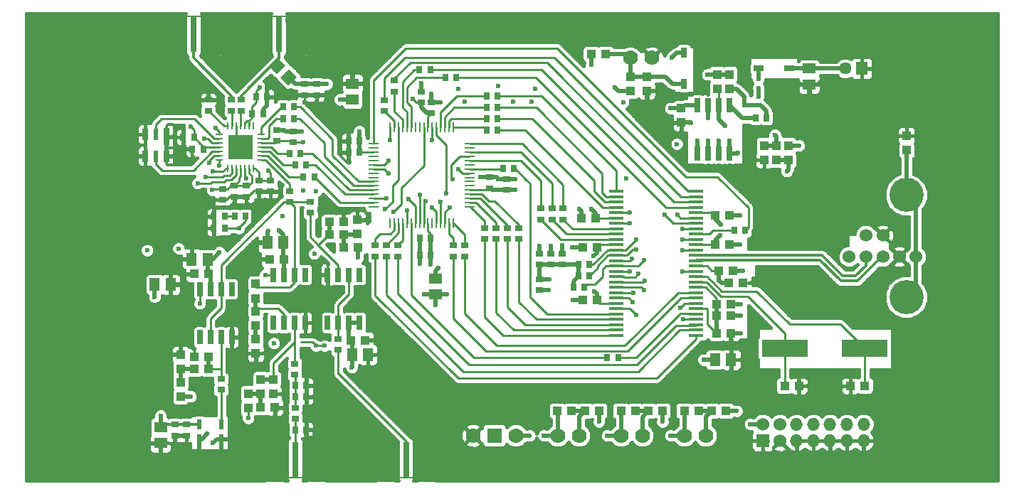
<source format=gtl>
G04 (created by PCBNEW-RS274X (2010-02-09)-RC2) date 30.03.2010 12:29:41*
G01*
G70*
G90*
%MOIN*%
G04 Gerber Fmt 3.4, Leading zero omitted, Abs format*
%FSLAX34Y34*%
G04 APERTURE LIST*
%ADD10C,0.005000*%
%ADD11C,0.007900*%
%ADD12R,0.035400X0.027500*%
%ADD13R,0.060000X0.060000*%
%ADD14C,0.060000*%
%ADD15O,0.060000X0.060000*%
%ADD16R,0.216500X0.081900*%
%ADD17R,0.057100X0.059100*%
%ADD18C,0.057100*%
%ADD19O,0.039400X0.009800*%
%ADD20O,0.009800X0.039400*%
%ADD21R,0.118100X0.118100*%
%ADD22C,0.043300*%
%ADD23R,0.027600X0.078700*%
%ADD24R,0.023600X0.055100*%
%ADD25R,0.027600X0.055100*%
%ADD26C,0.070000*%
%ADD27R,0.070000X0.070000*%
%ADD28R,0.031500X0.169300*%
%ADD29R,0.047200X0.169300*%
%ADD30R,0.070900X0.015700*%
%ADD31R,0.027600X0.047200*%
%ADD32R,0.023600X0.047200*%
%ADD33R,0.025000X0.065000*%
%ADD34C,0.160000*%
%ADD35R,0.039300X0.043300*%
%ADD36R,0.047200X0.027600*%
%ADD37R,0.059000X0.051100*%
%ADD38R,0.043300X0.039300*%
%ADD39R,0.027500X0.035400*%
%ADD40R,0.051100X0.059000*%
%ADD41R,0.047200X0.011400*%
%ADD42R,0.011400X0.047200*%
%ADD43C,0.023600*%
%ADD44C,0.216500*%
%ADD45C,0.009800*%
%ADD46C,0.019700*%
%ADD47C,0.012200*%
%ADD48C,0.015700*%
G04 APERTURE END LIST*
G54D10*
G54D11*
X34780Y-44115D02*
X34780Y-22460D01*
X80060Y-44115D02*
X34780Y-44115D01*
X80060Y-22460D02*
X80060Y-44115D01*
X34780Y-22460D02*
X80060Y-22460D01*
G54D12*
X56380Y-30520D03*
X56380Y-30010D03*
G54D13*
X69170Y-42372D03*
G54D14*
X69170Y-41585D03*
X69957Y-42372D03*
X69957Y-41585D03*
G54D15*
X70745Y-42372D03*
X70745Y-41585D03*
X71532Y-42372D03*
X71532Y-41585D03*
X72320Y-42372D03*
X72320Y-41585D03*
X73107Y-42372D03*
X73107Y-41585D03*
X73894Y-42372D03*
X73894Y-41585D03*
G54D16*
X70195Y-38031D03*
X73935Y-38031D03*
G54D17*
X73810Y-24915D03*
G54D18*
X73023Y-24915D03*
G54D19*
X43716Y-28009D03*
X43716Y-28206D03*
X43716Y-28403D03*
X43716Y-28600D03*
X43716Y-28797D03*
X43716Y-28994D03*
X43716Y-29191D03*
G54D20*
X44109Y-29584D03*
X44306Y-29584D03*
X44503Y-29584D03*
X44700Y-29584D03*
X44897Y-29584D03*
X45094Y-29584D03*
X45291Y-29584D03*
G54D19*
X45684Y-29191D03*
X45684Y-28994D03*
X45684Y-28797D03*
X45684Y-28600D03*
X45684Y-28403D03*
X45684Y-28206D03*
X45684Y-28009D03*
G54D20*
X45291Y-27616D03*
X45094Y-27616D03*
X44897Y-27616D03*
X44700Y-27616D03*
X44503Y-27616D03*
X44306Y-27616D03*
X44109Y-27616D03*
G54D21*
X44700Y-28600D03*
G54D22*
X45000Y-28900D03*
X44700Y-28600D03*
X44400Y-28300D03*
X44400Y-28900D03*
X45000Y-28300D03*
G54D23*
X41225Y-28113D03*
G54D24*
X40733Y-27995D03*
G54D25*
X40241Y-27995D03*
X40241Y-29019D03*
G54D24*
X40733Y-29019D03*
G54D25*
X41225Y-29019D03*
G54D26*
X60560Y-42125D03*
X59560Y-42125D03*
X63525Y-42125D03*
X62525Y-42125D03*
X66495Y-42125D03*
X65495Y-42125D03*
G54D27*
X56595Y-42125D03*
G54D26*
X57595Y-42125D03*
X55595Y-42125D03*
G54D28*
X52455Y-43270D03*
G54D29*
X53420Y-43270D03*
X51490Y-43270D03*
G54D28*
X47270Y-43265D03*
G54D29*
X48235Y-43265D03*
X46305Y-43265D03*
G54D28*
X42500Y-23305D03*
G54D29*
X41535Y-23305D03*
X43465Y-23305D03*
G54D28*
X46500Y-23305D03*
G54D29*
X45535Y-23305D03*
X47465Y-23305D03*
G54D30*
X66040Y-37425D03*
X66040Y-37175D03*
X66040Y-36925D03*
X66040Y-36675D03*
X66040Y-36425D03*
X66040Y-36175D03*
X66040Y-35925D03*
X66040Y-35675D03*
X66040Y-35425D03*
X66040Y-35175D03*
X66040Y-34925D03*
X66040Y-34675D03*
X66040Y-34425D03*
X66040Y-34175D03*
X66040Y-33925D03*
X66040Y-33675D03*
X66040Y-33425D03*
X66040Y-33175D03*
X66040Y-32925D03*
X66040Y-32675D03*
X66040Y-32425D03*
X66040Y-32175D03*
X66040Y-31925D03*
X66040Y-31675D03*
X66040Y-31425D03*
X66040Y-31175D03*
X66040Y-30925D03*
X66040Y-30675D03*
X62300Y-30675D03*
X62300Y-30925D03*
X62300Y-31175D03*
X62300Y-31425D03*
X62300Y-31675D03*
X62300Y-31925D03*
X62300Y-32175D03*
X62300Y-32425D03*
X62300Y-32675D03*
X62300Y-32925D03*
X62300Y-33175D03*
X62300Y-33425D03*
X62300Y-33675D03*
X62300Y-33925D03*
X62300Y-34175D03*
X62300Y-34425D03*
X62300Y-34675D03*
X62300Y-34925D03*
X62300Y-35175D03*
X62300Y-35425D03*
X62300Y-35675D03*
X62300Y-35925D03*
X62300Y-36175D03*
X62300Y-36425D03*
X62300Y-36675D03*
X62300Y-36925D03*
X62300Y-37175D03*
X62300Y-37425D03*
G54D31*
X65470Y-25623D03*
X65470Y-24167D03*
G54D32*
X42765Y-42284D03*
X43808Y-42284D03*
X43808Y-41615D03*
X42765Y-41615D03*
G54D33*
X46240Y-36834D03*
X46740Y-36834D03*
X47240Y-36834D03*
X47740Y-36834D03*
X47740Y-34584D03*
X47240Y-34584D03*
X46740Y-34584D03*
X46240Y-34584D03*
G54D26*
X62970Y-24415D03*
X63970Y-24415D03*
G54D33*
X42791Y-37507D03*
X43291Y-37507D03*
X43791Y-37507D03*
X44291Y-37507D03*
X44291Y-35257D03*
X43791Y-35257D03*
X43291Y-35257D03*
X42791Y-35257D03*
X50285Y-34585D03*
X49785Y-34585D03*
X49285Y-34585D03*
X48785Y-34585D03*
X48785Y-36835D03*
X49285Y-36835D03*
X49785Y-36835D03*
X50285Y-36835D03*
X66105Y-28885D03*
X66605Y-28885D03*
X67105Y-28885D03*
X67605Y-28885D03*
X67605Y-26635D03*
X67105Y-26635D03*
X66605Y-26635D03*
X66105Y-26635D03*
G54D14*
X76352Y-33735D03*
X75565Y-33735D03*
X73203Y-33735D03*
X73990Y-33735D03*
X73990Y-32735D03*
X74790Y-33735D03*
X74790Y-32735D03*
G54D34*
X75890Y-35635D03*
X75890Y-30835D03*
G54D35*
X70367Y-28528D03*
X70367Y-29196D03*
X69802Y-28528D03*
X69802Y-29196D03*
X69232Y-28528D03*
X69232Y-29196D03*
G54D36*
X70418Y-24915D03*
X68962Y-24915D03*
G54D37*
X71345Y-24916D03*
X71345Y-25664D03*
G54D35*
X75900Y-28734D03*
X75900Y-28066D03*
G54D38*
X73939Y-39801D03*
X73271Y-39801D03*
X70191Y-39801D03*
X70859Y-39801D03*
G54D35*
X67040Y-25864D03*
X67040Y-25196D03*
X67605Y-25864D03*
X67605Y-25196D03*
G54D39*
X68825Y-27225D03*
X69335Y-27225D03*
G54D35*
X65345Y-26781D03*
X65345Y-27449D03*
X62970Y-25291D03*
X62970Y-25959D03*
X63745Y-25291D03*
X63745Y-25959D03*
G54D38*
X61136Y-24240D03*
X61804Y-24240D03*
X66946Y-31790D03*
X67614Y-31790D03*
G54D39*
X67825Y-32485D03*
X68335Y-32485D03*
G54D38*
X66946Y-33175D03*
X67614Y-33175D03*
X67111Y-34385D03*
X67779Y-34385D03*
X67571Y-34960D03*
X68239Y-34960D03*
X67011Y-35980D03*
X67679Y-35980D03*
X67011Y-36500D03*
X67679Y-36500D03*
X67011Y-37325D03*
X67679Y-37325D03*
G54D40*
X66936Y-38570D03*
X67684Y-38570D03*
G54D39*
X62390Y-38475D03*
X61880Y-38475D03*
G54D38*
X67439Y-40970D03*
X66771Y-40970D03*
X66159Y-40970D03*
X65491Y-40970D03*
X64469Y-40975D03*
X63801Y-40975D03*
X63189Y-40975D03*
X62521Y-40975D03*
X61499Y-40975D03*
X60831Y-40975D03*
X60219Y-40975D03*
X59551Y-40975D03*
X61394Y-35775D03*
X60726Y-35775D03*
G54D39*
X60800Y-35175D03*
X60290Y-35175D03*
X61050Y-34645D03*
X60540Y-34645D03*
X61050Y-34115D03*
X60540Y-34115D03*
G54D12*
X58715Y-35305D03*
X58715Y-34795D03*
X58715Y-33605D03*
X58715Y-34115D03*
X59245Y-33605D03*
X59245Y-34115D03*
X59775Y-33605D03*
X59775Y-34115D03*
G54D38*
X61394Y-33290D03*
X60726Y-33290D03*
X61334Y-31925D03*
X60666Y-31925D03*
G54D12*
X59820Y-31985D03*
X59820Y-31475D03*
X58760Y-31985D03*
X58760Y-31475D03*
X59290Y-31985D03*
X59290Y-31475D03*
X57735Y-32915D03*
X57735Y-32405D03*
X57205Y-32915D03*
X57205Y-32405D03*
X56145Y-32915D03*
X56145Y-32405D03*
X56675Y-32915D03*
X56675Y-32405D03*
X57180Y-30610D03*
X57180Y-30100D03*
G54D39*
X57515Y-29605D03*
X57005Y-29605D03*
X56745Y-27265D03*
X56235Y-27265D03*
X56745Y-27795D03*
X56235Y-27795D03*
X56745Y-26735D03*
X56235Y-26735D03*
X56745Y-26215D03*
X56235Y-26215D03*
G54D12*
X55205Y-33720D03*
X55205Y-33210D03*
X54675Y-33720D03*
X54675Y-33210D03*
G54D39*
X53605Y-32875D03*
X53095Y-32875D03*
X53605Y-33680D03*
X53095Y-33680D03*
G54D12*
X51005Y-33720D03*
X51005Y-33210D03*
X51535Y-33720D03*
X51535Y-33210D03*
X52065Y-33720D03*
X52065Y-33210D03*
G54D37*
X53840Y-34766D03*
X53840Y-35514D03*
G54D12*
X51445Y-26395D03*
X51445Y-26905D03*
X51920Y-25475D03*
X51920Y-25985D03*
G54D39*
X53595Y-24970D03*
X53085Y-24970D03*
G54D12*
X53160Y-26495D03*
X53160Y-25985D03*
X53640Y-27005D03*
X53640Y-26495D03*
G54D39*
X54810Y-25340D03*
X54300Y-25340D03*
X50265Y-28840D03*
X49755Y-28840D03*
X50265Y-28310D03*
X49755Y-28310D03*
G54D37*
X49950Y-26369D03*
X49950Y-25621D03*
G54D12*
X48270Y-25640D03*
X48270Y-26150D03*
X47720Y-25640D03*
X47720Y-26150D03*
G54D10*
G36*
X46032Y-24814D02*
X46449Y-24397D01*
X46810Y-24758D01*
X46393Y-25175D01*
X46032Y-24814D01*
X46032Y-24814D01*
G37*
G36*
X46560Y-25342D02*
X46977Y-24925D01*
X47338Y-25286D01*
X46921Y-25703D01*
X46560Y-25342D01*
X46560Y-25342D01*
G37*
G54D35*
X50172Y-32681D03*
X50172Y-32013D03*
G54D38*
X48858Y-32112D03*
X49526Y-32112D03*
X48858Y-32702D03*
X49526Y-32702D03*
X49528Y-33292D03*
X50196Y-33292D03*
G54D12*
X49285Y-37595D03*
X49285Y-38105D03*
G54D38*
X49881Y-37650D03*
X50549Y-37650D03*
G54D40*
X49921Y-38335D03*
X50669Y-38335D03*
G54D35*
X45058Y-40163D03*
X45058Y-40831D03*
G54D38*
X45649Y-40807D03*
X46317Y-40807D03*
G54D35*
X45648Y-39493D03*
X45648Y-40161D03*
X46238Y-39493D03*
X46238Y-40161D03*
G54D39*
X47270Y-41850D03*
X47780Y-41850D03*
G54D12*
X47270Y-41335D03*
X47270Y-40825D03*
G54D39*
X47270Y-40310D03*
X47780Y-40310D03*
X47270Y-39780D03*
X47780Y-39780D03*
G54D12*
X47240Y-39270D03*
X47240Y-38760D03*
X42175Y-41614D03*
X42175Y-42124D03*
X41625Y-41614D03*
X41625Y-42124D03*
G54D37*
X40955Y-41730D03*
X40955Y-42478D03*
G54D12*
X43790Y-39980D03*
X43790Y-39470D03*
G54D35*
X41895Y-39626D03*
X41895Y-40294D03*
X41895Y-38994D03*
X41895Y-38326D03*
G54D38*
X43194Y-38995D03*
X42526Y-38995D03*
X43194Y-38425D03*
X42526Y-38425D03*
G54D35*
X45415Y-37601D03*
X45415Y-38269D03*
X45415Y-36306D03*
X45415Y-36974D03*
X45415Y-35684D03*
X45415Y-35016D03*
G54D40*
X40681Y-35045D03*
X41429Y-35045D03*
G54D38*
X43199Y-34540D03*
X42531Y-34540D03*
G54D40*
X43159Y-33850D03*
X42411Y-33850D03*
G54D38*
X46740Y-33865D03*
X46072Y-33865D03*
G54D40*
X46719Y-33080D03*
X45971Y-33080D03*
G54D12*
X47985Y-31165D03*
X47985Y-31675D03*
X47020Y-31175D03*
X47020Y-30665D03*
G54D39*
X43955Y-32405D03*
X43445Y-32405D03*
X44935Y-31845D03*
X44425Y-31845D03*
X43955Y-31845D03*
X43445Y-31845D03*
G54D12*
X43865Y-30560D03*
X43865Y-31070D03*
X44965Y-30415D03*
X44965Y-30925D03*
X44415Y-30415D03*
X44415Y-30925D03*
X46105Y-30165D03*
X46105Y-30675D03*
X45555Y-30165D03*
X45555Y-30675D03*
G54D39*
X47650Y-29985D03*
X48160Y-29985D03*
X47265Y-29435D03*
X47775Y-29435D03*
X47000Y-28885D03*
X47510Y-28885D03*
G54D12*
X46420Y-28315D03*
X46420Y-27805D03*
X47155Y-28375D03*
X47155Y-27865D03*
G54D39*
X42955Y-28690D03*
X42445Y-28690D03*
X42530Y-28135D03*
X42020Y-28135D03*
G54D12*
X43195Y-26885D03*
X43195Y-26375D03*
X44275Y-26885D03*
X44275Y-26375D03*
X44730Y-26885D03*
X44730Y-26375D03*
G54D39*
X45245Y-27045D03*
X45755Y-27045D03*
X45435Y-26240D03*
X45945Y-26240D03*
X46690Y-26715D03*
X47200Y-26715D03*
X46690Y-27265D03*
X47200Y-27265D03*
G54D41*
X50946Y-28444D03*
X50946Y-28641D03*
X50946Y-28838D03*
X50946Y-29035D03*
X50946Y-29232D03*
X50946Y-29428D03*
X50946Y-29625D03*
X50946Y-29822D03*
X50946Y-30018D03*
X50946Y-30215D03*
X50946Y-30412D03*
X50946Y-30608D03*
X50946Y-30805D03*
X50946Y-31002D03*
X50946Y-31199D03*
X50946Y-31396D03*
G54D42*
X51714Y-32164D03*
X51911Y-32164D03*
X52108Y-32164D03*
X52305Y-32164D03*
X52502Y-32164D03*
X52698Y-32164D03*
X52895Y-32164D03*
X53092Y-32164D03*
X53288Y-32164D03*
X53485Y-32164D03*
X53682Y-32164D03*
X53878Y-32164D03*
X54075Y-32164D03*
X54272Y-32164D03*
X54469Y-32164D03*
X54666Y-32164D03*
G54D41*
X55434Y-31396D03*
X55434Y-31199D03*
X55434Y-31002D03*
X55434Y-30805D03*
X55434Y-30608D03*
X55434Y-30412D03*
X55434Y-30215D03*
X55434Y-30018D03*
X55434Y-29822D03*
X55434Y-29625D03*
X55434Y-29428D03*
X55434Y-29232D03*
X55434Y-29035D03*
X55434Y-28838D03*
X55434Y-28641D03*
X55434Y-28444D03*
G54D42*
X54666Y-27676D03*
X54469Y-27676D03*
X54272Y-27676D03*
X54075Y-27676D03*
X53878Y-27676D03*
X53682Y-27676D03*
X53485Y-27676D03*
X53288Y-27676D03*
X53092Y-27676D03*
X52895Y-27676D03*
X52698Y-27676D03*
X52502Y-27676D03*
X52305Y-27676D03*
X52108Y-27676D03*
X51911Y-27676D03*
X51714Y-27676D03*
G54D43*
X48650Y-37915D03*
X48250Y-37915D03*
X43545Y-27700D03*
X51650Y-29230D03*
X64470Y-41465D03*
X53095Y-30830D03*
X51715Y-28255D03*
X61135Y-24740D03*
X43245Y-29335D03*
X51650Y-29840D03*
X53380Y-31125D03*
X67950Y-40970D03*
X64570Y-31770D03*
X67390Y-27585D03*
X63235Y-32935D03*
X43065Y-30015D03*
X65160Y-31770D03*
X68300Y-26635D03*
X63235Y-33390D03*
X43415Y-29745D03*
X54490Y-31425D03*
X53660Y-31425D03*
X54340Y-30775D03*
X54075Y-31165D03*
X45605Y-25795D03*
X42375Y-27640D03*
X43375Y-30610D03*
X41800Y-33350D03*
X40685Y-35620D03*
X47650Y-28375D03*
X46000Y-29710D03*
X43715Y-29475D03*
X49360Y-26365D03*
X46675Y-31825D03*
X58915Y-42125D03*
X52775Y-26335D03*
X62250Y-25800D03*
X64900Y-24400D03*
X58240Y-42125D03*
X58500Y-25850D03*
X53605Y-34085D03*
X50265Y-27865D03*
X57580Y-30610D03*
X68575Y-41585D03*
X61880Y-42125D03*
X64850Y-42125D03*
X53980Y-34275D03*
X50195Y-33780D03*
X43715Y-33525D03*
X40955Y-41185D03*
X45060Y-41310D03*
X46505Y-32495D03*
X42360Y-40295D03*
X48155Y-33590D03*
X49920Y-38920D03*
X70290Y-29730D03*
X66575Y-25195D03*
X67010Y-36910D03*
X66390Y-38570D03*
X61275Y-35360D03*
X64850Y-26780D03*
X67110Y-34825D03*
X66105Y-28295D03*
X67190Y-32225D03*
X65150Y-28450D03*
X67170Y-32745D03*
X59185Y-34795D03*
X61135Y-31495D03*
X61240Y-33710D03*
X52565Y-31030D03*
X61500Y-41465D03*
X54625Y-30115D03*
X63620Y-33905D03*
X42690Y-30285D03*
X51475Y-31510D03*
X42790Y-35930D03*
X45855Y-34585D03*
X51875Y-31630D03*
X65295Y-36120D03*
X64275Y-26130D03*
X43135Y-42045D03*
X43415Y-42465D03*
X43080Y-40065D03*
X43315Y-40950D03*
X41425Y-38325D03*
X43315Y-40475D03*
X43080Y-39590D03*
X44405Y-40675D03*
X44405Y-39725D03*
X44295Y-38785D03*
X44960Y-38270D03*
X44295Y-38310D03*
X44405Y-39250D03*
X44405Y-40200D03*
X44405Y-41150D03*
X44195Y-42285D03*
X47110Y-22975D03*
X43105Y-22975D03*
X40040Y-22755D03*
X41890Y-22975D03*
X47110Y-23925D03*
X47110Y-23450D03*
X47115Y-24440D03*
X42935Y-25545D03*
X42265Y-24875D03*
X41890Y-23925D03*
X41890Y-23450D03*
X41905Y-24400D03*
X42600Y-25210D03*
X43740Y-26845D03*
X43740Y-26370D03*
X45500Y-24730D03*
X44830Y-25400D03*
X43840Y-25065D03*
X43170Y-24395D03*
X43105Y-23450D03*
X43105Y-23925D03*
X43505Y-24730D03*
X44175Y-25400D03*
X45165Y-25065D03*
X45835Y-24395D03*
X45890Y-23450D03*
X45890Y-22975D03*
X45890Y-23925D03*
X43375Y-31065D03*
X40655Y-29920D03*
X40240Y-29660D03*
X41105Y-30115D03*
X41595Y-30115D03*
X41625Y-42525D03*
X54915Y-29645D03*
X75870Y-26695D03*
X75870Y-25905D03*
X42350Y-30525D03*
X41900Y-37050D03*
X42450Y-36650D03*
X42085Y-30115D03*
X41900Y-36250D03*
X41895Y-37840D03*
X42100Y-35650D03*
X48785Y-35180D03*
X48550Y-35900D03*
X50350Y-36050D03*
X51620Y-37035D03*
X50350Y-35350D03*
X72950Y-35700D03*
X71800Y-34550D03*
X70200Y-34550D03*
G54D44*
X78090Y-38210D03*
G54D43*
X69350Y-34550D03*
X71000Y-34550D03*
X72400Y-35150D03*
X74050Y-35250D03*
X69350Y-33050D03*
X71750Y-33050D03*
X72550Y-33050D03*
X70950Y-33050D03*
X70150Y-33050D03*
G54D44*
X78090Y-28365D03*
G54D43*
X35075Y-40925D03*
X35910Y-43765D03*
X37490Y-43765D03*
X39070Y-43765D03*
X38280Y-43765D03*
X36700Y-43765D03*
X35120Y-43765D03*
X35075Y-42505D03*
X35075Y-37765D03*
X35075Y-36185D03*
X35075Y-34605D03*
X35075Y-33025D03*
X35075Y-31445D03*
X35075Y-29865D03*
X35075Y-28285D03*
X35075Y-26705D03*
X35075Y-25125D03*
X35075Y-23545D03*
X35910Y-22755D03*
X37490Y-22755D03*
X39070Y-22755D03*
X38280Y-22755D03*
X36700Y-22755D03*
X35075Y-22755D03*
X35075Y-24335D03*
X35075Y-25915D03*
X35075Y-27495D03*
X35075Y-29075D03*
X35075Y-30655D03*
X35075Y-32235D03*
X35075Y-33815D03*
X35075Y-35395D03*
X35075Y-36975D03*
X48400Y-34585D03*
X35075Y-41715D03*
X35075Y-43295D03*
X39070Y-26695D03*
X39070Y-25905D03*
X39050Y-30670D03*
X39070Y-38420D03*
X39070Y-37630D03*
G54D44*
X36750Y-38210D03*
X36750Y-28365D03*
G54D43*
X39075Y-25130D03*
X39070Y-24330D03*
X35075Y-39345D03*
X75870Y-24330D03*
X75865Y-25130D03*
X52245Y-23360D03*
X50625Y-24980D03*
X52245Y-22755D03*
X51685Y-23920D03*
X51125Y-24480D03*
X39070Y-33695D03*
X58555Y-22760D03*
X57755Y-22755D03*
X60120Y-22755D03*
X59330Y-22755D03*
X61700Y-22760D03*
X60905Y-22755D03*
X63265Y-22760D03*
X62480Y-22755D03*
X64845Y-22755D03*
X64055Y-22755D03*
X66420Y-22755D03*
X65630Y-22755D03*
X67995Y-22755D03*
X67205Y-22755D03*
X69570Y-22760D03*
X68780Y-22755D03*
X71145Y-22755D03*
X70355Y-22755D03*
X72730Y-22750D03*
X74310Y-22745D03*
X73505Y-22755D03*
X71930Y-22755D03*
X75875Y-23545D03*
X75870Y-22755D03*
X75080Y-22755D03*
X49095Y-22755D03*
X48305Y-22755D03*
X50670Y-22755D03*
X49880Y-22755D03*
X53820Y-22755D03*
X53030Y-22755D03*
X55400Y-22755D03*
X54605Y-22755D03*
X56970Y-22760D03*
X56180Y-22755D03*
X51120Y-41640D03*
X51400Y-41920D03*
X50095Y-41195D03*
X46755Y-41485D03*
X49535Y-40635D03*
X46755Y-42275D03*
X46755Y-43065D03*
X46755Y-42670D03*
X46755Y-41880D03*
X48695Y-39795D03*
X49255Y-40355D03*
X49815Y-40915D03*
X50380Y-41480D03*
X48975Y-40075D03*
X35075Y-38555D03*
X35075Y-40135D03*
X39070Y-32120D03*
X39070Y-31330D03*
X51455Y-22755D03*
X39070Y-32905D03*
X39035Y-35295D03*
X39070Y-34480D03*
X39070Y-39205D03*
X39070Y-36845D03*
X52580Y-41935D03*
X50960Y-40310D03*
X50400Y-39750D03*
X39070Y-43040D03*
X39070Y-42355D03*
X67685Y-38015D03*
X39075Y-40000D03*
X47785Y-42670D03*
X47785Y-43065D03*
X39070Y-41570D03*
X39070Y-40780D03*
X48180Y-41855D03*
X41760Y-29270D03*
X44830Y-33670D03*
X41620Y-28095D03*
X39070Y-36055D03*
X71935Y-25460D03*
X70765Y-25490D03*
X71345Y-26195D03*
X48390Y-31570D03*
X47635Y-30640D03*
X48935Y-33195D03*
X40325Y-34220D03*
X41300Y-34005D03*
X41125Y-32405D03*
X42365Y-31625D03*
X40470Y-31330D03*
X40960Y-30865D03*
X46865Y-36065D03*
X44815Y-36850D03*
X44345Y-36355D03*
X46800Y-35550D03*
X47400Y-35450D03*
X64165Y-28175D03*
X62785Y-30080D03*
X63340Y-26640D03*
X65260Y-29075D03*
X57460Y-26475D03*
X58330Y-26475D03*
X56785Y-25735D03*
X55215Y-26475D03*
X56615Y-23570D03*
X45460Y-33195D03*
X45115Y-33385D03*
X41425Y-34475D03*
X39070Y-23545D03*
X51620Y-38935D03*
X45815Y-31515D03*
X45235Y-31390D03*
X45535Y-31795D03*
X43440Y-32900D03*
X44055Y-32975D03*
X51030Y-37655D03*
X51620Y-37985D03*
X51620Y-39885D03*
X52225Y-38620D03*
X52225Y-40590D03*
X51240Y-40590D03*
X52225Y-39605D03*
X39820Y-43765D03*
X50680Y-40030D03*
X42540Y-26855D03*
X53095Y-34080D03*
X50495Y-25615D03*
X49945Y-25100D03*
X69230Y-29680D03*
X49385Y-25620D03*
X65805Y-27450D03*
X65345Y-27935D03*
X62950Y-34425D03*
X64880Y-27450D03*
X63745Y-26435D03*
X50635Y-32015D03*
X49345Y-28840D03*
X49755Y-29275D03*
X49530Y-31665D03*
X50175Y-31540D03*
X45995Y-32540D03*
X45595Y-33865D03*
X51185Y-38335D03*
X50675Y-38900D03*
X47740Y-37420D03*
X48130Y-36835D03*
X47740Y-36245D03*
X44675Y-37505D03*
X45870Y-38270D03*
X47780Y-39340D03*
X48185Y-39785D03*
X47780Y-41410D03*
X42765Y-42780D03*
X43805Y-42780D03*
X41425Y-35620D03*
X41955Y-35045D03*
X40955Y-42990D03*
X40400Y-42480D03*
X42380Y-37975D03*
X44290Y-36910D03*
X42050Y-34540D03*
X41895Y-33845D03*
X42415Y-33285D03*
X46350Y-25780D03*
X46110Y-25405D03*
X46315Y-41270D03*
X46700Y-40160D03*
X45415Y-38745D03*
X67105Y-28290D03*
X67605Y-28290D03*
X66605Y-27230D03*
X66605Y-28290D03*
X46560Y-30680D03*
X46105Y-31105D03*
X48180Y-40310D03*
X49350Y-28310D03*
X68000Y-28880D03*
X49755Y-27865D03*
X53680Y-28275D03*
X47180Y-26150D03*
X51545Y-31000D03*
X52500Y-31565D03*
X56780Y-30100D03*
X55945Y-30010D03*
X54085Y-26500D03*
X53640Y-26100D03*
X44295Y-31385D03*
X39735Y-29020D03*
X39785Y-28510D03*
X53300Y-35510D03*
X54375Y-35510D03*
X53840Y-36005D03*
X65400Y-34425D03*
X62945Y-32175D03*
X62950Y-31675D03*
X68195Y-38570D03*
X65395Y-32925D03*
X65395Y-32425D03*
X63095Y-35425D03*
X60585Y-31510D03*
X67685Y-39125D03*
X65425Y-36675D03*
X68135Y-37325D03*
X46785Y-27835D03*
X42940Y-32405D03*
X45555Y-31120D03*
X47555Y-27860D03*
X42055Y-28700D03*
X68225Y-34385D03*
X68125Y-35980D03*
X68125Y-36500D03*
X68095Y-31790D03*
X47780Y-40750D03*
X71320Y-39800D03*
X65395Y-33425D03*
X43005Y-31370D03*
X42940Y-31845D03*
X40235Y-27355D03*
X60250Y-33290D03*
X41680Y-27695D03*
X42795Y-26375D03*
X48270Y-26510D03*
X45935Y-26640D03*
X68675Y-34960D03*
X53165Y-25600D03*
X53095Y-33275D03*
X60255Y-35775D03*
X39760Y-27525D03*
X39795Y-29550D03*
X57580Y-30100D03*
X48670Y-26150D03*
X42315Y-29270D03*
X39730Y-27980D03*
X40620Y-27050D03*
X41560Y-26855D03*
X68095Y-33175D03*
X46475Y-26165D03*
X41070Y-26855D03*
X42050Y-26855D03*
X42995Y-32830D03*
X72800Y-39800D03*
X47720Y-26510D03*
X42175Y-42530D03*
X69735Y-28020D03*
X63085Y-35850D03*
X59775Y-33210D03*
X63045Y-33825D03*
X70860Y-28525D03*
X63230Y-36475D03*
X59150Y-35305D03*
X63605Y-35295D03*
X63350Y-34545D03*
X59245Y-33220D03*
X42995Y-28190D03*
X48740Y-25640D03*
X58715Y-33220D03*
X63625Y-34855D03*
X44960Y-30060D03*
X44630Y-32405D03*
X46265Y-37790D03*
X40335Y-33440D03*
X48250Y-30655D03*
X54920Y-25870D03*
X62625Y-26500D03*
X68960Y-25405D03*
X68960Y-26245D03*
X68960Y-25825D03*
G54D45*
X48650Y-37915D02*
X48250Y-37915D01*
X47545Y-37745D02*
X48080Y-37745D01*
X48080Y-37745D02*
X48250Y-37915D01*
X43716Y-27871D02*
X43545Y-27700D01*
X51452Y-29428D02*
X51650Y-29230D01*
X50946Y-29428D02*
X51452Y-29428D01*
X43716Y-28009D02*
X43716Y-27871D01*
G54D46*
X53092Y-30833D02*
X53095Y-30830D01*
X64469Y-40975D02*
X64469Y-41464D01*
X64469Y-41464D02*
X64470Y-41465D01*
G54D45*
X53092Y-30833D02*
X53092Y-32164D01*
X55645Y-38475D02*
X52698Y-35528D01*
X52698Y-32164D02*
X52698Y-35528D01*
X61880Y-38475D02*
X55645Y-38475D01*
X50634Y-31199D02*
X50630Y-31195D01*
X50946Y-31199D02*
X50634Y-31199D01*
X49370Y-31195D02*
X48160Y-29985D01*
X49370Y-31195D02*
X50630Y-31195D01*
X65275Y-36425D02*
X65310Y-36390D01*
X66040Y-36425D02*
X66005Y-36390D01*
X65310Y-36390D02*
X66005Y-36390D01*
X63225Y-38475D02*
X62390Y-38475D01*
X63250Y-38450D02*
X63225Y-38475D01*
X65275Y-36425D02*
X63250Y-38450D01*
X46965Y-29985D02*
X47650Y-29985D01*
X45684Y-28994D02*
X45974Y-28994D01*
X45974Y-28994D02*
X46965Y-29985D01*
G54D46*
X61136Y-24739D02*
X61135Y-24740D01*
X51714Y-28254D02*
X51715Y-28255D01*
X61136Y-24739D02*
X61136Y-24240D01*
G54D45*
X51714Y-27676D02*
X51714Y-28254D01*
X54810Y-25340D02*
X58545Y-25340D01*
X64630Y-31425D02*
X66040Y-31425D01*
X64630Y-31425D02*
X58545Y-25340D01*
X65000Y-31175D02*
X66040Y-31175D01*
X65000Y-31175D02*
X58795Y-24970D01*
X53595Y-24970D02*
X58795Y-24970D01*
X58045Y-36925D02*
X57205Y-36085D01*
X62300Y-36925D02*
X58045Y-36925D01*
X57205Y-32915D02*
X57205Y-36085D01*
X56675Y-32915D02*
X56675Y-36350D01*
X57500Y-37175D02*
X56675Y-36350D01*
X62300Y-37175D02*
X57500Y-37175D01*
X57015Y-37425D02*
X56145Y-36555D01*
X56145Y-32915D02*
X56145Y-36555D01*
X62300Y-37425D02*
X57015Y-37425D01*
X66040Y-37590D02*
X64190Y-39440D01*
X54890Y-39440D02*
X51005Y-35555D01*
X51005Y-33720D02*
X51005Y-35555D01*
X64190Y-39440D02*
X54890Y-39440D01*
X66040Y-37425D02*
X66040Y-37590D01*
X65270Y-37175D02*
X63325Y-39120D01*
X66040Y-37175D02*
X65270Y-37175D01*
X63325Y-39120D02*
X55135Y-39120D01*
X55135Y-39120D02*
X51535Y-35520D01*
X51535Y-33720D02*
X51535Y-35520D01*
X52065Y-33720D02*
X52065Y-35475D01*
X63845Y-38225D02*
X63270Y-38800D01*
X63845Y-38225D02*
X63850Y-38220D01*
X66040Y-36925D02*
X66015Y-36950D01*
X55390Y-38800D02*
X52065Y-35475D01*
X65120Y-36950D02*
X63845Y-38225D01*
X65120Y-36950D02*
X66015Y-36950D01*
X63270Y-38800D02*
X55390Y-38800D01*
X65340Y-30925D02*
X66040Y-30925D01*
X51920Y-25380D02*
X52655Y-24645D01*
X65340Y-30925D02*
X59060Y-24645D01*
X51920Y-25475D02*
X51920Y-25380D01*
X52655Y-24645D02*
X59060Y-24645D01*
X65665Y-30675D02*
X59400Y-24410D01*
X51445Y-25360D02*
X52395Y-24410D01*
X51445Y-25360D02*
X51445Y-26395D01*
X52540Y-24410D02*
X59400Y-24410D01*
X52395Y-24410D02*
X52540Y-24410D01*
X66040Y-30675D02*
X65665Y-30675D01*
X56755Y-26205D02*
X56745Y-26215D01*
X62300Y-30675D02*
X62300Y-29705D01*
X62300Y-29705D02*
X58800Y-26205D01*
X58800Y-26205D02*
X56755Y-26205D01*
X58560Y-26735D02*
X61645Y-29820D01*
X61645Y-30720D02*
X61850Y-30925D01*
X61645Y-29820D02*
X61645Y-30720D01*
X56745Y-26735D02*
X58560Y-26735D01*
X61850Y-30925D02*
X62300Y-30925D01*
X61780Y-31175D02*
X61255Y-30650D01*
X61780Y-31175D02*
X62300Y-31175D01*
X56745Y-27265D02*
X58370Y-27265D01*
X61255Y-30150D02*
X61255Y-30650D01*
X58370Y-27265D02*
X61255Y-30150D01*
X61665Y-31425D02*
X62300Y-31425D01*
X56745Y-27795D02*
X58035Y-27795D01*
X58035Y-27795D02*
X61005Y-30765D01*
X61665Y-31425D02*
X61005Y-30765D01*
X58265Y-30315D02*
X58080Y-30130D01*
X58265Y-35625D02*
X58265Y-30315D01*
X57555Y-29605D02*
X58080Y-30130D01*
X59065Y-36425D02*
X58265Y-35625D01*
X62300Y-36425D02*
X59065Y-36425D01*
X57515Y-29605D02*
X57555Y-29605D01*
X57735Y-32915D02*
X57735Y-35855D01*
X58555Y-36675D02*
X57735Y-35855D01*
X62300Y-36675D02*
X58555Y-36675D01*
X52698Y-27676D02*
X52698Y-26698D01*
X52950Y-25340D02*
X52507Y-25783D01*
X52507Y-26392D02*
X52507Y-25783D01*
X52507Y-26507D02*
X52507Y-26392D01*
X52950Y-25340D02*
X54300Y-25340D01*
X52698Y-26698D02*
X52507Y-26507D01*
X52502Y-26957D02*
X52290Y-26745D01*
X52290Y-26745D02*
X52290Y-25520D01*
X52502Y-27676D02*
X52502Y-26957D01*
X52840Y-24970D02*
X53085Y-24970D01*
X52290Y-25520D02*
X52840Y-24970D01*
X55932Y-31002D02*
X55434Y-31002D01*
X57205Y-32275D02*
X56245Y-31315D01*
X55932Y-31002D02*
X56245Y-31315D01*
X57205Y-32405D02*
X57205Y-32275D01*
X56675Y-32135D02*
X56675Y-32405D01*
X55434Y-31199D02*
X55739Y-31199D01*
X55739Y-31199D02*
X56675Y-32135D01*
X56145Y-32065D02*
X56145Y-32405D01*
X55434Y-31396D02*
X55476Y-31396D01*
X55476Y-31396D02*
X56145Y-32065D01*
X51911Y-32474D02*
X51730Y-32655D01*
X51240Y-32655D02*
X51005Y-32890D01*
X51730Y-32655D02*
X51240Y-32655D01*
X51005Y-32890D02*
X51005Y-33210D01*
X51911Y-32164D02*
X51911Y-32474D01*
X52108Y-32164D02*
X52108Y-32612D01*
X51535Y-33185D02*
X51535Y-33210D01*
X52108Y-32612D02*
X51535Y-33185D01*
X52305Y-32164D02*
X52305Y-32970D01*
X52305Y-32970D02*
X52065Y-33210D01*
X51920Y-26925D02*
X51920Y-25985D01*
X52305Y-27676D02*
X52305Y-27310D01*
X52305Y-27310D02*
X51920Y-26925D01*
X51911Y-27371D02*
X51445Y-26905D01*
X51911Y-27676D02*
X51911Y-27371D01*
X54075Y-27676D02*
X54075Y-26980D01*
X54840Y-26215D02*
X56235Y-26215D01*
X54075Y-26980D02*
X54840Y-26215D01*
X54272Y-27183D02*
X54720Y-26735D01*
X54720Y-26735D02*
X56235Y-26735D01*
X54272Y-27676D02*
X54272Y-27183D01*
X54469Y-27371D02*
X54575Y-27265D01*
X54469Y-27676D02*
X54469Y-27371D01*
X54575Y-27265D02*
X56235Y-27265D01*
X56116Y-27676D02*
X56235Y-27795D01*
X54666Y-27676D02*
X56116Y-27676D01*
X55434Y-29625D02*
X56985Y-29625D01*
X56985Y-29625D02*
X57005Y-29605D01*
X57735Y-32245D02*
X56610Y-31120D01*
X56015Y-30805D02*
X55434Y-30805D01*
X57735Y-32405D02*
X57735Y-32245D01*
X56610Y-31120D02*
X56330Y-31120D01*
X56015Y-30805D02*
X56330Y-31120D01*
X57914Y-28444D02*
X59820Y-30350D01*
X59820Y-30350D02*
X59820Y-31475D01*
X55434Y-28444D02*
X57914Y-28444D01*
X55434Y-28838D02*
X57843Y-28838D01*
X59290Y-30285D02*
X59290Y-31475D01*
X57843Y-28838D02*
X59290Y-30285D01*
X55434Y-29232D02*
X57822Y-29232D01*
X57822Y-29232D02*
X58760Y-30170D01*
X58760Y-30170D02*
X58760Y-31475D01*
X60260Y-32425D02*
X59820Y-31985D01*
X62300Y-32425D02*
X60260Y-32425D01*
X59980Y-32675D02*
X59290Y-31985D01*
X62300Y-32675D02*
X59980Y-32675D01*
X59700Y-32925D02*
X58760Y-31985D01*
X62300Y-32925D02*
X59700Y-32925D01*
X46375Y-27265D02*
X46690Y-27265D01*
X45954Y-28206D02*
X46030Y-28130D01*
X46030Y-28130D02*
X46030Y-27610D01*
X45684Y-28206D02*
X45954Y-28206D01*
X46030Y-27610D02*
X46375Y-27265D01*
X45684Y-27661D02*
X46630Y-26715D01*
X46630Y-26715D02*
X46690Y-26715D01*
X45684Y-28009D02*
X45684Y-27661D01*
X67825Y-32485D02*
X66845Y-32485D01*
X66845Y-32485D02*
X66655Y-32675D01*
X66655Y-32675D02*
X66040Y-32675D01*
X50107Y-30412D02*
X50946Y-30412D01*
X50017Y-30412D02*
X50107Y-30412D01*
X48630Y-29025D02*
X50017Y-30412D01*
X48630Y-28415D02*
X48630Y-29025D01*
X47200Y-27265D02*
X47480Y-27265D01*
X47480Y-27265D02*
X48630Y-28415D01*
X49005Y-28225D02*
X49005Y-28990D01*
X47200Y-26715D02*
X47495Y-26715D01*
X49005Y-28990D02*
X50230Y-30215D01*
X47495Y-26715D02*
X49005Y-28225D01*
X50230Y-30215D02*
X50946Y-30215D01*
X67050Y-29990D02*
X65575Y-29990D01*
X65575Y-29990D02*
X59550Y-23965D01*
X68360Y-32485D02*
X68490Y-32355D01*
X68335Y-32485D02*
X68360Y-32485D01*
X50946Y-25464D02*
X50946Y-28444D01*
X52445Y-23965D02*
X50946Y-25464D01*
X59550Y-23965D02*
X52445Y-23965D01*
X68490Y-32355D02*
X68490Y-31430D01*
X68490Y-31430D02*
X67050Y-29990D01*
X43245Y-29335D02*
X43245Y-29225D01*
X43476Y-28994D02*
X43716Y-28994D01*
X43476Y-28994D02*
X43245Y-29225D01*
X51435Y-29625D02*
X51650Y-29840D01*
X50946Y-29625D02*
X51435Y-29625D01*
X53288Y-31217D02*
X53380Y-31125D01*
G54D46*
X67439Y-40970D02*
X67950Y-40970D01*
G54D45*
X53288Y-31217D02*
X53288Y-32164D01*
X46140Y-28600D02*
X45684Y-28600D01*
X46140Y-28600D02*
X46425Y-28885D01*
X47000Y-28885D02*
X46425Y-28885D01*
X46057Y-28797D02*
X45684Y-28797D01*
X46057Y-28797D02*
X46695Y-29435D01*
X47265Y-29435D02*
X46695Y-29435D01*
X47510Y-28885D02*
X48065Y-28885D01*
X49788Y-30608D02*
X49953Y-30608D01*
X48065Y-28885D02*
X49788Y-30608D01*
X49953Y-30608D02*
X50946Y-30608D01*
X47775Y-29435D02*
X48220Y-29435D01*
X49800Y-30805D02*
X50946Y-30805D01*
X48220Y-29435D02*
X49590Y-30805D01*
X49590Y-30805D02*
X49800Y-30805D01*
X47985Y-31165D02*
X47030Y-31165D01*
X45570Y-35171D02*
X45415Y-35016D01*
X43791Y-35257D02*
X43791Y-34219D01*
X46740Y-31175D02*
X47020Y-31175D01*
X47030Y-31165D02*
X47020Y-31175D01*
X43291Y-37507D02*
X43291Y-36649D01*
X47240Y-31395D02*
X47020Y-31175D01*
X43791Y-36149D02*
X43791Y-35257D01*
X47240Y-34584D02*
X47240Y-34935D01*
X47240Y-34584D02*
X47240Y-31395D01*
X47240Y-34935D02*
X47004Y-35171D01*
X43291Y-36649D02*
X43791Y-36149D01*
X43791Y-34124D02*
X46740Y-31175D01*
X47004Y-35171D02*
X45415Y-35171D01*
X43791Y-34219D02*
X43791Y-34124D01*
X47004Y-35171D02*
X45570Y-35171D01*
X47240Y-34935D02*
X47004Y-35171D01*
X65685Y-32155D02*
X64955Y-32155D01*
G54D46*
X67105Y-27300D02*
X67105Y-26635D01*
G54D45*
X66040Y-32175D02*
X65705Y-32175D01*
X67105Y-26635D02*
X67105Y-25929D01*
X67105Y-25929D02*
X67040Y-25864D01*
X65705Y-32175D02*
X65685Y-32155D01*
G54D46*
X67105Y-27300D02*
X67390Y-27585D01*
G54D45*
X64955Y-32155D02*
X64570Y-31770D01*
X44190Y-29930D02*
X43950Y-29930D01*
X62745Y-33425D02*
X63235Y-32935D01*
X44306Y-29814D02*
X44306Y-29584D01*
X43950Y-29930D02*
X43865Y-30015D01*
X44306Y-29814D02*
X44190Y-29930D01*
X43065Y-30015D02*
X43865Y-30015D01*
X61890Y-33425D02*
X61200Y-34115D01*
X61200Y-34115D02*
X61050Y-34115D01*
X62300Y-33425D02*
X61890Y-33425D01*
X62300Y-33425D02*
X62745Y-33425D01*
G54D46*
X69075Y-26635D02*
X68300Y-26635D01*
X67605Y-25864D02*
X67924Y-25864D01*
X68300Y-26240D02*
X68300Y-26635D01*
G54D45*
X65315Y-31925D02*
X66040Y-31925D01*
G54D46*
X69335Y-26895D02*
X69075Y-26635D01*
G54D45*
X65315Y-31925D02*
X65160Y-31770D01*
G54D46*
X67924Y-25864D02*
X68300Y-26240D01*
X69335Y-27225D02*
X69335Y-26895D01*
G54D45*
X44036Y-29584D02*
X43875Y-29745D01*
X63080Y-33390D02*
X63235Y-33390D01*
X62300Y-33675D02*
X62795Y-33675D01*
X44036Y-29584D02*
X44109Y-29584D01*
X43415Y-29745D02*
X43875Y-29745D01*
X62300Y-33675D02*
X61915Y-33675D01*
X61435Y-34155D02*
X61435Y-34260D01*
X61435Y-34260D02*
X61050Y-34645D01*
X61915Y-33675D02*
X61435Y-34155D01*
X62795Y-33675D02*
X63080Y-33390D01*
X54675Y-33720D02*
X54675Y-36625D01*
X62845Y-38155D02*
X56205Y-38155D01*
X62880Y-38120D02*
X62845Y-38155D01*
X62930Y-38070D02*
X62880Y-38120D01*
X66040Y-35675D02*
X65325Y-35675D01*
X65325Y-35675D02*
X64425Y-36575D01*
X64425Y-36575D02*
X62930Y-38070D01*
X56205Y-38155D02*
X54675Y-36625D01*
X66040Y-35425D02*
X65190Y-35425D01*
X55205Y-33720D02*
X55205Y-36415D01*
X65190Y-35425D02*
X62710Y-37905D01*
X56695Y-37905D02*
X55205Y-36415D01*
X62710Y-37905D02*
X56695Y-37905D01*
X54675Y-32870D02*
X54675Y-33210D01*
X54469Y-32664D02*
X54675Y-32870D01*
X54469Y-32164D02*
X54469Y-32664D01*
X55205Y-33210D02*
X55205Y-32703D01*
X55205Y-32703D02*
X54666Y-32164D01*
X54272Y-31643D02*
X54490Y-31425D01*
X54272Y-31643D02*
X54272Y-32164D01*
X53878Y-31643D02*
X53660Y-31425D01*
X53878Y-31643D02*
X53878Y-32164D01*
X53878Y-28023D02*
X54340Y-28485D01*
X54340Y-28485D02*
X54340Y-30775D01*
X53878Y-28023D02*
X53878Y-27676D01*
X54075Y-31165D02*
X54075Y-32164D01*
X45435Y-26510D02*
X45245Y-26700D01*
X44897Y-27468D02*
X45004Y-27361D01*
X44897Y-27616D02*
X44897Y-27468D01*
G54D46*
X40681Y-35616D02*
X40685Y-35620D01*
G54D45*
X45094Y-29814D02*
X45230Y-29950D01*
X45245Y-27210D02*
X45094Y-27361D01*
X45094Y-27616D02*
X45094Y-27361D01*
X42530Y-28135D02*
X42815Y-28420D01*
X45435Y-25965D02*
X45605Y-25795D01*
X42530Y-27795D02*
X42375Y-27640D01*
X43865Y-30560D02*
X44095Y-30560D01*
X43716Y-28600D02*
X43045Y-28600D01*
X43045Y-28600D02*
X42955Y-28690D01*
X44095Y-30560D02*
X44240Y-30415D01*
X42895Y-28630D02*
X42955Y-28690D01*
X45435Y-26240D02*
X45435Y-25965D01*
G54D46*
X40681Y-35045D02*
X40681Y-35616D01*
G54D45*
X43425Y-30560D02*
X43375Y-30610D01*
X44700Y-29584D02*
X44700Y-29980D01*
X43865Y-30560D02*
X43425Y-30560D01*
X45070Y-30415D02*
X44965Y-30415D01*
X44700Y-29980D02*
X44635Y-30045D01*
X44240Y-30415D02*
X44415Y-30415D01*
X42815Y-28420D02*
X42895Y-28500D01*
X45230Y-29950D02*
X45230Y-30255D01*
X45230Y-30255D02*
X45070Y-30415D01*
X45004Y-27361D02*
X45094Y-27361D01*
X45245Y-27045D02*
X45245Y-27210D01*
X44635Y-30195D02*
X44415Y-30415D01*
X42895Y-28500D02*
X42895Y-28630D01*
X44415Y-30415D02*
X44965Y-30415D01*
X45435Y-26240D02*
X45435Y-26510D01*
X42530Y-28135D02*
X42530Y-27795D01*
X44635Y-30045D02*
X44635Y-30195D01*
X45245Y-26700D02*
X45245Y-27045D01*
X45094Y-29584D02*
X45094Y-29814D01*
X43716Y-29191D02*
X43716Y-29474D01*
X47095Y-28315D02*
X47155Y-28375D01*
X47155Y-28375D02*
X47650Y-28375D01*
X43716Y-29474D02*
X43715Y-29475D01*
X46420Y-28315D02*
X47095Y-28315D01*
X45384Y-29584D02*
X45555Y-29755D01*
X45291Y-29584D02*
X45384Y-29584D01*
G54D46*
X49950Y-26369D02*
X49364Y-26369D01*
X49364Y-26369D02*
X49360Y-26365D01*
G54D45*
X46332Y-28403D02*
X46420Y-28315D01*
X46105Y-29815D02*
X46000Y-29710D01*
X45555Y-29755D02*
X45555Y-30165D01*
X46105Y-30165D02*
X46105Y-29815D01*
X45684Y-28403D02*
X46332Y-28403D01*
X45555Y-30165D02*
X46105Y-30165D01*
G54D46*
X58915Y-42125D02*
X59560Y-42125D01*
X53160Y-26740D02*
X53160Y-26495D01*
X62970Y-25959D02*
X62409Y-25959D01*
X62409Y-25959D02*
X62250Y-25800D01*
X62409Y-25959D02*
X62250Y-25800D01*
X65133Y-24167D02*
X64900Y-24400D01*
X65470Y-24167D02*
X65133Y-24167D01*
X65133Y-24167D02*
X64900Y-24400D01*
G54D45*
X56292Y-30608D02*
X56380Y-30520D01*
G54D46*
X53840Y-34766D02*
X53840Y-34415D01*
G54D45*
X50267Y-28838D02*
X50265Y-28836D01*
G54D46*
X50265Y-28310D02*
X50265Y-28840D01*
G54D45*
X55434Y-30608D02*
X56292Y-30608D01*
G54D46*
X65495Y-42125D02*
X64850Y-42125D01*
X58240Y-42125D02*
X57595Y-42125D01*
X62525Y-42125D02*
X62525Y-40979D01*
G54D45*
X53605Y-32660D02*
X53605Y-32875D01*
G54D46*
X53605Y-33680D02*
X53605Y-32875D01*
X65495Y-40974D02*
X65491Y-40970D01*
X65495Y-42125D02*
X65495Y-40974D01*
X59560Y-40984D02*
X59551Y-40975D01*
X59560Y-42125D02*
X59560Y-40984D01*
X62525Y-42125D02*
X61880Y-42125D01*
X53640Y-27005D02*
X53425Y-27005D01*
X53425Y-27005D02*
X53160Y-26740D01*
X56470Y-30610D02*
X56380Y-30520D01*
X57180Y-30610D02*
X56470Y-30610D01*
G54D45*
X53160Y-26495D02*
X52935Y-26495D01*
G54D46*
X53605Y-33680D02*
X53605Y-34085D01*
X50265Y-28310D02*
X50265Y-27865D01*
G54D45*
X53485Y-27160D02*
X53640Y-27005D01*
G54D46*
X57180Y-30610D02*
X57580Y-30610D01*
G54D45*
X53485Y-32164D02*
X53485Y-32540D01*
X53485Y-32540D02*
X53605Y-32660D01*
X52935Y-26495D02*
X52775Y-26335D01*
X50265Y-28836D02*
X50265Y-28310D01*
G54D46*
X69170Y-41585D02*
X68575Y-41585D01*
G54D45*
X53485Y-27676D02*
X53485Y-27160D01*
X50946Y-28838D02*
X50267Y-28838D01*
G54D46*
X62525Y-40979D02*
X62521Y-40975D01*
X53840Y-34415D02*
X53980Y-34275D01*
X50196Y-33779D02*
X50195Y-33780D01*
X43159Y-33850D02*
X43159Y-34500D01*
X46719Y-33844D02*
X46719Y-33080D01*
X49785Y-37554D02*
X49881Y-37650D01*
X46740Y-33865D02*
X46719Y-33844D01*
X43159Y-34500D02*
X43199Y-34540D01*
G54D47*
X42765Y-41615D02*
X42176Y-41615D01*
X42176Y-41615D02*
X42175Y-41614D01*
G54D46*
X43159Y-33850D02*
X43390Y-33850D01*
X43390Y-33850D02*
X43715Y-33525D01*
X43291Y-35257D02*
X43291Y-34632D01*
X43291Y-34632D02*
X43199Y-34540D01*
G54D47*
X42175Y-41614D02*
X41625Y-41614D01*
G54D46*
X40955Y-41730D02*
X40955Y-41185D01*
G54D45*
X45058Y-41308D02*
X45060Y-41310D01*
G54D47*
X41071Y-41614D02*
X40955Y-41730D01*
G54D46*
X50285Y-36835D02*
X49785Y-36835D01*
X46719Y-32709D02*
X46505Y-32495D01*
X46719Y-33080D02*
X46719Y-32709D01*
G54D47*
X41625Y-41614D02*
X41071Y-41614D01*
G54D46*
X42359Y-40294D02*
X42360Y-40295D01*
X41895Y-40294D02*
X42359Y-40294D01*
X49921Y-38335D02*
X49921Y-37690D01*
X49921Y-37690D02*
X49881Y-37650D01*
G54D45*
X45058Y-40831D02*
X45058Y-41308D01*
G54D46*
X50196Y-33292D02*
X50196Y-33779D01*
X46740Y-34584D02*
X46740Y-33865D01*
X49785Y-36835D02*
X49785Y-37554D01*
X49921Y-38919D02*
X49920Y-38920D01*
X49921Y-38335D02*
X49921Y-38919D01*
X60540Y-34645D02*
X60540Y-34115D01*
G54D45*
X66495Y-35175D02*
X67011Y-35691D01*
G54D46*
X67040Y-25196D02*
X67039Y-25195D01*
G54D45*
X66040Y-34175D02*
X66560Y-34175D01*
X66040Y-36175D02*
X66545Y-36175D01*
G54D46*
X67039Y-25195D02*
X66575Y-25195D01*
X61394Y-35479D02*
X61275Y-35360D01*
G54D45*
X66545Y-36175D02*
X66585Y-36215D01*
X67011Y-35691D02*
X67011Y-35980D01*
X66040Y-31675D02*
X66831Y-31675D01*
G54D46*
X67605Y-25196D02*
X67040Y-25196D01*
G54D45*
X61509Y-33175D02*
X61394Y-33290D01*
G54D46*
X66105Y-26635D02*
X65491Y-26635D01*
G54D45*
X61334Y-31925D02*
X61334Y-31694D01*
G54D46*
X66936Y-38570D02*
X66390Y-38570D01*
G54D45*
X65491Y-26635D02*
X65345Y-26781D01*
X66770Y-34385D02*
X67111Y-34385D01*
X67011Y-36911D02*
X67010Y-36910D01*
X66585Y-36215D02*
X66585Y-36894D01*
G54D46*
X69802Y-29196D02*
X70367Y-29196D01*
G54D45*
X66585Y-36894D02*
X66585Y-36899D01*
G54D46*
X67011Y-37325D02*
X67011Y-36911D01*
G54D45*
X61544Y-35925D02*
X61394Y-35775D01*
G54D46*
X61394Y-33556D02*
X61240Y-33710D01*
X61394Y-33290D02*
X61394Y-33556D01*
X70367Y-29653D02*
X70290Y-29730D01*
X70367Y-29196D02*
X70367Y-29653D01*
X66946Y-31981D02*
X67190Y-32225D01*
X65345Y-26781D02*
X64851Y-26781D01*
X64851Y-26781D02*
X64850Y-26780D01*
G54D45*
X66585Y-36899D02*
X67011Y-37325D01*
G54D46*
X60540Y-34115D02*
X59775Y-34115D01*
X61334Y-31694D02*
X61135Y-31495D01*
X67011Y-36500D02*
X67011Y-35980D01*
X59245Y-34115D02*
X58715Y-34115D01*
X59775Y-34115D02*
X59245Y-34115D01*
X67571Y-34960D02*
X67245Y-34960D01*
G54D45*
X66040Y-35175D02*
X66495Y-35175D01*
G54D46*
X66105Y-28885D02*
X66105Y-28295D01*
G54D45*
X62300Y-33175D02*
X61509Y-33175D01*
X66946Y-33175D02*
X66946Y-32969D01*
G54D46*
X67245Y-34960D02*
X67110Y-34825D01*
G54D45*
X67111Y-34824D02*
X67110Y-34825D01*
X66040Y-33175D02*
X66946Y-33175D01*
X67011Y-36911D02*
X67010Y-36910D01*
G54D46*
X58715Y-34115D02*
X58715Y-34795D01*
G54D45*
X66831Y-31675D02*
X66946Y-31790D01*
G54D46*
X60290Y-35175D02*
X60290Y-34895D01*
X60290Y-34895D02*
X60540Y-34645D01*
X67111Y-34824D02*
X67111Y-34385D01*
G54D45*
X66560Y-34175D02*
X66770Y-34385D01*
G54D46*
X58715Y-34795D02*
X59185Y-34795D01*
G54D45*
X62300Y-35925D02*
X61544Y-35925D01*
G54D46*
X61394Y-35775D02*
X61394Y-35479D01*
X66946Y-32969D02*
X67170Y-32745D01*
G54D45*
X66946Y-31790D02*
X66946Y-31981D01*
X67011Y-37320D02*
X67011Y-36911D01*
G54D46*
X67011Y-36909D02*
X67011Y-36500D01*
X67011Y-36909D02*
X67010Y-36910D01*
G54D45*
X62300Y-31925D02*
X61334Y-31925D01*
X52895Y-31360D02*
X52895Y-32164D01*
G54D46*
X61499Y-40975D02*
X61499Y-41464D01*
G54D45*
X52895Y-31360D02*
X52565Y-31030D01*
G54D46*
X61499Y-41464D02*
X61500Y-41465D01*
G54D45*
X54555Y-29435D02*
X54555Y-30045D01*
X54555Y-30045D02*
X54625Y-30115D01*
X54955Y-29035D02*
X54555Y-29435D01*
X54955Y-29035D02*
X55434Y-29035D01*
X63380Y-34140D02*
X63370Y-34150D01*
X62650Y-34150D02*
X63175Y-34150D01*
X63385Y-34140D02*
X63380Y-34140D01*
X62625Y-34175D02*
X62650Y-34150D01*
X63410Y-34115D02*
X63385Y-34140D01*
X62300Y-34175D02*
X62625Y-34175D01*
X44503Y-29897D02*
X44272Y-30128D01*
X44042Y-30128D02*
X43935Y-30235D01*
X43360Y-30235D02*
X43310Y-30285D01*
X43935Y-30235D02*
X43360Y-30235D01*
X44272Y-30128D02*
X44042Y-30128D01*
X44503Y-29897D02*
X44503Y-29584D01*
X42690Y-30285D02*
X43310Y-30285D01*
X61820Y-34175D02*
X61670Y-34325D01*
X60940Y-35035D02*
X60800Y-35175D01*
X61670Y-34680D02*
X61315Y-35035D01*
X62300Y-34175D02*
X61820Y-34175D01*
X61315Y-35035D02*
X60940Y-35035D01*
X61670Y-34325D02*
X61670Y-34680D01*
X63620Y-33905D02*
X63410Y-34115D01*
X63370Y-34150D02*
X63175Y-34150D01*
X52108Y-30142D02*
X51850Y-30400D01*
X42791Y-35257D02*
X42791Y-35929D01*
X52108Y-30142D02*
X52108Y-27676D01*
X42791Y-35929D02*
X42790Y-35930D01*
X51835Y-31150D02*
X51475Y-31510D01*
X51850Y-30400D02*
X51850Y-31150D01*
X51850Y-31150D02*
X51835Y-31150D01*
X45856Y-34584D02*
X45855Y-34585D01*
X52240Y-30510D02*
X52240Y-31190D01*
X53288Y-29462D02*
X53288Y-27676D01*
X52240Y-31190D02*
X52240Y-31265D01*
X53288Y-29462D02*
X52240Y-30510D01*
X52240Y-31265D02*
X51875Y-31630D01*
X46240Y-34584D02*
X45856Y-34584D01*
G54D46*
X48595Y-22605D02*
X48350Y-22360D01*
X48775Y-22460D02*
X46945Y-22460D01*
X48895Y-22580D02*
X48775Y-22460D01*
X48895Y-23045D02*
X48895Y-22580D01*
X48635Y-23305D02*
X48895Y-23045D01*
X47465Y-23305D02*
X48255Y-23305D01*
X48350Y-22360D02*
X46925Y-22360D01*
X47465Y-23305D02*
X48635Y-23305D01*
X48595Y-22965D02*
X48595Y-22605D01*
X48255Y-23305D02*
X48595Y-22965D01*
X45535Y-23305D02*
X44945Y-23305D01*
X44520Y-22460D02*
X46040Y-22460D01*
X44075Y-22905D02*
X44520Y-22460D01*
X44075Y-23140D02*
X44075Y-22905D01*
X44495Y-23560D02*
X44075Y-23140D01*
X44495Y-23755D02*
X44495Y-23560D01*
X44945Y-23305D02*
X44495Y-23755D01*
X44735Y-22450D02*
X44725Y-22460D01*
X44895Y-23305D02*
X44545Y-22955D01*
X44545Y-22955D02*
X44545Y-22765D01*
X44545Y-22765D02*
X44950Y-22360D01*
X44950Y-22360D02*
X46075Y-22360D01*
X43465Y-23305D02*
X44495Y-23305D01*
X44725Y-22460D02*
X42960Y-22460D01*
X45535Y-23305D02*
X44895Y-23305D01*
X44735Y-23065D02*
X44735Y-22450D01*
X44495Y-23305D02*
X44735Y-23065D01*
X43465Y-23305D02*
X44215Y-23305D01*
X44180Y-22360D02*
X42935Y-22360D01*
X44390Y-22570D02*
X44180Y-22360D01*
X44390Y-23130D02*
X44390Y-22570D01*
X44215Y-23305D02*
X44390Y-23130D01*
X41535Y-23305D02*
X39930Y-23305D01*
X39790Y-22460D02*
X42055Y-22460D01*
X39655Y-22595D02*
X39790Y-22460D01*
X39655Y-23030D02*
X39655Y-22595D01*
X39930Y-23305D02*
X39655Y-23030D01*
X41535Y-23305D02*
X40735Y-23305D01*
X40805Y-22360D02*
X42065Y-22360D01*
X40595Y-22570D02*
X40805Y-22360D01*
X40595Y-23165D02*
X40595Y-22570D01*
X40735Y-23305D02*
X40595Y-23165D01*
X53420Y-43270D02*
X55160Y-43270D01*
X52955Y-44110D02*
X52955Y-44015D01*
X55280Y-44110D02*
X52955Y-44110D01*
X55465Y-43925D02*
X55280Y-44110D01*
X55465Y-43575D02*
X55465Y-43925D01*
X55160Y-43270D02*
X55465Y-43575D01*
X48235Y-43265D02*
X49470Y-43265D01*
X54765Y-43270D02*
X55095Y-43600D01*
X55095Y-43600D02*
X55095Y-44075D01*
X55095Y-44075D02*
X54955Y-44215D01*
X54955Y-44215D02*
X52870Y-44215D01*
X51490Y-43270D02*
X50590Y-43270D01*
X51895Y-44105D02*
X51895Y-44015D01*
X50395Y-44105D02*
X51895Y-44105D01*
X50335Y-44045D02*
X50395Y-44105D01*
X50335Y-43525D02*
X50335Y-44045D01*
X50590Y-43270D02*
X50335Y-43525D01*
X51490Y-43270D02*
X50805Y-43270D01*
X50850Y-44215D02*
X51940Y-44215D01*
X50485Y-43850D02*
X50850Y-44215D01*
X50485Y-43590D02*
X50485Y-43850D01*
X50805Y-43270D02*
X50485Y-43590D01*
X53420Y-43270D02*
X54765Y-43270D01*
X47765Y-44110D02*
X47765Y-44015D01*
X49560Y-44110D02*
X47765Y-44110D01*
X49690Y-43980D02*
X49560Y-44110D01*
X49690Y-43485D02*
X49690Y-43980D01*
X49470Y-43265D02*
X49690Y-43485D01*
X46305Y-43265D02*
X45990Y-43265D01*
X46785Y-44100D02*
X46785Y-44015D01*
X45515Y-44100D02*
X46785Y-44100D01*
X45475Y-44060D02*
X45515Y-44100D01*
X45475Y-43780D02*
X45475Y-44060D01*
X45990Y-43265D02*
X45475Y-43780D01*
X48235Y-43265D02*
X48990Y-43265D01*
X49095Y-44215D02*
X47735Y-44215D01*
X49455Y-43855D02*
X49095Y-44215D01*
X49455Y-43730D02*
X49455Y-43855D01*
X48990Y-43265D02*
X49455Y-43730D01*
X46305Y-43265D02*
X45505Y-43265D01*
X45410Y-44215D02*
X46775Y-44215D01*
X45080Y-43885D02*
X45410Y-44215D01*
X45080Y-43690D02*
X45080Y-43885D01*
X45505Y-43265D02*
X45080Y-43690D01*
G54D45*
X66040Y-35925D02*
X65490Y-35925D01*
X65490Y-35925D02*
X65295Y-36120D01*
G54D46*
X63745Y-25959D02*
X64164Y-25959D01*
X64275Y-26070D02*
X64275Y-26130D01*
X64164Y-25959D02*
X64275Y-26070D01*
X42765Y-42284D02*
X42896Y-42284D01*
X42896Y-42284D02*
X43135Y-42045D01*
X43808Y-42284D02*
X43596Y-42284D01*
X43596Y-42284D02*
X43415Y-42465D01*
G54D45*
X43080Y-39590D02*
X43080Y-40065D01*
X43315Y-40300D02*
X43080Y-40065D01*
X43315Y-40475D02*
X43315Y-40950D01*
X41410Y-38325D02*
X41165Y-38570D01*
X41165Y-38570D02*
X41165Y-40555D01*
X41165Y-40555D02*
X41510Y-40900D01*
X41510Y-40900D02*
X43265Y-40900D01*
X43265Y-40900D02*
X43315Y-40950D01*
X41426Y-38326D02*
X41895Y-38326D01*
X41426Y-38326D02*
X41425Y-38325D01*
X41425Y-38325D02*
X41410Y-38325D01*
X43315Y-40475D02*
X43315Y-40300D01*
X44405Y-41150D02*
X44405Y-40675D01*
X44405Y-40200D02*
X44405Y-39725D01*
X44295Y-38785D02*
X44295Y-39140D01*
X44960Y-38270D02*
X44335Y-38270D01*
X44961Y-38269D02*
X45415Y-38269D01*
X44961Y-38269D02*
X44960Y-38270D01*
X44335Y-38270D02*
X44295Y-38310D01*
X44295Y-38785D02*
X44295Y-38310D01*
X44295Y-39140D02*
X44405Y-39250D01*
X44405Y-39725D02*
X44405Y-39250D01*
X44405Y-40675D02*
X44405Y-40200D01*
G54D46*
X44194Y-42284D02*
X43808Y-42284D01*
X44195Y-42285D02*
X44275Y-42285D01*
X44194Y-42284D02*
X44195Y-42285D01*
X44275Y-42285D02*
X44305Y-42255D01*
X47110Y-22975D02*
X47110Y-22925D01*
X46965Y-22560D02*
X48060Y-22560D01*
X46915Y-22610D02*
X46965Y-22560D01*
X46915Y-22730D02*
X46915Y-22610D01*
X47110Y-22925D02*
X46915Y-22730D01*
X43105Y-22975D02*
X43105Y-22845D01*
X42975Y-22560D02*
X46085Y-22560D01*
X42930Y-22605D02*
X42975Y-22560D01*
X42930Y-22670D02*
X42930Y-22605D01*
X43105Y-22845D02*
X42930Y-22670D01*
X40040Y-22755D02*
X40215Y-22755D01*
X40410Y-22560D02*
X42060Y-22560D01*
X40215Y-22755D02*
X40410Y-22560D01*
X47110Y-22975D02*
X47495Y-22975D01*
X47795Y-22675D02*
X47795Y-22560D01*
X47495Y-22975D02*
X47795Y-22675D01*
X47465Y-23305D02*
X47465Y-24145D01*
X47145Y-24195D02*
X47145Y-22560D01*
X47195Y-24245D02*
X47145Y-24195D01*
X47365Y-24245D02*
X47195Y-24245D01*
X47465Y-24145D02*
X47365Y-24245D01*
X41890Y-22975D02*
X41505Y-22975D01*
X41505Y-22975D02*
X41210Y-22680D01*
X41210Y-22680D02*
X41210Y-22560D01*
X43465Y-23305D02*
X43465Y-24175D01*
X43140Y-24190D02*
X43140Y-22560D01*
X43195Y-24245D02*
X43140Y-24190D01*
X43395Y-24245D02*
X43195Y-24245D01*
X43465Y-24175D02*
X43395Y-24245D01*
X45535Y-23305D02*
X45535Y-24100D01*
X45860Y-24175D02*
X45860Y-22560D01*
X45800Y-24235D02*
X45860Y-24175D01*
X45670Y-24235D02*
X45800Y-24235D01*
X45535Y-24100D02*
X45670Y-24235D01*
X45535Y-23305D02*
X45535Y-24150D01*
X45210Y-24180D02*
X45210Y-22560D01*
X45265Y-24235D02*
X45210Y-24180D01*
X45450Y-24235D02*
X45265Y-24235D01*
X45535Y-24150D02*
X45450Y-24235D01*
X43465Y-23305D02*
X43465Y-24125D01*
X43790Y-23560D02*
X43790Y-22560D01*
X43790Y-24065D02*
X43790Y-23560D01*
X43790Y-24175D02*
X43790Y-24065D01*
X43730Y-24235D02*
X43790Y-24175D01*
X43575Y-24235D02*
X43730Y-24235D01*
X43465Y-24125D02*
X43575Y-24235D01*
X41535Y-23305D02*
X41535Y-24135D01*
X41535Y-24135D02*
X41640Y-24240D01*
X41860Y-24190D02*
X41860Y-22560D01*
X41810Y-24240D02*
X41860Y-24190D01*
X41640Y-24240D02*
X41810Y-24240D01*
G54D45*
X47110Y-23925D02*
X47110Y-24435D01*
X47110Y-23450D02*
X47110Y-22975D01*
X47440Y-23305D02*
X47110Y-22975D01*
X47465Y-23305D02*
X47440Y-23305D01*
X47110Y-23925D02*
X47110Y-23450D01*
X47110Y-24435D02*
X47115Y-24440D01*
X42935Y-25545D02*
X42940Y-25545D01*
X42600Y-25210D02*
X42265Y-24875D01*
X41905Y-24515D02*
X42265Y-24875D01*
X41890Y-23925D02*
X41890Y-24385D01*
X41890Y-23450D02*
X41890Y-22975D01*
X41560Y-23305D02*
X41890Y-22975D01*
X41535Y-23305D02*
X41560Y-23305D01*
X41890Y-23925D02*
X41890Y-23450D01*
X41890Y-24385D02*
X41905Y-24400D01*
X41905Y-24400D02*
X41905Y-24515D01*
X42935Y-25545D02*
X42600Y-25210D01*
X42940Y-25545D02*
X43270Y-25875D01*
X43740Y-26370D02*
X43740Y-26845D01*
X43635Y-26375D02*
X43740Y-26480D01*
X43740Y-26480D02*
X43740Y-26845D01*
X43635Y-26375D02*
X43195Y-26375D01*
X45835Y-24395D02*
X45500Y-24730D01*
X45165Y-25065D02*
X44830Y-25400D01*
X44175Y-25400D02*
X43840Y-25065D01*
X43505Y-24730D02*
X43170Y-24395D01*
X43105Y-24330D02*
X43170Y-24395D01*
X43105Y-23925D02*
X43105Y-23450D01*
X43435Y-23305D02*
X43465Y-23305D01*
X43435Y-23305D02*
X43105Y-22975D01*
X43105Y-23450D02*
X43105Y-22975D01*
X43105Y-23925D02*
X43105Y-24330D01*
X43840Y-25065D02*
X43505Y-24730D01*
X44830Y-25400D02*
X44175Y-25400D01*
X45500Y-24730D02*
X45165Y-25065D01*
X45890Y-23925D02*
X45890Y-23450D01*
X45560Y-23305D02*
X45535Y-23305D01*
X45560Y-23305D02*
X45890Y-22975D01*
X45890Y-23450D02*
X45890Y-22975D01*
X42350Y-30525D02*
X42570Y-30745D01*
G54D47*
X42085Y-30260D02*
X42350Y-30525D01*
G54D45*
X42710Y-30745D02*
X42900Y-30745D01*
X42570Y-30745D02*
X42710Y-30745D01*
X43220Y-31065D02*
X43375Y-31065D01*
G54D47*
X42085Y-30115D02*
X42085Y-30260D01*
X40655Y-29920D02*
X40910Y-29920D01*
X40395Y-29660D02*
X40655Y-29920D01*
G54D45*
X40241Y-29019D02*
X40241Y-29659D01*
G54D47*
X42085Y-30115D02*
X41595Y-30115D01*
G54D45*
X40241Y-29659D02*
X40240Y-29660D01*
G54D47*
X40240Y-29660D02*
X40395Y-29660D01*
X40910Y-29920D02*
X41105Y-30115D01*
X41595Y-30115D02*
X41105Y-30115D01*
G54D45*
X41625Y-42525D02*
X41625Y-42124D01*
X55092Y-29822D02*
X54915Y-29645D01*
X55434Y-29822D02*
X55092Y-29822D01*
X40955Y-42478D02*
X41378Y-42478D01*
X41425Y-42525D02*
X41625Y-42525D01*
X41378Y-42478D02*
X41425Y-42525D01*
X75870Y-26695D02*
X75755Y-26695D01*
X75870Y-25905D02*
X75870Y-26695D01*
X74450Y-28000D02*
X74450Y-29050D01*
X75755Y-26695D02*
X74450Y-28000D01*
G54D46*
X51630Y-42250D02*
X51680Y-42200D01*
X50450Y-42300D02*
X50500Y-42250D01*
G54D45*
X42900Y-30745D02*
X43220Y-31065D01*
G54D46*
X51120Y-43270D02*
X50450Y-42600D01*
X53420Y-43270D02*
X53730Y-43270D01*
X54085Y-42285D02*
X52955Y-42285D01*
X54200Y-42400D02*
X54085Y-42285D01*
X54200Y-42800D02*
X54200Y-42400D01*
X53730Y-43270D02*
X54200Y-42800D01*
G54D45*
X48785Y-34585D02*
X48785Y-34065D01*
G54D46*
X48785Y-34585D02*
X48400Y-34585D01*
G54D45*
X48400Y-33950D02*
X48400Y-34585D01*
X48670Y-33950D02*
X48400Y-33950D01*
X48785Y-34065D02*
X48670Y-33950D01*
X41900Y-37050D02*
X42050Y-37050D01*
X41900Y-36250D02*
X41900Y-35850D01*
X41895Y-37840D02*
X41895Y-37055D01*
X41895Y-38326D02*
X41895Y-37840D01*
X41895Y-37055D02*
X41900Y-37050D01*
G54D46*
X50500Y-42250D02*
X51630Y-42250D01*
G54D45*
X41900Y-35850D02*
X42100Y-35650D01*
X48785Y-35180D02*
X48785Y-35665D01*
X48785Y-34585D02*
X48785Y-35180D01*
X48785Y-35665D02*
X48550Y-35900D01*
X50350Y-35350D02*
X50350Y-36050D01*
X51335Y-37035D02*
X50350Y-36050D01*
X51335Y-37035D02*
X51620Y-37035D01*
X72950Y-35700D02*
X73600Y-35700D01*
X72400Y-35150D02*
X71800Y-34550D01*
X71000Y-34550D02*
X70200Y-34550D01*
X78090Y-38210D02*
X76860Y-38210D01*
X71700Y-34550D02*
X69350Y-34550D01*
X73850Y-36700D02*
X71700Y-34550D01*
X75350Y-36700D02*
X73850Y-36700D01*
X76860Y-38210D02*
X75350Y-36700D01*
X70200Y-34550D02*
X69350Y-34550D01*
X71800Y-34550D02*
X71000Y-34550D01*
X72950Y-35700D02*
X72400Y-35150D01*
X73600Y-35700D02*
X74050Y-35250D01*
X69350Y-33050D02*
X70150Y-33050D01*
X70150Y-33050D02*
X70950Y-33050D01*
X70950Y-33050D02*
X71750Y-33050D01*
X72550Y-30950D02*
X72550Y-33050D01*
X74450Y-29050D02*
X72550Y-30950D01*
X71750Y-33050D02*
X72550Y-33050D01*
X35120Y-43765D02*
X35910Y-43765D01*
X36700Y-43765D02*
X37490Y-43765D01*
X38280Y-43765D02*
X39070Y-43765D01*
X37490Y-43765D02*
X38280Y-43765D01*
X35910Y-43765D02*
X36700Y-43765D01*
X35075Y-43295D02*
X35075Y-42505D01*
X35075Y-41715D02*
X35075Y-40925D01*
X35075Y-40135D02*
X35075Y-39345D01*
X41900Y-36250D02*
X41900Y-37050D01*
X35075Y-38555D02*
X35075Y-37765D01*
X35075Y-36975D02*
X35075Y-36185D01*
X35075Y-35395D02*
X35075Y-34605D01*
X35075Y-33815D02*
X35075Y-33025D01*
X35075Y-32235D02*
X35075Y-31445D01*
X35075Y-30655D02*
X35075Y-29865D01*
X35075Y-29075D02*
X35075Y-28285D01*
X35075Y-27495D02*
X35075Y-26705D01*
X35075Y-25915D02*
X35075Y-25125D01*
X35075Y-24335D02*
X35075Y-23545D01*
X35075Y-22755D02*
X35910Y-22755D01*
X36700Y-22755D02*
X37490Y-22755D01*
X38280Y-22755D02*
X39070Y-22755D01*
X37490Y-22755D02*
X38280Y-22755D01*
X35910Y-22755D02*
X36700Y-22755D01*
X35075Y-23545D02*
X35075Y-22755D01*
X35075Y-25125D02*
X35075Y-24335D01*
X35075Y-26705D02*
X35075Y-25915D01*
X35075Y-28285D02*
X35075Y-27495D01*
X35075Y-29865D02*
X35075Y-29075D01*
X35075Y-31445D02*
X35075Y-30655D01*
X35075Y-33025D02*
X35075Y-32235D01*
X35075Y-34605D02*
X35075Y-33815D01*
X35075Y-36185D02*
X35075Y-35395D01*
G54D46*
X50450Y-42600D02*
X50450Y-42300D01*
X51490Y-43270D02*
X51120Y-43270D01*
G54D45*
X42050Y-37050D02*
X42450Y-36650D01*
X35075Y-40925D02*
X35075Y-40135D01*
X35075Y-42505D02*
X35075Y-41715D01*
X39070Y-29855D02*
X39070Y-30650D01*
X39070Y-29065D02*
X39070Y-28275D01*
X39070Y-27485D02*
X39070Y-26695D01*
X39070Y-25905D02*
X39070Y-26695D01*
X39070Y-28275D02*
X39070Y-27485D01*
X39070Y-29855D02*
X39070Y-29065D01*
X39070Y-30650D02*
X39050Y-30670D01*
X39070Y-25125D02*
X39075Y-25130D01*
X76125Y-27480D02*
X76125Y-27475D01*
X76125Y-27475D02*
X75870Y-27220D01*
X76125Y-27480D02*
X76915Y-28270D01*
X75870Y-25125D02*
X75865Y-25130D01*
X76915Y-28270D02*
X77995Y-28270D01*
X77995Y-28270D02*
X78090Y-28365D01*
X78090Y-37910D02*
X78090Y-38210D01*
G54D46*
X78090Y-28365D02*
X78090Y-38210D01*
G54D45*
X75870Y-25905D02*
X75870Y-27220D01*
X39070Y-38420D02*
X36960Y-38420D01*
X39070Y-37630D02*
X39070Y-38420D01*
X36960Y-38420D02*
X36750Y-38210D01*
X39070Y-25905D02*
X39070Y-26045D01*
X39070Y-26045D02*
X36750Y-28365D01*
X75865Y-25130D02*
X75865Y-25585D01*
X75870Y-24330D02*
X75870Y-25125D01*
X52245Y-22755D02*
X51455Y-22755D01*
X52245Y-23360D02*
X52245Y-22755D01*
X51125Y-24480D02*
X51685Y-23920D01*
X50625Y-24980D02*
X51125Y-24480D01*
X51685Y-23920D02*
X52245Y-23360D01*
X70355Y-22755D02*
X71145Y-22755D01*
X75870Y-24330D02*
X75870Y-22755D01*
G54D46*
X51815Y-42390D02*
X51815Y-44015D01*
X51765Y-42340D02*
X51815Y-42390D01*
X51595Y-42340D02*
X51765Y-42340D01*
X51490Y-42445D02*
X51595Y-42340D01*
X51490Y-43270D02*
X51490Y-42475D01*
X51165Y-42395D02*
X51165Y-44015D01*
G54D45*
X56180Y-22755D02*
X56965Y-22755D01*
G54D46*
X51220Y-42340D02*
X51165Y-42395D01*
X51355Y-42340D02*
X51220Y-42340D01*
X51490Y-42475D02*
X51355Y-42340D01*
X51490Y-43270D02*
X51490Y-42445D01*
X46305Y-43265D02*
X46305Y-42465D01*
G54D45*
X58550Y-22755D02*
X58555Y-22760D01*
X57755Y-22755D02*
X58550Y-22755D01*
X59330Y-22755D02*
X60120Y-22755D01*
X61695Y-22755D02*
X61700Y-22760D01*
X60905Y-22755D02*
X61695Y-22755D01*
X63260Y-22755D02*
X63265Y-22760D01*
X62480Y-22755D02*
X63260Y-22755D01*
X75080Y-22755D02*
X73505Y-22755D01*
X64055Y-22755D02*
X64845Y-22755D01*
X65630Y-22755D02*
X66420Y-22755D01*
X67205Y-22755D02*
X67995Y-22755D01*
X69565Y-22755D02*
X69570Y-22760D01*
X68780Y-22755D02*
X69565Y-22755D01*
X72725Y-22755D02*
X72730Y-22750D01*
X71930Y-22755D02*
X72725Y-22755D01*
X74300Y-22755D02*
X74310Y-22745D01*
X73505Y-22755D02*
X74300Y-22755D01*
X75870Y-23540D02*
X75875Y-23545D01*
X51400Y-41920D02*
X51680Y-42200D01*
X71930Y-22755D02*
X70355Y-22755D01*
X68780Y-22755D02*
X67205Y-22755D01*
X65630Y-22755D02*
X64055Y-22755D01*
X62480Y-22755D02*
X60905Y-22755D01*
X59330Y-22755D02*
X57755Y-22755D01*
X56180Y-22755D02*
X54605Y-22755D01*
X53030Y-22755D02*
X51455Y-22755D01*
X49880Y-22755D02*
X48305Y-22755D01*
X47755Y-23305D02*
X48305Y-22755D01*
X47755Y-23305D02*
X47465Y-23305D01*
X51455Y-22755D02*
X49880Y-22755D01*
X54605Y-22755D02*
X53030Y-22755D01*
X57755Y-22755D02*
X56180Y-22755D01*
X60905Y-22755D02*
X59330Y-22755D01*
X64055Y-22755D02*
X62480Y-22755D01*
X67205Y-22755D02*
X65630Y-22755D01*
X70355Y-22755D02*
X68780Y-22755D01*
X73505Y-22755D02*
X71930Y-22755D01*
X75870Y-22755D02*
X75080Y-22755D01*
X75870Y-25905D02*
X75870Y-24330D01*
G54D46*
X46785Y-44015D02*
X46855Y-44015D01*
X51895Y-44015D02*
X52020Y-44015D01*
G54D45*
X48305Y-22755D02*
X49095Y-22755D01*
X49880Y-22755D02*
X50670Y-22755D01*
X53030Y-22755D02*
X53820Y-22755D01*
X54605Y-22755D02*
X55400Y-22755D01*
X56965Y-22755D02*
X56970Y-22760D01*
X51120Y-41640D02*
X51400Y-41920D01*
X49815Y-40915D02*
X50095Y-41195D01*
X49255Y-40355D02*
X49535Y-40635D01*
X46755Y-41880D02*
X46755Y-42275D01*
X51120Y-41640D02*
X50540Y-41640D01*
X46755Y-42670D02*
X46755Y-43065D01*
X46555Y-43265D02*
X46755Y-43065D01*
X46555Y-43265D02*
X46305Y-43265D01*
X35075Y-37765D02*
X35075Y-36975D01*
X46755Y-41485D02*
X46755Y-41880D01*
X48975Y-40075D02*
X49255Y-40355D01*
X49535Y-40635D02*
X49815Y-40915D01*
G54D46*
X47465Y-23305D02*
X47465Y-24120D01*
X47465Y-24120D02*
X47585Y-24240D01*
X47790Y-24180D02*
X47790Y-22680D01*
X47585Y-24240D02*
X47730Y-24240D01*
X47730Y-24240D02*
X47790Y-24180D01*
X45980Y-42395D02*
X45980Y-44015D01*
X46305Y-43265D02*
X46305Y-42355D01*
X46305Y-42355D02*
X46280Y-42330D01*
X46280Y-42330D02*
X46045Y-42330D01*
X46045Y-42330D02*
X45980Y-42395D01*
X46305Y-42465D02*
X46435Y-42335D01*
G54D45*
X75870Y-22755D02*
X75870Y-23540D01*
X50095Y-41195D02*
X50380Y-41480D01*
X50540Y-41640D02*
X50380Y-41480D01*
G54D46*
X46435Y-42335D02*
X46565Y-42335D01*
G54D45*
X48695Y-39795D02*
X48975Y-40075D01*
G54D46*
X46565Y-42335D02*
X46630Y-42400D01*
X46630Y-42400D02*
X46630Y-44015D01*
G54D45*
X39070Y-22755D02*
X39070Y-23545D01*
X39070Y-40780D02*
X39070Y-41570D01*
X35075Y-39345D02*
X35075Y-38555D01*
X39070Y-24330D02*
X39070Y-25125D01*
X39070Y-31330D02*
X39070Y-32120D01*
X39070Y-32905D02*
X39070Y-33695D01*
X39070Y-35260D02*
X39035Y-35295D01*
X39070Y-34480D02*
X39070Y-35260D01*
X39070Y-39995D02*
X39075Y-40000D01*
G54D46*
X67685Y-38015D02*
X67685Y-37331D01*
G54D45*
X39070Y-39205D02*
X39070Y-39995D01*
X50400Y-39750D02*
X50680Y-40030D01*
X50960Y-40310D02*
X51240Y-40590D01*
X51520Y-40870D02*
X51240Y-40590D01*
X52580Y-41930D02*
X52230Y-41580D01*
X52930Y-42285D02*
X52580Y-41935D01*
X52580Y-41935D02*
X52580Y-41930D01*
X52225Y-41580D02*
X51520Y-40875D01*
X51520Y-40875D02*
X51520Y-40870D01*
X50680Y-40030D02*
X50960Y-40310D01*
X39070Y-42355D02*
X39070Y-43040D01*
G54D46*
X67685Y-37331D02*
X67679Y-37325D01*
G54D45*
X67684Y-38016D02*
X67685Y-38015D01*
X67684Y-38570D02*
X67684Y-38016D01*
X47785Y-42330D02*
X47785Y-42670D01*
X47985Y-43265D02*
X48235Y-43265D01*
X47985Y-43265D02*
X47785Y-43065D01*
X47785Y-42670D02*
X47785Y-43065D01*
G54D46*
X53095Y-42385D02*
X53095Y-44015D01*
X53740Y-42390D02*
X53740Y-44015D01*
X53690Y-42340D02*
X53740Y-42390D01*
X53550Y-42340D02*
X53690Y-42340D01*
X53420Y-42470D02*
X53550Y-42340D01*
X53420Y-43270D02*
X53420Y-42475D01*
X53420Y-43270D02*
X53420Y-42470D01*
X53145Y-42335D02*
X53095Y-42385D01*
X53280Y-42335D02*
X53145Y-42335D01*
X53420Y-42475D02*
X53280Y-42335D01*
X48235Y-42450D02*
X48350Y-42335D01*
G54D45*
X40100Y-22815D02*
X41020Y-22815D01*
X52230Y-41580D02*
X52225Y-41580D01*
G54D46*
X48180Y-41855D02*
X48180Y-42205D01*
X48180Y-42205D02*
X48140Y-42245D01*
X47780Y-41850D02*
X47780Y-42135D01*
X47780Y-42135D02*
X47965Y-42320D01*
X48235Y-43265D02*
X48235Y-42450D01*
X48560Y-42390D02*
X48560Y-44015D01*
X48505Y-42335D02*
X48560Y-42390D01*
X48350Y-42335D02*
X48505Y-42335D01*
X48235Y-43265D02*
X48235Y-42490D01*
X48235Y-42490D02*
X48065Y-42320D01*
X48065Y-42320D02*
X47965Y-42320D01*
X47910Y-42375D02*
X47910Y-44015D01*
X47965Y-42320D02*
X47910Y-42375D01*
G54D45*
X52955Y-42285D02*
X52930Y-42285D01*
X46755Y-42275D02*
X46755Y-42670D01*
X39070Y-36055D02*
X39070Y-36845D01*
G54D47*
X41620Y-28530D02*
X41620Y-28095D01*
X41760Y-28875D02*
X41760Y-28670D01*
G54D45*
X42020Y-28135D02*
X41660Y-28135D01*
X41660Y-28135D02*
X41620Y-28095D01*
G54D46*
X71345Y-25664D02*
X70939Y-25664D01*
X71345Y-25664D02*
X71731Y-25664D01*
X71731Y-25664D02*
X71935Y-25460D01*
X70939Y-25664D02*
X70765Y-25490D01*
X71345Y-25664D02*
X71345Y-26195D01*
G54D45*
X45460Y-33195D02*
X45305Y-33195D01*
G54D46*
X45575Y-33080D02*
X45460Y-33195D01*
X45575Y-33080D02*
X45971Y-33080D01*
G54D45*
X45305Y-33195D02*
X45115Y-33385D01*
X44830Y-33670D02*
X45115Y-33385D01*
X51620Y-39885D02*
X51620Y-38935D01*
G54D46*
X41429Y-34479D02*
X41425Y-34475D01*
G54D45*
X51620Y-37985D02*
X51620Y-37035D01*
G54D46*
X52955Y-44015D02*
X52880Y-44015D01*
G54D47*
X44560Y-32975D02*
X45535Y-32000D01*
X45535Y-32000D02*
X45535Y-31795D01*
G54D45*
X45815Y-31515D02*
X45535Y-31795D01*
X45235Y-31495D02*
X45535Y-31795D01*
X45235Y-31495D02*
X45235Y-31390D01*
X43440Y-32900D02*
X43980Y-32900D01*
X43980Y-32900D02*
X44055Y-32975D01*
G54D47*
X44055Y-32975D02*
X44560Y-32975D01*
G54D46*
X47765Y-44015D02*
X47685Y-44015D01*
G54D45*
X51030Y-37625D02*
X51620Y-37035D01*
X51025Y-37650D02*
X50549Y-37650D01*
X51025Y-37650D02*
X51030Y-37655D01*
X51030Y-37655D02*
X51030Y-37625D01*
X51620Y-38935D02*
X51620Y-37985D01*
X52225Y-37635D02*
X52225Y-38620D01*
X52225Y-39605D02*
X52225Y-40590D01*
X52225Y-40590D02*
X51240Y-40590D01*
X52225Y-38620D02*
X52225Y-39605D01*
X39820Y-43765D02*
X39070Y-43765D01*
X39070Y-42355D02*
X39070Y-40780D01*
X39070Y-39205D02*
X39070Y-37630D01*
X39070Y-36055D02*
X39070Y-34480D01*
X39070Y-32905D02*
X39070Y-31330D01*
X39070Y-25905D02*
X39070Y-24330D01*
X39070Y-22755D02*
X40040Y-22755D01*
X40100Y-22815D02*
X40040Y-22755D01*
X39070Y-43765D02*
X39070Y-42355D01*
X39070Y-40780D02*
X39070Y-39205D01*
X39070Y-37630D02*
X39070Y-36055D01*
X39070Y-34480D02*
X39070Y-32905D01*
X39070Y-31330D02*
X39070Y-25905D01*
X39070Y-24330D02*
X39070Y-22755D01*
X48785Y-34305D02*
X48825Y-34265D01*
G54D46*
X50489Y-25621D02*
X50495Y-25615D01*
X53095Y-33680D02*
X53095Y-34080D01*
X49950Y-25621D02*
X49386Y-25621D01*
X49950Y-25621D02*
X50489Y-25621D01*
G54D47*
X42445Y-28690D02*
X42445Y-29030D01*
G54D46*
X49950Y-25105D02*
X49945Y-25100D01*
G54D45*
X69232Y-29196D02*
X69232Y-29678D01*
X69232Y-29678D02*
X69230Y-29680D01*
G54D47*
X69957Y-42372D02*
X69957Y-42378D01*
X69670Y-42665D02*
X69670Y-42800D01*
X69957Y-42378D02*
X69670Y-42665D01*
G54D46*
X49386Y-25621D02*
X49385Y-25620D01*
G54D45*
X47780Y-41850D02*
X47780Y-42180D01*
X47780Y-41850D02*
X48175Y-41850D01*
X48110Y-42180D02*
X47780Y-42180D01*
G54D46*
X65345Y-27449D02*
X65804Y-27449D01*
X65804Y-27449D02*
X65805Y-27450D01*
G54D47*
X41225Y-28113D02*
X41225Y-28625D01*
X46400Y-26240D02*
X45945Y-26240D01*
G54D45*
X65345Y-27449D02*
X65345Y-27935D01*
G54D47*
X41760Y-28670D02*
X41620Y-28530D01*
X41760Y-28875D02*
X41760Y-29270D01*
G54D46*
X41429Y-35616D02*
X41425Y-35620D01*
X41429Y-35045D02*
X41429Y-34479D01*
X63745Y-25959D02*
X63745Y-26435D01*
G54D45*
X48180Y-41855D02*
X48180Y-42110D01*
X48785Y-34585D02*
X48785Y-34305D01*
X48180Y-42110D02*
X48110Y-42180D01*
X48175Y-41850D02*
X48180Y-41855D01*
X50172Y-32013D02*
X50633Y-32013D01*
X49650Y-29275D02*
X49345Y-28970D01*
X49345Y-28970D02*
X49345Y-28840D01*
X49755Y-28840D02*
X49345Y-28840D01*
X49755Y-28840D02*
X49755Y-29275D01*
X49755Y-29275D02*
X49650Y-29275D01*
X43380Y-31070D02*
X43865Y-31070D01*
X43380Y-31070D02*
X43375Y-31065D01*
X50633Y-32013D02*
X50635Y-32015D01*
X62300Y-34425D02*
X62950Y-34425D01*
X41020Y-23305D02*
X41020Y-22815D01*
X47780Y-39780D02*
X48180Y-39780D01*
X49526Y-32112D02*
X49526Y-31669D01*
X49526Y-31669D02*
X49530Y-31665D01*
X50172Y-32013D02*
X50172Y-31543D01*
X50172Y-31543D02*
X50175Y-31540D01*
G54D46*
X45971Y-33080D02*
X45971Y-32564D01*
X45971Y-32564D02*
X45995Y-32540D01*
X46072Y-33865D02*
X45595Y-33865D01*
G54D45*
X50669Y-38335D02*
X51185Y-38335D01*
X50669Y-38335D02*
X50669Y-38894D01*
X50669Y-38894D02*
X50675Y-38900D01*
X47740Y-36834D02*
X47740Y-37420D01*
X47740Y-36834D02*
X48129Y-36834D01*
X48129Y-36834D02*
X48130Y-36835D01*
X47740Y-36834D02*
X47740Y-36245D01*
X44291Y-37507D02*
X44673Y-37507D01*
X44673Y-37507D02*
X44675Y-37505D01*
X45415Y-38269D02*
X45869Y-38269D01*
X45869Y-38269D02*
X45870Y-38270D01*
X47780Y-39780D02*
X47780Y-39340D01*
X48180Y-39780D02*
X48185Y-39785D01*
X47780Y-40310D02*
X48180Y-40310D01*
X47780Y-40310D02*
X47780Y-40750D01*
X47780Y-41850D02*
X47780Y-41410D01*
G54D46*
X42765Y-42284D02*
X42765Y-42780D01*
X43808Y-42284D02*
X43808Y-42777D01*
X43808Y-42777D02*
X43805Y-42780D01*
X41429Y-35045D02*
X41429Y-35616D01*
G54D45*
X65345Y-27449D02*
X64881Y-27449D01*
X40955Y-42478D02*
X40402Y-42478D01*
X40402Y-42478D02*
X40400Y-42480D01*
X42526Y-38425D02*
X42526Y-38121D01*
X42526Y-38121D02*
X42380Y-37975D01*
G54D46*
X44291Y-37507D02*
X44291Y-36911D01*
X44291Y-36911D02*
X44290Y-36910D01*
G54D45*
X42531Y-34540D02*
X42050Y-34540D01*
X42411Y-33850D02*
X41900Y-33850D01*
X41900Y-33850D02*
X41895Y-33845D01*
X42411Y-33850D02*
X42411Y-33289D01*
G54D46*
X45945Y-25570D02*
X46110Y-25405D01*
X45945Y-26240D02*
X45945Y-25570D01*
X46110Y-25540D02*
X46350Y-25780D01*
X46110Y-25405D02*
X46110Y-25540D01*
G54D45*
X46317Y-41268D02*
X46315Y-41270D01*
X46238Y-40161D02*
X46699Y-40161D01*
X46317Y-40807D02*
X46317Y-41268D01*
X46699Y-40161D02*
X46700Y-40160D01*
X45415Y-38269D02*
X45415Y-38745D01*
G54D46*
X67105Y-28885D02*
X67105Y-28290D01*
X67605Y-28885D02*
X67605Y-28290D01*
X66605Y-26635D02*
X66605Y-27230D01*
G54D45*
X46555Y-30675D02*
X46560Y-30680D01*
X46105Y-30675D02*
X46555Y-30675D01*
G54D46*
X66605Y-28885D02*
X66605Y-28290D01*
G54D45*
X46105Y-30675D02*
X46105Y-31105D01*
G54D46*
X67605Y-28885D02*
X67995Y-28885D01*
X67995Y-28885D02*
X68000Y-28880D01*
G54D45*
X53682Y-27676D02*
X53682Y-28273D01*
X50946Y-31002D02*
X51543Y-31002D01*
X51543Y-31002D02*
X51545Y-31000D01*
X52502Y-32164D02*
X52502Y-31567D01*
X52502Y-31567D02*
X52500Y-31565D01*
G54D46*
X56380Y-30010D02*
X56690Y-30010D01*
X56690Y-30010D02*
X56780Y-30100D01*
X56780Y-30100D02*
X57180Y-30100D01*
X56380Y-30010D02*
X55945Y-30010D01*
X53640Y-26495D02*
X54080Y-26495D01*
X54080Y-26495D02*
X54085Y-26500D01*
X53640Y-26495D02*
X53640Y-26100D01*
G54D45*
X39735Y-29020D02*
X39735Y-28560D01*
X39735Y-28560D02*
X39785Y-28510D01*
X44295Y-31385D02*
X44670Y-31385D01*
G54D47*
X44270Y-31385D02*
X44180Y-31475D01*
X44180Y-31475D02*
X43520Y-31475D01*
X43865Y-31070D02*
X44075Y-31070D01*
X44075Y-31070D02*
X44220Y-30925D01*
X44220Y-30925D02*
X44415Y-30925D01*
X42445Y-29030D02*
X42440Y-29035D01*
G54D45*
X67684Y-39124D02*
X67685Y-39125D01*
X67684Y-38570D02*
X68195Y-38570D01*
X49755Y-28310D02*
X49755Y-27865D01*
X53682Y-28273D02*
X53680Y-28275D01*
G54D46*
X53840Y-35514D02*
X53304Y-35514D01*
X53304Y-35514D02*
X53300Y-35510D01*
X53840Y-35514D02*
X54371Y-35514D01*
X54371Y-35514D02*
X54375Y-35510D01*
X53840Y-35514D02*
X53840Y-36005D01*
G54D45*
X43445Y-32405D02*
X43445Y-32895D01*
X62300Y-31675D02*
X62950Y-31675D01*
X62300Y-32175D02*
X62945Y-32175D01*
X66040Y-33425D02*
X65395Y-33425D01*
X66040Y-32425D02*
X65395Y-32425D01*
X62300Y-35425D02*
X63095Y-35425D01*
G54D46*
X60666Y-31591D02*
X60585Y-31510D01*
X60666Y-31925D02*
X60666Y-31591D01*
G54D45*
X66040Y-36675D02*
X65425Y-36675D01*
G54D46*
X67679Y-37325D02*
X68135Y-37325D01*
X47155Y-27865D02*
X46815Y-27865D01*
X46755Y-27805D02*
X46420Y-27805D01*
X46755Y-27805D02*
X46785Y-27835D01*
X46815Y-27865D02*
X46785Y-27835D01*
G54D45*
X45555Y-30675D02*
X45555Y-31120D01*
G54D46*
X41210Y-24195D02*
X41210Y-22680D01*
X41535Y-24135D02*
X41440Y-24230D01*
X41440Y-24230D02*
X41245Y-24230D01*
X41245Y-24230D02*
X41210Y-24195D01*
G54D45*
X43445Y-31845D02*
X42940Y-31845D01*
G54D46*
X47155Y-27865D02*
X47550Y-27865D01*
X47550Y-27865D02*
X47555Y-27860D01*
G54D45*
X44503Y-28403D02*
X44700Y-28600D01*
G54D47*
X42065Y-28690D02*
X42055Y-28700D01*
G54D45*
X43065Y-32900D02*
X42995Y-32830D01*
X43445Y-32895D02*
X43440Y-32900D01*
G54D46*
X67779Y-34385D02*
X68225Y-34385D01*
X67679Y-35980D02*
X68125Y-35980D01*
X67679Y-36500D02*
X68125Y-36500D01*
X67614Y-31790D02*
X68095Y-31790D01*
G54D45*
X66040Y-34425D02*
X65400Y-34425D01*
X71319Y-39801D02*
X71320Y-39800D01*
X70859Y-39801D02*
X71319Y-39801D01*
X73271Y-39801D02*
X72801Y-39801D01*
X42940Y-31845D02*
X42940Y-31435D01*
G54D46*
X60726Y-33290D02*
X60250Y-33290D01*
G54D45*
X41530Y-27545D02*
X41680Y-27695D01*
G54D47*
X41225Y-27630D02*
X41310Y-27545D01*
G54D45*
X41020Y-23305D02*
X41535Y-23305D01*
G54D47*
X41225Y-29019D02*
X41225Y-29375D01*
G54D45*
X44503Y-27616D02*
X44503Y-28403D01*
G54D47*
X45085Y-30925D02*
X45330Y-30680D01*
G54D45*
X47720Y-26150D02*
X47720Y-26510D01*
G54D47*
X42445Y-28690D02*
X42065Y-28690D01*
G54D46*
X45945Y-26630D02*
X45935Y-26640D01*
X45755Y-26820D02*
X45755Y-27045D01*
X45755Y-26820D02*
X45935Y-26640D01*
X45945Y-26240D02*
X45945Y-26630D01*
X53160Y-25605D02*
X53165Y-25600D01*
X53160Y-25985D02*
X53160Y-25605D01*
X53095Y-33275D02*
X53095Y-32875D01*
X53095Y-33680D02*
X53095Y-33275D01*
X60726Y-35775D02*
X60255Y-35775D01*
G54D47*
X41310Y-27545D02*
X41520Y-27545D01*
G54D45*
X40241Y-27995D02*
X39745Y-27995D01*
G54D47*
X41585Y-29420D02*
X41590Y-29420D01*
G54D45*
X39730Y-27555D02*
X39760Y-27525D01*
X39735Y-29020D02*
X39735Y-29490D01*
X39736Y-29019D02*
X39735Y-29020D01*
X39735Y-29490D02*
X39795Y-29550D01*
X67684Y-38570D02*
X67684Y-39124D01*
G54D46*
X57180Y-30100D02*
X57580Y-30100D01*
G54D47*
X42315Y-29270D02*
X41760Y-29270D01*
X41610Y-29420D02*
X41760Y-29270D01*
X41610Y-29420D02*
X41585Y-29420D01*
G54D45*
X39730Y-27980D02*
X39730Y-27555D01*
G54D47*
X42540Y-26855D02*
X42050Y-26855D01*
X41560Y-26855D02*
X41070Y-26855D01*
X40775Y-26895D02*
X41030Y-26895D01*
X41030Y-26895D02*
X41070Y-26855D01*
G54D45*
X44415Y-30925D02*
X44295Y-31385D01*
X40241Y-27361D02*
X40235Y-27355D01*
X43445Y-32405D02*
X42940Y-32405D01*
G54D47*
X40315Y-27355D02*
X40620Y-27050D01*
X40620Y-27050D02*
X40775Y-26895D01*
X42050Y-26855D02*
X41560Y-26855D01*
X44295Y-31385D02*
X43505Y-31385D01*
X40210Y-28510D02*
X40220Y-28500D01*
X44965Y-30925D02*
X45085Y-30925D01*
G54D45*
X44295Y-31385D02*
X44250Y-31350D01*
X49755Y-28310D02*
X49350Y-28310D01*
G54D47*
X41520Y-27545D02*
X41525Y-27545D01*
G54D46*
X67614Y-33175D02*
X68095Y-33175D01*
G54D47*
X46830Y-26165D02*
X46475Y-26165D01*
X46400Y-26240D02*
X46475Y-26165D01*
X47720Y-26150D02*
X47180Y-26150D01*
G54D45*
X72801Y-39801D02*
X72800Y-39800D01*
G54D47*
X41225Y-28113D02*
X41225Y-27630D01*
G54D45*
X44965Y-31120D02*
X45235Y-31390D01*
G54D47*
X45235Y-31505D02*
X45285Y-31555D01*
X45285Y-31555D02*
X45285Y-32100D01*
X45285Y-32100D02*
X45280Y-32105D01*
G54D45*
X44965Y-30925D02*
X44965Y-31120D01*
G54D47*
X45235Y-31390D02*
X45235Y-31505D01*
G54D45*
X48270Y-26150D02*
X48670Y-26150D01*
X40241Y-29019D02*
X39736Y-29019D01*
G54D47*
X40235Y-27355D02*
X40315Y-27355D01*
G54D45*
X43440Y-32900D02*
X43065Y-32900D01*
G54D46*
X49950Y-25621D02*
X49950Y-25105D01*
G54D45*
X42940Y-31435D02*
X43005Y-31370D01*
G54D47*
X41270Y-29420D02*
X41585Y-29420D01*
X41225Y-29375D02*
X41270Y-29420D01*
G54D45*
X41520Y-27545D02*
X41530Y-27545D01*
G54D47*
X41225Y-28625D02*
X41575Y-28625D01*
G54D45*
X39745Y-27995D02*
X39730Y-27980D01*
X48270Y-26150D02*
X48270Y-26510D01*
X43195Y-26375D02*
X42795Y-26375D01*
G54D47*
X39785Y-28510D02*
X40210Y-28510D01*
X44295Y-31385D02*
X44270Y-31385D01*
G54D45*
X40241Y-27361D02*
X40241Y-27995D01*
X68239Y-34960D02*
X68675Y-34960D01*
X40955Y-42478D02*
X40955Y-42990D01*
X42411Y-33289D02*
X42415Y-33285D01*
G54D46*
X41429Y-35045D02*
X41955Y-35045D01*
G54D45*
X42175Y-42124D02*
X42175Y-42530D01*
X66040Y-32925D02*
X65395Y-32925D01*
X64881Y-27449D02*
X64880Y-27450D01*
G54D47*
X71950Y-33675D02*
X72920Y-34645D01*
X66040Y-33675D02*
X68233Y-33675D01*
X73990Y-34155D02*
X73990Y-33735D01*
X73500Y-34645D02*
X73990Y-34155D01*
X72920Y-34645D02*
X73500Y-34645D01*
X68233Y-33675D02*
X71950Y-33675D01*
G54D45*
X67200Y-35595D02*
X67145Y-35540D01*
X70195Y-37330D02*
X70195Y-38031D01*
X70195Y-39797D02*
X70191Y-39801D01*
X70191Y-39801D02*
X70191Y-38035D01*
X68460Y-35595D02*
X70195Y-37330D01*
X70191Y-38035D02*
X70195Y-38031D01*
X66040Y-34925D02*
X66530Y-34925D01*
X68455Y-35595D02*
X67200Y-35595D01*
X68455Y-35595D02*
X68460Y-35595D01*
X66530Y-34925D02*
X67145Y-35540D01*
G54D46*
X69802Y-28087D02*
X69802Y-28528D01*
G54D45*
X62300Y-35675D02*
X62910Y-35675D01*
G54D46*
X69802Y-28087D02*
X69735Y-28020D01*
G54D45*
X62910Y-35675D02*
X63085Y-35850D01*
G54D46*
X69802Y-28528D02*
X69232Y-28528D01*
X76352Y-33735D02*
X76352Y-31297D01*
X76352Y-31297D02*
X75890Y-30835D01*
X76352Y-33735D02*
X76352Y-35173D01*
X76352Y-35173D02*
X75890Y-35635D01*
X75900Y-28734D02*
X75900Y-30825D01*
X75900Y-30825D02*
X75890Y-30835D01*
X59775Y-33605D02*
X59775Y-33210D01*
G54D45*
X62945Y-33925D02*
X62300Y-33925D01*
X62945Y-33925D02*
X63045Y-33825D01*
X70430Y-36895D02*
X72799Y-36895D01*
X72799Y-36895D02*
X73935Y-38031D01*
X66835Y-34945D02*
X67240Y-35350D01*
X66650Y-34760D02*
X66565Y-34675D01*
X67240Y-35350D02*
X68885Y-35350D01*
X66040Y-34675D02*
X66565Y-34675D01*
X73939Y-38035D02*
X73935Y-38031D01*
X68885Y-35350D02*
X70430Y-36895D01*
X73939Y-39801D02*
X73939Y-38035D01*
X66835Y-34945D02*
X66650Y-34760D01*
G54D46*
X70857Y-28528D02*
X70860Y-28525D01*
X70857Y-28528D02*
X70367Y-28528D01*
G54D45*
X62300Y-36175D02*
X62930Y-36175D01*
X62930Y-36175D02*
X63230Y-36475D01*
X62805Y-35175D02*
X62830Y-35150D01*
X62805Y-35175D02*
X62300Y-35175D01*
X63460Y-35150D02*
X63605Y-35295D01*
X62830Y-35150D02*
X63460Y-35150D01*
G54D46*
X58715Y-35305D02*
X59150Y-35305D01*
X59245Y-33605D02*
X59245Y-33220D01*
G54D45*
X63195Y-34700D02*
X63350Y-34545D01*
X62640Y-34675D02*
X62300Y-34675D01*
X62640Y-34675D02*
X62665Y-34700D01*
X62665Y-34700D02*
X63195Y-34700D01*
G54D47*
X74742Y-33735D02*
X73597Y-34880D01*
X66602Y-33910D02*
X66602Y-33909D01*
X71853Y-33910D02*
X66602Y-33910D01*
X72823Y-34880D02*
X71853Y-33910D01*
X73597Y-34880D02*
X72823Y-34880D01*
X74790Y-33735D02*
X74742Y-33735D01*
X66056Y-33909D02*
X66040Y-33925D01*
X66602Y-33909D02*
X66602Y-33909D01*
X66602Y-33909D02*
X66477Y-33909D01*
X66477Y-33909D02*
X66056Y-33909D01*
G54D45*
X43373Y-28403D02*
X43160Y-28190D01*
X43160Y-28190D02*
X42995Y-28190D01*
G54D46*
X48740Y-25640D02*
X48270Y-25640D01*
G54D45*
X43716Y-28403D02*
X43373Y-28403D01*
G54D46*
X47720Y-25640D02*
X48270Y-25640D01*
X47275Y-25640D02*
X46949Y-25314D01*
X47720Y-25640D02*
X47275Y-25640D01*
X66159Y-40970D02*
X66771Y-40970D01*
X66495Y-42125D02*
X66495Y-41246D01*
X66495Y-41246D02*
X66771Y-40970D01*
X63525Y-41251D02*
X63801Y-40975D01*
X63525Y-42125D02*
X63525Y-41251D01*
X63189Y-40975D02*
X63801Y-40975D01*
G54D45*
X63555Y-34925D02*
X63625Y-34855D01*
X63555Y-34925D02*
X62300Y-34925D01*
G54D46*
X58715Y-33605D02*
X58715Y-33220D01*
X41895Y-39626D02*
X41895Y-38994D01*
X41896Y-38995D02*
X41895Y-38994D01*
X42526Y-38995D02*
X41896Y-38995D01*
G54D45*
X43791Y-39469D02*
X43790Y-39470D01*
X43791Y-38320D02*
X43791Y-38995D01*
X43791Y-37507D02*
X43791Y-38320D01*
X43194Y-38995D02*
X43791Y-38995D01*
G54D46*
X43194Y-38995D02*
X43194Y-38425D01*
G54D45*
X43791Y-38995D02*
X43791Y-39469D01*
X43818Y-40985D02*
X43818Y-41605D01*
X43818Y-40985D02*
X43818Y-40008D01*
X43818Y-41605D02*
X43808Y-41615D01*
X43790Y-39980D02*
X43818Y-40008D01*
X49785Y-35515D02*
X49785Y-34585D01*
X49285Y-37595D02*
X49285Y-36835D01*
X49285Y-36015D02*
X49785Y-35515D01*
X49285Y-36835D02*
X49285Y-36015D01*
G54D46*
X45648Y-40161D02*
X45648Y-40806D01*
X45648Y-40806D02*
X45649Y-40807D01*
X45058Y-40163D02*
X45646Y-40163D01*
X45646Y-40163D02*
X45648Y-40161D01*
X45648Y-39493D02*
X46238Y-39493D01*
G54D45*
X46238Y-38722D02*
X47240Y-37720D01*
X47240Y-38760D02*
X47240Y-37720D01*
X47240Y-37720D02*
X47240Y-36834D01*
X46238Y-39493D02*
X46238Y-38722D01*
X45684Y-29191D02*
X45871Y-29191D01*
X45871Y-29191D02*
X47020Y-30340D01*
X47020Y-30340D02*
X47020Y-30665D01*
G54D46*
X73022Y-24916D02*
X73023Y-24915D01*
X71345Y-24916D02*
X73022Y-24916D01*
X71344Y-24915D02*
X71345Y-24916D01*
X70418Y-24915D02*
X71344Y-24915D01*
G54D45*
X44630Y-32405D02*
X44630Y-32380D01*
X44630Y-32380D02*
X44935Y-32075D01*
X44935Y-32075D02*
X44935Y-31845D01*
X44897Y-29584D02*
X44897Y-29997D01*
X44630Y-32405D02*
X43955Y-32405D01*
X44897Y-29997D02*
X44960Y-30060D01*
X43955Y-31845D02*
X44425Y-31845D01*
X41025Y-29690D02*
X40733Y-29398D01*
X42490Y-29690D02*
X41025Y-29690D01*
X43383Y-28797D02*
X42490Y-29690D01*
X43716Y-28797D02*
X43383Y-28797D01*
X40733Y-29398D02*
X40733Y-29019D01*
X44700Y-26915D02*
X44730Y-26885D01*
X44700Y-27616D02*
X44700Y-26915D01*
G54D47*
X44275Y-26375D02*
X44275Y-26185D01*
X44275Y-26185D02*
X42500Y-24410D01*
X42500Y-24410D02*
X42500Y-23305D01*
G54D46*
X45415Y-36974D02*
X45415Y-37601D01*
G54D45*
X44109Y-27616D02*
X43926Y-27616D01*
X43926Y-27616D02*
X43195Y-26885D01*
X44306Y-26916D02*
X44275Y-26885D01*
X44306Y-27616D02*
X44306Y-26916D01*
X49285Y-38105D02*
X49285Y-39225D01*
X49290Y-39225D02*
X52455Y-42390D01*
X49285Y-39225D02*
X49290Y-39225D01*
X52455Y-42390D02*
X52455Y-43270D01*
G54D46*
X49526Y-32702D02*
X49526Y-33290D01*
G54D45*
X50151Y-32702D02*
X50172Y-32681D01*
G54D46*
X49526Y-32702D02*
X50151Y-32702D01*
X49526Y-33290D02*
X49528Y-33292D01*
G54D45*
X48348Y-33183D02*
X47980Y-32815D01*
G54D46*
X48858Y-32112D02*
X48858Y-32702D01*
G54D45*
X48829Y-32702D02*
X48348Y-33183D01*
X48858Y-32702D02*
X48829Y-32702D01*
X47980Y-31680D02*
X47985Y-31675D01*
X49285Y-34120D02*
X48348Y-33183D01*
X49285Y-34585D02*
X49285Y-34120D01*
X47980Y-32815D02*
X47980Y-31680D01*
X47270Y-40310D02*
X47270Y-39780D01*
X47270Y-39780D02*
X47270Y-39300D01*
X47270Y-39300D02*
X47240Y-39270D01*
X47270Y-40825D02*
X47270Y-40310D01*
X40733Y-27537D02*
X40733Y-27995D01*
X43716Y-28206D02*
X43481Y-28206D01*
X40995Y-27275D02*
X40733Y-27537D01*
X43481Y-28206D02*
X42550Y-27275D01*
X42550Y-27275D02*
X40995Y-27275D01*
X46740Y-36834D02*
X46740Y-36435D01*
X46740Y-36435D02*
X46460Y-36155D01*
X46460Y-36155D02*
X45566Y-36155D01*
X45566Y-36155D02*
X45415Y-36306D01*
G54D46*
X45415Y-36306D02*
X45415Y-35684D01*
X68962Y-25403D02*
X68962Y-24915D01*
X68962Y-25403D02*
X68960Y-25405D01*
X68960Y-26245D02*
X68960Y-25825D01*
X60831Y-40975D02*
X60219Y-40975D01*
X60560Y-41246D02*
X60831Y-40975D01*
X60560Y-42125D02*
X60560Y-41246D01*
G54D45*
X47270Y-41850D02*
X47270Y-41335D01*
X47270Y-41850D02*
X47270Y-43265D01*
G54D46*
X68195Y-27225D02*
X67605Y-26635D01*
X68825Y-27225D02*
X68195Y-27225D01*
G54D47*
X46500Y-24415D02*
X46500Y-23305D01*
X44730Y-26185D02*
X46500Y-24415D01*
G54D45*
X46421Y-24494D02*
X46500Y-24415D01*
G54D47*
X44730Y-26375D02*
X44730Y-26185D01*
G54D45*
X46421Y-24786D02*
X46421Y-24494D01*
G54D46*
X62970Y-25291D02*
X63745Y-25291D01*
X62970Y-25291D02*
X62970Y-24415D01*
X64923Y-25623D02*
X65470Y-25623D01*
X63745Y-25291D02*
X64591Y-25291D01*
X64591Y-25291D02*
X64923Y-25623D01*
X61804Y-24240D02*
X62795Y-24240D01*
X62795Y-24240D02*
X62970Y-24415D01*
G54D48*
X46860Y-22338D02*
X47004Y-22338D01*
X47925Y-22338D02*
X80181Y-22338D01*
X46891Y-22464D02*
X46975Y-22464D01*
X47956Y-22464D02*
X80181Y-22464D01*
X46891Y-22590D02*
X46975Y-22590D01*
X47956Y-22590D02*
X80181Y-22590D01*
X46891Y-22716D02*
X46975Y-22716D01*
X47956Y-22716D02*
X80181Y-22716D01*
X46891Y-22842D02*
X46975Y-22842D01*
X47956Y-22842D02*
X80181Y-22842D01*
X46891Y-22968D02*
X46975Y-22968D01*
X47956Y-22968D02*
X80181Y-22968D01*
X46891Y-23094D02*
X46975Y-23094D01*
X47956Y-23094D02*
X80181Y-23094D01*
X46891Y-23220D02*
X46975Y-23220D01*
X47956Y-23220D02*
X80181Y-23220D01*
X46891Y-23346D02*
X47006Y-23346D01*
X47455Y-23346D02*
X47475Y-23346D01*
X47924Y-23346D02*
X80181Y-23346D01*
X46891Y-23472D02*
X46974Y-23472D01*
X47455Y-23472D02*
X47475Y-23472D01*
X47955Y-23472D02*
X80181Y-23472D01*
X46891Y-23598D02*
X46974Y-23598D01*
X47455Y-23598D02*
X47475Y-23598D01*
X47955Y-23598D02*
X80181Y-23598D01*
X46891Y-23724D02*
X46974Y-23724D01*
X47455Y-23724D02*
X47475Y-23724D01*
X47955Y-23724D02*
X52305Y-23724D01*
X59691Y-23724D02*
X65220Y-23724D01*
X65720Y-23724D02*
X80181Y-23724D01*
X46891Y-23850D02*
X46974Y-23850D01*
X47455Y-23850D02*
X47475Y-23850D01*
X47955Y-23850D02*
X52158Y-23850D01*
X59837Y-23850D02*
X60783Y-23850D01*
X62157Y-23850D02*
X62806Y-23850D01*
X63136Y-23850D02*
X63788Y-23850D01*
X64158Y-23850D02*
X65052Y-23850D01*
X65828Y-23850D02*
X80181Y-23850D01*
X46891Y-23976D02*
X46974Y-23976D01*
X47455Y-23976D02*
X47475Y-23976D01*
X47955Y-23976D02*
X52032Y-23976D01*
X59963Y-23976D02*
X60695Y-23976D01*
X63359Y-23976D02*
X63609Y-23976D01*
X64332Y-23976D02*
X64853Y-23976D01*
X65978Y-23976D02*
X80181Y-23976D01*
X46891Y-24102D02*
X46974Y-24102D01*
X47455Y-24102D02*
X47475Y-24102D01*
X47955Y-24102D02*
X51906Y-24102D01*
X60089Y-24102D02*
X60686Y-24102D01*
X63643Y-24102D02*
X63672Y-24102D01*
X64267Y-24102D02*
X64298Y-24102D01*
X64485Y-24102D02*
X64701Y-24102D01*
X65978Y-24102D02*
X80181Y-24102D01*
X46878Y-24228D02*
X46986Y-24228D01*
X47455Y-24228D02*
X47475Y-24228D01*
X47943Y-24228D02*
X51780Y-24228D01*
X60215Y-24228D02*
X60686Y-24228D01*
X63769Y-24228D02*
X63798Y-24228D01*
X64141Y-24228D02*
X64171Y-24228D01*
X64533Y-24228D02*
X64591Y-24228D01*
X65978Y-24228D02*
X80181Y-24228D01*
X46796Y-24354D02*
X47073Y-24354D01*
X47444Y-24354D02*
X47486Y-24354D01*
X47857Y-24354D02*
X51654Y-24354D01*
X60341Y-24354D02*
X60686Y-24354D01*
X63895Y-24354D02*
X63924Y-24354D01*
X64015Y-24354D02*
X64045Y-24354D01*
X65978Y-24354D02*
X80181Y-24354D01*
X46863Y-24480D02*
X51528Y-24480D01*
X60467Y-24480D02*
X60686Y-24480D01*
X65978Y-24480D02*
X68521Y-24480D01*
X70828Y-24480D02*
X70900Y-24480D01*
X71790Y-24480D02*
X72723Y-24480D01*
X73800Y-24480D02*
X73820Y-24480D01*
X74312Y-24480D02*
X80181Y-24480D01*
X46990Y-24606D02*
X51402Y-24606D01*
X60593Y-24606D02*
X60759Y-24606D01*
X65978Y-24606D02*
X68521Y-24606D01*
X73800Y-24606D02*
X73820Y-24606D01*
X74349Y-24606D02*
X80181Y-24606D01*
X47116Y-24732D02*
X51276Y-24732D01*
X60719Y-24732D02*
X60783Y-24732D01*
X65978Y-24732D02*
X68492Y-24732D01*
X73800Y-24732D02*
X73820Y-24732D01*
X74350Y-24732D02*
X80181Y-24732D01*
X47242Y-24858D02*
X51150Y-24858D01*
X65978Y-24858D02*
X66470Y-24858D01*
X68005Y-24858D02*
X68492Y-24858D01*
X73800Y-24858D02*
X73820Y-24858D01*
X74334Y-24858D02*
X80181Y-24858D01*
X47368Y-24984D02*
X51024Y-24984D01*
X65978Y-24984D02*
X66289Y-24984D01*
X68035Y-24984D02*
X68492Y-24984D01*
X73800Y-24984D02*
X73820Y-24984D01*
X74346Y-24984D02*
X80181Y-24984D01*
X47494Y-25110D02*
X50898Y-25110D01*
X65978Y-25110D02*
X66230Y-25110D01*
X68035Y-25110D02*
X68496Y-25110D01*
X73800Y-25110D02*
X73820Y-25110D01*
X74349Y-25110D02*
X80181Y-25110D01*
X46096Y-25236D02*
X46123Y-25236D01*
X47571Y-25236D02*
X49434Y-25236D01*
X49940Y-25236D02*
X49960Y-25236D01*
X50467Y-25236D02*
X50772Y-25236D01*
X65978Y-25236D02*
X66223Y-25236D01*
X68035Y-25236D02*
X68521Y-25236D01*
X73800Y-25236D02*
X73820Y-25236D01*
X74349Y-25236D02*
X80181Y-25236D01*
X45970Y-25362D02*
X46249Y-25362D01*
X48959Y-25362D02*
X49401Y-25362D01*
X49940Y-25362D02*
X49960Y-25362D01*
X50500Y-25362D02*
X50683Y-25362D01*
X65978Y-25362D02*
X66263Y-25362D01*
X68035Y-25362D02*
X68521Y-25362D01*
X71895Y-25362D02*
X72742Y-25362D01*
X73301Y-25362D02*
X73318Y-25362D01*
X73800Y-25362D02*
X73820Y-25362D01*
X74302Y-25362D02*
X80181Y-25362D01*
X45843Y-25488D02*
X46374Y-25488D01*
X49058Y-25488D02*
X49401Y-25488D01*
X49940Y-25488D02*
X49960Y-25488D01*
X50500Y-25488D02*
X50662Y-25488D01*
X65978Y-25488D02*
X66371Y-25488D01*
X68022Y-25488D02*
X68613Y-25488D01*
X69306Y-25488D02*
X70795Y-25488D01*
X71895Y-25488D02*
X80181Y-25488D01*
X45911Y-25614D02*
X46501Y-25614D01*
X49092Y-25614D02*
X50662Y-25614D01*
X65978Y-25614D02*
X66610Y-25614D01*
X68138Y-25614D02*
X68672Y-25614D01*
X69247Y-25614D02*
X70818Y-25614D01*
X71872Y-25614D02*
X80181Y-25614D01*
X45957Y-25740D02*
X46627Y-25740D01*
X49079Y-25740D02*
X49400Y-25740D01*
X50499Y-25740D02*
X50662Y-25740D01*
X64196Y-25740D02*
X64569Y-25740D01*
X65978Y-25740D02*
X66610Y-25740D01*
X68271Y-25740D02*
X68615Y-25740D01*
X69306Y-25740D02*
X70795Y-25740D01*
X71335Y-25740D02*
X71355Y-25740D01*
X71894Y-25740D02*
X80181Y-25740D01*
X45956Y-25866D02*
X45960Y-25866D01*
X46244Y-25866D02*
X46753Y-25866D01*
X49011Y-25866D02*
X49400Y-25866D01*
X50499Y-25866D02*
X50662Y-25866D01*
X64196Y-25866D02*
X64699Y-25866D01*
X65978Y-25866D02*
X66610Y-25866D01*
X68397Y-25866D02*
X68608Y-25866D01*
X69312Y-25866D02*
X70795Y-25866D01*
X71335Y-25866D02*
X71355Y-25866D01*
X71894Y-25866D02*
X80181Y-25866D01*
X46328Y-25992D02*
X47288Y-25992D01*
X48701Y-25992D02*
X49427Y-25992D01*
X50472Y-25992D02*
X50662Y-25992D01*
X63735Y-25992D02*
X63755Y-25992D01*
X64156Y-25992D02*
X64971Y-25992D01*
X65978Y-25992D02*
X66610Y-25992D01*
X68523Y-25992D02*
X68627Y-25992D01*
X69293Y-25992D02*
X70805Y-25992D01*
X71335Y-25992D02*
X71355Y-25992D01*
X71884Y-25992D02*
X80181Y-25992D01*
X46337Y-26118D02*
X47329Y-26118D01*
X48661Y-26118D02*
X49110Y-26118D01*
X50479Y-26118D02*
X50662Y-26118D01*
X63735Y-26118D02*
X63755Y-26118D01*
X64195Y-26118D02*
X65841Y-26118D01*
X66595Y-26118D02*
X66610Y-26118D01*
X68609Y-26118D02*
X68627Y-26118D01*
X69293Y-26118D02*
X70890Y-26118D01*
X71328Y-26118D02*
X71362Y-26118D01*
X71800Y-26118D02*
X80181Y-26118D01*
X45935Y-26244D02*
X47288Y-26244D01*
X48260Y-26244D02*
X48280Y-26244D01*
X48701Y-26244D02*
X49030Y-26244D01*
X50479Y-26244D02*
X50662Y-26244D01*
X63735Y-26244D02*
X63755Y-26244D01*
X64187Y-26244D02*
X65571Y-26244D01*
X69312Y-26244D02*
X80181Y-26244D01*
X46336Y-26370D02*
X46390Y-26370D01*
X48260Y-26370D02*
X48280Y-26370D01*
X48687Y-26370D02*
X49008Y-26370D01*
X50479Y-26370D02*
X50662Y-26370D01*
X63301Y-26370D02*
X63385Y-26370D01*
X63732Y-26370D02*
X63758Y-26370D01*
X64105Y-26370D02*
X65013Y-26370D01*
X69288Y-26370D02*
X80181Y-26370D01*
X47692Y-26496D02*
X47747Y-26496D01*
X48243Y-26496D02*
X48297Y-26496D01*
X48597Y-26496D02*
X49033Y-26496D01*
X50479Y-26496D02*
X50662Y-26496D01*
X62977Y-26496D02*
X64637Y-26496D01*
X69407Y-26496D02*
X80181Y-26496D01*
X47804Y-26622D02*
X49120Y-26622D01*
X50479Y-26622D02*
X50662Y-26622D01*
X62955Y-26622D02*
X64535Y-26622D01*
X69533Y-26622D02*
X80181Y-26622D01*
X47930Y-26748D02*
X49452Y-26748D01*
X50446Y-26748D02*
X50662Y-26748D01*
X62874Y-26748D02*
X64498Y-26748D01*
X69630Y-26748D02*
X80181Y-26748D01*
X48056Y-26874D02*
X50662Y-26874D01*
X62862Y-26874D02*
X64508Y-26874D01*
X69664Y-26874D02*
X80181Y-26874D01*
X48182Y-27000D02*
X50662Y-27000D01*
X62988Y-27000D02*
X64573Y-27000D01*
X69706Y-27000D02*
X80181Y-27000D01*
X48308Y-27126D02*
X50662Y-27126D01*
X63114Y-27126D02*
X64765Y-27126D01*
X69706Y-27126D02*
X80181Y-27126D01*
X48434Y-27252D02*
X50662Y-27252D01*
X63240Y-27252D02*
X64895Y-27252D01*
X69706Y-27252D02*
X80181Y-27252D01*
X48560Y-27378D02*
X50662Y-27378D01*
X63366Y-27378D02*
X64896Y-27378D01*
X69706Y-27378D02*
X80181Y-27378D01*
X48686Y-27504D02*
X50662Y-27504D01*
X63492Y-27504D02*
X64912Y-27504D01*
X65335Y-27504D02*
X65355Y-27504D01*
X69682Y-27504D02*
X80181Y-27504D01*
X48812Y-27630D02*
X50003Y-27630D01*
X50527Y-27630D02*
X50662Y-27630D01*
X63618Y-27630D02*
X64894Y-27630D01*
X65335Y-27630D02*
X65355Y-27630D01*
X68278Y-27630D02*
X68627Y-27630D01*
X69022Y-27630D02*
X69136Y-27630D01*
X69532Y-27630D02*
X75572Y-27630D01*
X75862Y-27630D02*
X75938Y-27630D01*
X76229Y-27630D02*
X80181Y-27630D01*
X48938Y-27756D02*
X49930Y-27756D01*
X50601Y-27756D02*
X50662Y-27756D01*
X63744Y-27756D02*
X64911Y-27756D01*
X65335Y-27756D02*
X65355Y-27756D01*
X68278Y-27756D02*
X69502Y-27756D01*
X69968Y-27756D02*
X75468Y-27756D01*
X75890Y-27756D02*
X75910Y-27756D01*
X76333Y-27756D02*
X80181Y-27756D01*
X49064Y-27882D02*
X49561Y-27882D01*
X49686Y-27882D02*
X49824Y-27882D01*
X50617Y-27882D02*
X50662Y-27882D01*
X63870Y-27882D02*
X65009Y-27882D01*
X65310Y-27882D02*
X65380Y-27882D01*
X68278Y-27882D02*
X69412Y-27882D01*
X70059Y-27882D02*
X75450Y-27882D01*
X75890Y-27882D02*
X75910Y-27882D01*
X76351Y-27882D02*
X80181Y-27882D01*
X49190Y-28008D02*
X49396Y-28008D01*
X49745Y-28008D02*
X49765Y-28008D01*
X50604Y-28008D02*
X50662Y-28008D01*
X63996Y-28008D02*
X65571Y-28008D01*
X68278Y-28008D02*
X69383Y-28008D01*
X70120Y-28008D02*
X75464Y-28008D01*
X75890Y-28008D02*
X75910Y-28008D01*
X76336Y-28008D02*
X80181Y-28008D01*
X49271Y-28134D02*
X49364Y-28134D01*
X49745Y-28134D02*
X49765Y-28134D01*
X50636Y-28134D02*
X50662Y-28134D01*
X64122Y-28134D02*
X64994Y-28134D01*
X65307Y-28134D02*
X65571Y-28134D01*
X68278Y-28134D02*
X68883Y-28134D01*
X70716Y-28134D02*
X75454Y-28134D01*
X76346Y-28134D02*
X80181Y-28134D01*
X49289Y-28260D02*
X49386Y-28260D01*
X49745Y-28260D02*
X49765Y-28260D01*
X64248Y-28260D02*
X64849Y-28260D01*
X65452Y-28260D02*
X65571Y-28260D01*
X68278Y-28260D02*
X68805Y-28260D01*
X71092Y-28260D02*
X75449Y-28260D01*
X76350Y-28260D02*
X80181Y-28260D01*
X49289Y-28386D02*
X49363Y-28386D01*
X49745Y-28386D02*
X49765Y-28386D01*
X64374Y-28386D02*
X64798Y-28386D01*
X65502Y-28386D02*
X65571Y-28386D01*
X68278Y-28386D02*
X68802Y-28386D01*
X71184Y-28386D02*
X75472Y-28386D01*
X76327Y-28386D02*
X80181Y-28386D01*
X49289Y-28512D02*
X49364Y-28512D01*
X49745Y-28512D02*
X49765Y-28512D01*
X64500Y-28512D02*
X64798Y-28512D01*
X65502Y-28512D02*
X65571Y-28512D01*
X68278Y-28512D02*
X68802Y-28512D01*
X71212Y-28512D02*
X75470Y-28512D01*
X76330Y-28512D02*
X80181Y-28512D01*
X49289Y-28638D02*
X49364Y-28638D01*
X49745Y-28638D02*
X49765Y-28638D01*
X64626Y-28638D02*
X64847Y-28638D01*
X65452Y-28638D02*
X65571Y-28638D01*
X68278Y-28638D02*
X68802Y-28638D01*
X71194Y-28638D02*
X75470Y-28638D01*
X76330Y-28638D02*
X80181Y-28638D01*
X49289Y-28764D02*
X49364Y-28764D01*
X49745Y-28764D02*
X49765Y-28764D01*
X64752Y-28764D02*
X64989Y-28764D01*
X65310Y-28764D02*
X65571Y-28764D01*
X68278Y-28764D02*
X68802Y-28764D01*
X71118Y-28764D02*
X75470Y-28764D01*
X76330Y-28764D02*
X80181Y-28764D01*
X49307Y-28890D02*
X49386Y-28890D01*
X49745Y-28890D02*
X49765Y-28890D01*
X64878Y-28890D02*
X65571Y-28890D01*
X68278Y-28890D02*
X68799Y-28890D01*
X70779Y-28890D02*
X75470Y-28890D01*
X76330Y-28890D02*
X80181Y-28890D01*
X49745Y-29016D02*
X49765Y-29016D01*
X65004Y-29016D02*
X65571Y-29016D01*
X68278Y-29016D02*
X68782Y-29016D01*
X70797Y-29016D02*
X75478Y-29016D01*
X76322Y-29016D02*
X80181Y-29016D01*
X49745Y-29142D02*
X49765Y-29142D01*
X65129Y-29142D02*
X65571Y-29142D01*
X68278Y-29142D02*
X68800Y-29142D01*
X70797Y-29142D02*
X75565Y-29142D01*
X76235Y-29142D02*
X80181Y-29142D01*
X49685Y-29268D02*
X49806Y-29268D01*
X65255Y-29268D02*
X65571Y-29268D01*
X68278Y-29268D02*
X68782Y-29268D01*
X69222Y-29268D02*
X69242Y-29268D01*
X70797Y-29268D02*
X75567Y-29268D01*
X76233Y-29268D02*
X80181Y-29268D01*
X65381Y-29394D02*
X65571Y-29394D01*
X68278Y-29394D02*
X68781Y-29394D01*
X69222Y-29394D02*
X69242Y-29394D01*
X70797Y-29394D02*
X75567Y-29394D01*
X76233Y-29394D02*
X80181Y-29394D01*
X65507Y-29520D02*
X68805Y-29520D01*
X69222Y-29520D02*
X69242Y-29520D01*
X70771Y-29520D02*
X75567Y-29520D01*
X76233Y-29520D02*
X80181Y-29520D01*
X65633Y-29646D02*
X68937Y-29646D01*
X69180Y-29646D02*
X69284Y-29646D01*
X69525Y-29646D02*
X69943Y-29646D01*
X70700Y-29646D02*
X75567Y-29646D01*
X76233Y-29646D02*
X80181Y-29646D01*
X67226Y-29772D02*
X69938Y-29772D01*
X70676Y-29772D02*
X75567Y-29772D01*
X76233Y-29772D02*
X80181Y-29772D01*
X67360Y-29898D02*
X69979Y-29898D01*
X70600Y-29898D02*
X75447Y-29898D01*
X76334Y-29898D02*
X80181Y-29898D01*
X67486Y-30024D02*
X70087Y-30024D01*
X70493Y-30024D02*
X75238Y-30024D01*
X76543Y-30024D02*
X80181Y-30024D01*
X67612Y-30150D02*
X75112Y-30150D01*
X76669Y-30150D02*
X80181Y-30150D01*
X67738Y-30276D02*
X75002Y-30276D01*
X76779Y-30276D02*
X80181Y-30276D01*
X67864Y-30402D02*
X74949Y-30402D01*
X76831Y-30402D02*
X80181Y-30402D01*
X67990Y-30528D02*
X74897Y-30528D01*
X76883Y-30528D02*
X80181Y-30528D01*
X68116Y-30654D02*
X74855Y-30654D01*
X76925Y-30654D02*
X80181Y-30654D01*
X68242Y-30780D02*
X74855Y-30780D01*
X76925Y-30780D02*
X80181Y-30780D01*
X68368Y-30906D02*
X74855Y-30906D01*
X76925Y-30906D02*
X80181Y-30906D01*
X68494Y-31032D02*
X74855Y-31032D01*
X76925Y-31032D02*
X80181Y-31032D01*
X68620Y-31158D02*
X74903Y-31158D01*
X76876Y-31158D02*
X80181Y-31158D01*
X68728Y-31284D02*
X74955Y-31284D01*
X76824Y-31284D02*
X80181Y-31284D01*
X68770Y-31410D02*
X75007Y-31410D01*
X76771Y-31410D02*
X80181Y-31410D01*
X68774Y-31536D02*
X75127Y-31536D01*
X76685Y-31536D02*
X80181Y-31536D01*
X68774Y-31662D02*
X75253Y-31662D01*
X76685Y-31662D02*
X80181Y-31662D01*
X68774Y-31788D02*
X75485Y-31788D01*
X76685Y-31788D02*
X80181Y-31788D01*
X68774Y-31914D02*
X76019Y-31914D01*
X76685Y-31914D02*
X80181Y-31914D01*
X68774Y-32040D02*
X76019Y-32040D01*
X76685Y-32040D02*
X80181Y-32040D01*
X68774Y-32166D02*
X76019Y-32166D01*
X76685Y-32166D02*
X80181Y-32166D01*
X68774Y-32292D02*
X73677Y-32292D01*
X74304Y-32292D02*
X74471Y-32292D01*
X75110Y-32292D02*
X76019Y-32292D01*
X76685Y-32292D02*
X80181Y-32292D01*
X68761Y-32418D02*
X73551Y-32418D01*
X74459Y-32418D02*
X74487Y-32418D01*
X75093Y-32418D02*
X75121Y-32418D01*
X75245Y-32418D02*
X76019Y-32418D01*
X76685Y-32418D02*
X80181Y-32418D01*
X68706Y-32544D02*
X73491Y-32544D01*
X74585Y-32544D02*
X74613Y-32544D01*
X74967Y-32544D02*
X74995Y-32544D01*
X75300Y-32544D02*
X76019Y-32544D01*
X76685Y-32544D02*
X80181Y-32544D01*
X68706Y-32670D02*
X73455Y-32670D01*
X74711Y-32670D02*
X74739Y-32670D01*
X74841Y-32670D02*
X74869Y-32670D01*
X75335Y-32670D02*
X76019Y-32670D01*
X76685Y-32670D02*
X80181Y-32670D01*
X68669Y-32796D02*
X73121Y-32796D01*
X74857Y-32796D02*
X74865Y-32796D01*
X75333Y-32796D02*
X76019Y-32796D01*
X76685Y-32796D02*
X80181Y-32796D01*
X68495Y-32922D02*
X73121Y-32922D01*
X74983Y-32922D02*
X74991Y-32922D01*
X75302Y-32922D02*
X76019Y-32922D01*
X76685Y-32922D02*
X80181Y-32922D01*
X68495Y-33048D02*
X73121Y-33048D01*
X75109Y-33048D02*
X75117Y-33048D01*
X75246Y-33048D02*
X76019Y-33048D01*
X76685Y-33048D02*
X80181Y-33048D01*
X68495Y-33174D02*
X73121Y-33174D01*
X75128Y-33174D02*
X76019Y-33174D01*
X76685Y-33174D02*
X80181Y-33174D01*
X68495Y-33300D02*
X72882Y-33300D01*
X75128Y-33300D02*
X75244Y-33300D01*
X75887Y-33300D02*
X76019Y-33300D01*
X76685Y-33300D02*
X80181Y-33300D01*
X72099Y-33426D02*
X72756Y-33426D01*
X75242Y-33426D02*
X75270Y-33426D01*
X75860Y-33426D02*
X75888Y-33426D01*
X76800Y-33426D02*
X80181Y-33426D01*
X72245Y-33552D02*
X72700Y-33552D01*
X75368Y-33552D02*
X75396Y-33552D01*
X75734Y-33552D02*
X75762Y-33552D01*
X76856Y-33552D02*
X80181Y-33552D01*
X50553Y-33678D02*
X50594Y-33678D01*
X72371Y-33678D02*
X72668Y-33678D01*
X75494Y-33678D02*
X75522Y-33678D01*
X75608Y-33678D02*
X75636Y-33678D01*
X76887Y-33678D02*
X80181Y-33678D01*
X50547Y-33804D02*
X50594Y-33804D01*
X72497Y-33804D02*
X72668Y-33804D01*
X75482Y-33804D02*
X75510Y-33804D01*
X75620Y-33804D02*
X75648Y-33804D01*
X76887Y-33804D02*
X80181Y-33804D01*
X50513Y-33930D02*
X50604Y-33930D01*
X72623Y-33930D02*
X72704Y-33930D01*
X75356Y-33930D02*
X75384Y-33930D01*
X75746Y-33930D02*
X75774Y-33930D01*
X76850Y-33930D02*
X80181Y-33930D01*
X50529Y-34056D02*
X50697Y-34056D01*
X72749Y-34056D02*
X72767Y-34056D01*
X75230Y-34056D02*
X75258Y-34056D01*
X75872Y-34056D02*
X75900Y-34056D01*
X76787Y-34056D02*
X80181Y-34056D01*
X50631Y-34182D02*
X50721Y-34182D01*
X72875Y-34182D02*
X72893Y-34182D01*
X73512Y-34182D02*
X73544Y-34182D01*
X75099Y-34182D02*
X75246Y-34182D01*
X75883Y-34182D02*
X76019Y-34182D01*
X76685Y-34182D02*
X80181Y-34182D01*
X50644Y-34308D02*
X50721Y-34308D01*
X68878Y-34308D02*
X71832Y-34308D01*
X73001Y-34308D02*
X73418Y-34308D01*
X74586Y-34308D02*
X76019Y-34308D01*
X76685Y-34308D02*
X80181Y-34308D01*
X50644Y-34434D02*
X50721Y-34434D01*
X68878Y-34434D02*
X71958Y-34434D01*
X74460Y-34434D02*
X76019Y-34434D01*
X76685Y-34434D02*
X80181Y-34434D01*
X50644Y-34560D02*
X50721Y-34560D01*
X68878Y-34560D02*
X72084Y-34560D01*
X74334Y-34560D02*
X76019Y-34560D01*
X76685Y-34560D02*
X80181Y-34560D01*
X50644Y-34686D02*
X50721Y-34686D01*
X68878Y-34686D02*
X72210Y-34686D01*
X74208Y-34686D02*
X75477Y-34686D01*
X76685Y-34686D02*
X80181Y-34686D01*
X50644Y-34812D02*
X50721Y-34812D01*
X68709Y-34812D02*
X72336Y-34812D01*
X74082Y-34812D02*
X75250Y-34812D01*
X76685Y-34812D02*
X80181Y-34812D01*
X50644Y-34938D02*
X50721Y-34938D01*
X68659Y-34938D02*
X72462Y-34938D01*
X73956Y-34938D02*
X75124Y-34938D01*
X76685Y-34938D02*
X80181Y-34938D01*
X50587Y-35064D02*
X50721Y-35064D01*
X68709Y-35064D02*
X72588Y-35064D01*
X73830Y-35064D02*
X75007Y-35064D01*
X76774Y-35064D02*
X80181Y-35064D01*
X50069Y-35190D02*
X50721Y-35190D01*
X69127Y-35190D02*
X74954Y-35190D01*
X76826Y-35190D02*
X80181Y-35190D01*
X50069Y-35316D02*
X50721Y-35316D01*
X69253Y-35316D02*
X74902Y-35316D01*
X76878Y-35316D02*
X80181Y-35316D01*
X50069Y-35442D02*
X50721Y-35442D01*
X69379Y-35442D02*
X74855Y-35442D01*
X76925Y-35442D02*
X80181Y-35442D01*
X50058Y-35568D02*
X50723Y-35568D01*
X69505Y-35568D02*
X74855Y-35568D01*
X76925Y-35568D02*
X80181Y-35568D01*
X50000Y-35694D02*
X50762Y-35694D01*
X69631Y-35694D02*
X74855Y-35694D01*
X76925Y-35694D02*
X80181Y-35694D01*
X49882Y-35820D02*
X50868Y-35820D01*
X69757Y-35820D02*
X74855Y-35820D01*
X76925Y-35820D02*
X80181Y-35820D01*
X49756Y-35946D02*
X50994Y-35946D01*
X69883Y-35946D02*
X74898Y-35946D01*
X76881Y-35946D02*
X80181Y-35946D01*
X49630Y-36072D02*
X51120Y-36072D01*
X68493Y-36072D02*
X68535Y-36072D01*
X70009Y-36072D02*
X74950Y-36072D01*
X76829Y-36072D02*
X80181Y-36072D01*
X49569Y-36198D02*
X51246Y-36198D01*
X68493Y-36198D02*
X68661Y-36198D01*
X70135Y-36198D02*
X75002Y-36198D01*
X76776Y-36198D02*
X80181Y-36198D01*
X50555Y-36324D02*
X51372Y-36324D01*
X68493Y-36324D02*
X68787Y-36324D01*
X70261Y-36324D02*
X75115Y-36324D01*
X76664Y-36324D02*
X80181Y-36324D01*
X50639Y-36450D02*
X51498Y-36450D01*
X68493Y-36450D02*
X68913Y-36450D01*
X70387Y-36450D02*
X75241Y-36450D01*
X76538Y-36450D02*
X80181Y-36450D01*
X50644Y-36576D02*
X51624Y-36576D01*
X68493Y-36576D02*
X69039Y-36576D01*
X70513Y-36576D02*
X75456Y-36576D01*
X76322Y-36576D02*
X80181Y-36576D01*
X50644Y-36702D02*
X51750Y-36702D01*
X68493Y-36702D02*
X69165Y-36702D01*
X73008Y-36702D02*
X80181Y-36702D01*
X50644Y-36828D02*
X51876Y-36828D01*
X68493Y-36828D02*
X69291Y-36828D01*
X73134Y-36828D02*
X80181Y-36828D01*
X50644Y-36954D02*
X52002Y-36954D01*
X68493Y-36954D02*
X69417Y-36954D01*
X73260Y-36954D02*
X80181Y-36954D01*
X50644Y-37080D02*
X52128Y-37080D01*
X68493Y-37080D02*
X68921Y-37080D01*
X75228Y-37080D02*
X80181Y-37080D01*
X50830Y-37206D02*
X52254Y-37206D01*
X68493Y-37206D02*
X68921Y-37206D01*
X75228Y-37206D02*
X80181Y-37206D01*
X50990Y-37332D02*
X52380Y-37332D01*
X68493Y-37332D02*
X68921Y-37332D01*
X75228Y-37332D02*
X80181Y-37332D01*
X51019Y-37458D02*
X52506Y-37458D01*
X68493Y-37458D02*
X68921Y-37458D01*
X75228Y-37458D02*
X80181Y-37458D01*
X51013Y-37584D02*
X52632Y-37584D01*
X68493Y-37584D02*
X68879Y-37584D01*
X75251Y-37584D02*
X80181Y-37584D01*
X51007Y-37710D02*
X52758Y-37710D01*
X66506Y-37710D02*
X66653Y-37710D01*
X67669Y-37710D02*
X67689Y-37710D01*
X68065Y-37710D02*
X68879Y-37710D01*
X75251Y-37710D02*
X80181Y-37710D01*
X51079Y-37836D02*
X52884Y-37836D01*
X66196Y-37836D02*
X68879Y-37836D01*
X75251Y-37836D02*
X80181Y-37836D01*
X51167Y-37962D02*
X53010Y-37962D01*
X66070Y-37962D02*
X68879Y-37962D01*
X75251Y-37962D02*
X80181Y-37962D01*
X51178Y-38088D02*
X53136Y-38088D01*
X65944Y-38088D02*
X66537Y-38088D01*
X67674Y-38088D02*
X67694Y-38088D01*
X68111Y-38088D02*
X68879Y-38088D01*
X75251Y-38088D02*
X80181Y-38088D01*
X50659Y-38214D02*
X50679Y-38214D01*
X51179Y-38214D02*
X53262Y-38214D01*
X65818Y-38214D02*
X66453Y-38214D01*
X67674Y-38214D02*
X67694Y-38214D01*
X68189Y-38214D02*
X68879Y-38214D01*
X75251Y-38214D02*
X80181Y-38214D01*
X50528Y-38340D02*
X53388Y-38340D01*
X65692Y-38340D02*
X66123Y-38340D01*
X67674Y-38340D02*
X67694Y-38340D01*
X68194Y-38340D02*
X68879Y-38340D01*
X75251Y-38340D02*
X80181Y-38340D01*
X50659Y-38466D02*
X50679Y-38466D01*
X51178Y-38466D02*
X53514Y-38466D01*
X65566Y-38466D02*
X66053Y-38466D01*
X67674Y-38466D02*
X67694Y-38466D01*
X68194Y-38466D02*
X68879Y-38466D01*
X75251Y-38466D02*
X80181Y-38466D01*
X50659Y-38592D02*
X50679Y-38592D01*
X51178Y-38592D02*
X53640Y-38592D01*
X65440Y-38592D02*
X66038Y-38592D01*
X67674Y-38592D02*
X67694Y-38592D01*
X68143Y-38592D02*
X68921Y-38592D01*
X75228Y-38592D02*
X80181Y-38592D01*
X50659Y-38718D02*
X50679Y-38718D01*
X51162Y-38718D02*
X53766Y-38718D01*
X65314Y-38718D02*
X66070Y-38718D01*
X67674Y-38718D02*
X67694Y-38718D01*
X68193Y-38718D02*
X68921Y-38718D01*
X75228Y-38718D02*
X80181Y-38718D01*
X50269Y-38844D02*
X50269Y-38844D01*
X50637Y-38844D02*
X50701Y-38844D01*
X51069Y-38844D02*
X53892Y-38844D01*
X65188Y-38844D02*
X66167Y-38844D01*
X67674Y-38844D02*
X67694Y-38844D01*
X68193Y-38844D02*
X68921Y-38844D01*
X75228Y-38844D02*
X80181Y-38844D01*
X50272Y-38970D02*
X54018Y-38970D01*
X65062Y-38970D02*
X66470Y-38970D01*
X67674Y-38970D02*
X67694Y-38970D01*
X68170Y-38970D02*
X68921Y-38970D01*
X75228Y-38970D02*
X80181Y-38970D01*
X49569Y-39096D02*
X49612Y-39096D01*
X50227Y-39096D02*
X54144Y-39096D01*
X64936Y-39096D02*
X66626Y-39096D01*
X67244Y-39096D02*
X67322Y-39096D01*
X67635Y-39096D02*
X67733Y-39096D01*
X68045Y-39096D02*
X69907Y-39096D01*
X70475Y-39096D02*
X73655Y-39096D01*
X74223Y-39096D02*
X80181Y-39096D01*
X49690Y-39222D02*
X49730Y-39222D01*
X50109Y-39222D02*
X54270Y-39222D01*
X64810Y-39222D02*
X69907Y-39222D01*
X70475Y-39222D02*
X73655Y-39222D01*
X74223Y-39222D02*
X80181Y-39222D01*
X49816Y-39348D02*
X54396Y-39348D01*
X64684Y-39348D02*
X69907Y-39348D01*
X70475Y-39348D02*
X73655Y-39348D01*
X74223Y-39348D02*
X80181Y-39348D01*
X49942Y-39474D02*
X54522Y-39474D01*
X64558Y-39474D02*
X69777Y-39474D01*
X70849Y-39474D02*
X70869Y-39474D01*
X71296Y-39474D02*
X72835Y-39474D01*
X73261Y-39474D02*
X73281Y-39474D01*
X74355Y-39474D02*
X80181Y-39474D01*
X50068Y-39600D02*
X54648Y-39600D01*
X64432Y-39600D02*
X69741Y-39600D01*
X70849Y-39600D02*
X70869Y-39600D01*
X71329Y-39600D02*
X72801Y-39600D01*
X73261Y-39600D02*
X73281Y-39600D01*
X74389Y-39600D02*
X80181Y-39600D01*
X50194Y-39726D02*
X69741Y-39726D01*
X70849Y-39726D02*
X70869Y-39726D01*
X71330Y-39726D02*
X72801Y-39726D01*
X73261Y-39726D02*
X73281Y-39726D01*
X74389Y-39726D02*
X80181Y-39726D01*
X50320Y-39852D02*
X69741Y-39852D01*
X70849Y-39852D02*
X70869Y-39852D01*
X71308Y-39852D02*
X72822Y-39852D01*
X73261Y-39852D02*
X73281Y-39852D01*
X74389Y-39852D02*
X80181Y-39852D01*
X50446Y-39978D02*
X69741Y-39978D01*
X70849Y-39978D02*
X70869Y-39978D01*
X71329Y-39978D02*
X72801Y-39978D01*
X73261Y-39978D02*
X73281Y-39978D01*
X74389Y-39978D02*
X80181Y-39978D01*
X50572Y-40104D02*
X69765Y-40104D01*
X70849Y-40104D02*
X70869Y-40104D01*
X71305Y-40104D02*
X72824Y-40104D01*
X73261Y-40104D02*
X73281Y-40104D01*
X74363Y-40104D02*
X80181Y-40104D01*
X50698Y-40230D02*
X69925Y-40230D01*
X70455Y-40230D02*
X70541Y-40230D01*
X70808Y-40230D02*
X70910Y-40230D01*
X71176Y-40230D02*
X72953Y-40230D01*
X73220Y-40230D02*
X73322Y-40230D01*
X73588Y-40230D02*
X73673Y-40230D01*
X74203Y-40230D02*
X80181Y-40230D01*
X50824Y-40356D02*
X80181Y-40356D01*
X50950Y-40482D02*
X80181Y-40482D01*
X51076Y-40608D02*
X59175Y-40608D01*
X61875Y-40608D02*
X62145Y-40608D01*
X64845Y-40608D02*
X65110Y-40608D01*
X67820Y-40608D02*
X80181Y-40608D01*
X51202Y-40734D02*
X59101Y-40734D01*
X61949Y-40734D02*
X62071Y-40734D01*
X64919Y-40734D02*
X65041Y-40734D01*
X68211Y-40734D02*
X80181Y-40734D01*
X51328Y-40860D02*
X59101Y-40860D01*
X61949Y-40860D02*
X62071Y-40860D01*
X64919Y-40860D02*
X65041Y-40860D01*
X68286Y-40860D02*
X80181Y-40860D01*
X51454Y-40986D02*
X59101Y-40986D01*
X61949Y-40986D02*
X62071Y-40986D01*
X64919Y-40986D02*
X65041Y-40986D01*
X68302Y-40986D02*
X80181Y-40986D01*
X51580Y-41112D02*
X59101Y-41112D01*
X61949Y-41112D02*
X62071Y-41112D01*
X64919Y-41112D02*
X65041Y-41112D01*
X68271Y-41112D02*
X68913Y-41112D01*
X69426Y-41112D02*
X69701Y-41112D01*
X70213Y-41112D02*
X70505Y-41112D01*
X70987Y-41112D02*
X71293Y-41112D01*
X71773Y-41112D02*
X72081Y-41112D01*
X72561Y-41112D02*
X72868Y-41112D01*
X73348Y-41112D02*
X73655Y-41112D01*
X74135Y-41112D02*
X80181Y-41112D01*
X51706Y-41238D02*
X59109Y-41238D01*
X61940Y-41238D02*
X62079Y-41238D01*
X64910Y-41238D02*
X65051Y-41238D01*
X68179Y-41238D02*
X68494Y-41238D01*
X68657Y-41238D02*
X68760Y-41238D01*
X74300Y-41238D02*
X80181Y-41238D01*
X51832Y-41364D02*
X59197Y-41364D01*
X61853Y-41364D02*
X62167Y-41364D01*
X64823Y-41364D02*
X65142Y-41364D01*
X67787Y-41364D02*
X68299Y-41364D01*
X74381Y-41364D02*
X80181Y-41364D01*
X51958Y-41490D02*
X59227Y-41490D01*
X60893Y-41490D02*
X61148Y-41490D01*
X61852Y-41490D02*
X62192Y-41490D01*
X63858Y-41490D02*
X64118Y-41490D01*
X64822Y-41490D02*
X65162Y-41490D01*
X66828Y-41490D02*
X68234Y-41490D01*
X74429Y-41490D02*
X80181Y-41490D01*
X52084Y-41616D02*
X55269Y-41616D01*
X55909Y-41616D02*
X56073Y-41616D01*
X57117Y-41616D02*
X57296Y-41616D01*
X57896Y-41616D02*
X59227Y-41616D01*
X60893Y-41616D02*
X61181Y-41616D01*
X61818Y-41616D02*
X62192Y-41616D01*
X63858Y-41616D02*
X64151Y-41616D01*
X64788Y-41616D02*
X65162Y-41616D01*
X66828Y-41616D02*
X68223Y-41616D01*
X74429Y-41616D02*
X80181Y-41616D01*
X52210Y-41742D02*
X55226Y-41742D01*
X55963Y-41742D02*
X56011Y-41742D01*
X58040Y-41742D02*
X59115Y-41742D01*
X61005Y-41742D02*
X61280Y-41742D01*
X61720Y-41742D02*
X62080Y-41742D01*
X63970Y-41742D02*
X64250Y-41742D01*
X64690Y-41742D02*
X65050Y-41742D01*
X66940Y-41742D02*
X68259Y-41742D01*
X74407Y-41742D02*
X80181Y-41742D01*
X52336Y-41868D02*
X55061Y-41868D01*
X55324Y-41868D02*
X55352Y-41868D01*
X55837Y-41868D02*
X55867Y-41868D01*
X58480Y-41868D02*
X58675Y-41868D01*
X61087Y-41868D02*
X61640Y-41868D01*
X64052Y-41868D02*
X64610Y-41868D01*
X67022Y-41868D02*
X68361Y-41868D01*
X74355Y-41868D02*
X80181Y-41868D01*
X52462Y-41994D02*
X55005Y-41994D01*
X55450Y-41994D02*
X55478Y-41994D01*
X55711Y-41994D02*
X55741Y-41994D01*
X58567Y-41994D02*
X58589Y-41994D01*
X61139Y-41994D02*
X61554Y-41994D01*
X64104Y-41994D02*
X64524Y-41994D01*
X67074Y-41994D02*
X68628Y-41994D01*
X74289Y-41994D02*
X80181Y-41994D01*
X52588Y-42120D02*
X55003Y-42120D01*
X55576Y-42120D02*
X55615Y-42120D01*
X61145Y-42120D02*
X61528Y-42120D01*
X64110Y-42120D02*
X64498Y-42120D01*
X67080Y-42120D02*
X68616Y-42120D01*
X74380Y-42120D02*
X80181Y-42120D01*
X52765Y-42246D02*
X53003Y-42246D01*
X53410Y-42246D02*
X53430Y-42246D01*
X53837Y-42246D02*
X55006Y-42246D01*
X55459Y-42246D02*
X55489Y-42246D01*
X55702Y-42246D02*
X55730Y-42246D01*
X58570Y-42246D02*
X58584Y-42246D01*
X61143Y-42246D02*
X61549Y-42246D01*
X64108Y-42246D02*
X64519Y-42246D01*
X67078Y-42246D02*
X68616Y-42246D01*
X74435Y-42246D02*
X80181Y-42246D01*
X52844Y-42372D02*
X52931Y-42372D01*
X53410Y-42372D02*
X53430Y-42372D01*
X53910Y-42372D02*
X55054Y-42372D01*
X55333Y-42372D02*
X55363Y-42372D01*
X55828Y-42372D02*
X55856Y-42372D01*
X58490Y-42372D02*
X58665Y-42372D01*
X61091Y-42372D02*
X61630Y-42372D01*
X64056Y-42372D02*
X64600Y-42372D01*
X67026Y-42372D02*
X69412Y-42372D01*
X69943Y-42372D02*
X69971Y-42372D01*
X70501Y-42372D02*
X80181Y-42372D01*
X52846Y-42498D02*
X52930Y-42498D01*
X53410Y-42498D02*
X53430Y-42498D01*
X53911Y-42498D02*
X55197Y-42498D01*
X55207Y-42498D02*
X55237Y-42498D01*
X55954Y-42498D02*
X55982Y-42498D01*
X55992Y-42498D02*
X56011Y-42498D01*
X58049Y-42498D02*
X59105Y-42498D01*
X60014Y-42498D02*
X60105Y-42498D01*
X61014Y-42498D02*
X62070Y-42498D01*
X62979Y-42498D02*
X63070Y-42498D01*
X63979Y-42498D02*
X65040Y-42498D01*
X65949Y-42498D02*
X66040Y-42498D01*
X66949Y-42498D02*
X68615Y-42498D01*
X69160Y-42498D02*
X69180Y-42498D01*
X69816Y-42498D02*
X69845Y-42498D01*
X70069Y-42498D02*
X70097Y-42498D01*
X70735Y-42498D02*
X70755Y-42498D01*
X71522Y-42498D02*
X71542Y-42498D01*
X72310Y-42498D02*
X72330Y-42498D01*
X73097Y-42498D02*
X73117Y-42498D01*
X73884Y-42498D02*
X73904Y-42498D01*
X74434Y-42498D02*
X80181Y-42498D01*
X52846Y-42624D02*
X52930Y-42624D01*
X53410Y-42624D02*
X53430Y-42624D01*
X53911Y-42624D02*
X55259Y-42624D01*
X55935Y-42624D02*
X56063Y-42624D01*
X57127Y-42624D02*
X57270Y-42624D01*
X57918Y-42624D02*
X59235Y-42624D01*
X59883Y-42624D02*
X60235Y-42624D01*
X60883Y-42624D02*
X62200Y-42624D01*
X62848Y-42624D02*
X63200Y-42624D01*
X63848Y-42624D02*
X65170Y-42624D01*
X65818Y-42624D02*
X66170Y-42624D01*
X66818Y-42624D02*
X68616Y-42624D01*
X69160Y-42624D02*
X69180Y-42624D01*
X70195Y-42624D02*
X70223Y-42624D01*
X70735Y-42624D02*
X70755Y-42624D01*
X71522Y-42624D02*
X71542Y-42624D01*
X72310Y-42624D02*
X72330Y-42624D01*
X73097Y-42624D02*
X73117Y-42624D01*
X73884Y-42624D02*
X73904Y-42624D01*
X74379Y-42624D02*
X80181Y-42624D01*
X52846Y-42750D02*
X52930Y-42750D01*
X53410Y-42750D02*
X53430Y-42750D01*
X53911Y-42750D02*
X68627Y-42750D01*
X69160Y-42750D02*
X69180Y-42750D01*
X70291Y-42750D02*
X70350Y-42750D01*
X70735Y-42750D02*
X70755Y-42750D01*
X71138Y-42750D02*
X71138Y-42750D01*
X71522Y-42750D02*
X71542Y-42750D01*
X71926Y-42750D02*
X71926Y-42750D01*
X72310Y-42750D02*
X72330Y-42750D01*
X72713Y-42750D02*
X72713Y-42750D01*
X73097Y-42750D02*
X73117Y-42750D01*
X73500Y-42750D02*
X73500Y-42750D01*
X73884Y-42750D02*
X73904Y-42750D01*
X74288Y-42750D02*
X80181Y-42750D01*
X52846Y-42876D02*
X52930Y-42876D01*
X53410Y-42876D02*
X53430Y-42876D01*
X53911Y-42876D02*
X68715Y-42876D01*
X69148Y-42876D02*
X69192Y-42876D01*
X69624Y-42876D02*
X69751Y-42876D01*
X70161Y-42876D02*
X70535Y-42876D01*
X70717Y-42876D02*
X70772Y-42876D01*
X70954Y-42876D02*
X71322Y-42876D01*
X71504Y-42876D02*
X71559Y-42876D01*
X71741Y-42876D02*
X72110Y-42876D01*
X72292Y-42876D02*
X72347Y-42876D01*
X72529Y-42876D02*
X72897Y-42876D01*
X73079Y-42876D02*
X73134Y-42876D01*
X73316Y-42876D02*
X73684Y-42876D01*
X73866Y-42876D02*
X73921Y-42876D01*
X74103Y-42876D02*
X80181Y-42876D01*
X52846Y-43002D02*
X52930Y-43002D01*
X53410Y-43002D02*
X53430Y-43002D01*
X53911Y-43002D02*
X80181Y-43002D01*
X52846Y-43128D02*
X52930Y-43128D01*
X53410Y-43128D02*
X53430Y-43128D01*
X53911Y-43128D02*
X80181Y-43128D01*
X52846Y-43254D02*
X52986Y-43254D01*
X53410Y-43254D02*
X53430Y-43254D01*
X53854Y-43254D02*
X80181Y-43254D01*
X52846Y-43380D02*
X52929Y-43380D01*
X53910Y-43380D02*
X80181Y-43380D01*
X52846Y-43506D02*
X52929Y-43506D01*
X53910Y-43506D02*
X80181Y-43506D01*
X52846Y-43632D02*
X52929Y-43632D01*
X53910Y-43632D02*
X80181Y-43632D01*
X52846Y-43758D02*
X52929Y-43758D01*
X53910Y-43758D02*
X80181Y-43758D01*
X52846Y-43884D02*
X52929Y-43884D01*
X53910Y-43884D02*
X80181Y-43884D01*
X52846Y-44010D02*
X52929Y-44010D01*
X53910Y-44010D02*
X80181Y-44010D01*
X52846Y-44136D02*
X52929Y-44136D01*
X53910Y-44136D02*
X80181Y-44136D01*
X47524Y-38024D02*
X47524Y-38024D01*
X47524Y-38150D02*
X47988Y-38150D01*
X47524Y-38276D02*
X48874Y-38276D01*
X47524Y-38402D02*
X48937Y-38402D01*
X47632Y-38528D02*
X49001Y-38528D01*
X47651Y-38654D02*
X49001Y-38654D01*
X47651Y-38780D02*
X49001Y-38780D01*
X47651Y-38906D02*
X49001Y-38906D01*
X47629Y-39032D02*
X49001Y-39032D01*
X47651Y-39158D02*
X49001Y-39158D01*
X47651Y-39284D02*
X49012Y-39284D01*
X47769Y-39410D02*
X47791Y-39410D01*
X48083Y-39410D02*
X49073Y-39410D01*
X47770Y-39536D02*
X47790Y-39536D01*
X48165Y-39536D02*
X49199Y-39536D01*
X47770Y-39662D02*
X47790Y-39662D01*
X48172Y-39662D02*
X49325Y-39662D01*
X47770Y-39788D02*
X49451Y-39788D01*
X47770Y-39914D02*
X47790Y-39914D01*
X48171Y-39914D02*
X49577Y-39914D01*
X47770Y-40040D02*
X47790Y-40040D01*
X48157Y-40040D02*
X49703Y-40040D01*
X47770Y-40166D02*
X47790Y-40166D01*
X48171Y-40166D02*
X49829Y-40166D01*
X47770Y-40292D02*
X47790Y-40292D01*
X48117Y-40292D02*
X49955Y-40292D01*
X47770Y-40418D02*
X47790Y-40418D01*
X48171Y-40418D02*
X50081Y-40418D01*
X47770Y-40544D02*
X47790Y-40544D01*
X48168Y-40544D02*
X50207Y-40544D01*
X47770Y-40670D02*
X47790Y-40670D01*
X48093Y-40670D02*
X50333Y-40670D01*
X47681Y-40796D02*
X50459Y-40796D01*
X47681Y-40922D02*
X50585Y-40922D01*
X47664Y-41048D02*
X50711Y-41048D01*
X47681Y-41174D02*
X50837Y-41174D01*
X47681Y-41300D02*
X50963Y-41300D01*
X47715Y-41426D02*
X47845Y-41426D01*
X47985Y-41426D02*
X51089Y-41426D01*
X47770Y-41552D02*
X47790Y-41552D01*
X48142Y-41552D02*
X51215Y-41552D01*
X47770Y-41678D02*
X47790Y-41678D01*
X48171Y-41678D02*
X51341Y-41678D01*
X47770Y-41804D02*
X47790Y-41804D01*
X48145Y-41804D02*
X51467Y-41804D01*
X47770Y-41930D02*
X47790Y-41930D01*
X48171Y-41930D02*
X51593Y-41930D01*
X47770Y-42056D02*
X47790Y-42056D01*
X48171Y-42056D02*
X51719Y-42056D01*
X47770Y-42182D02*
X47790Y-42182D01*
X48180Y-42182D02*
X48290Y-42182D01*
X48563Y-42182D02*
X51175Y-42182D01*
X51430Y-42182D02*
X51550Y-42182D01*
X51806Y-42182D02*
X51845Y-42182D01*
X47635Y-42308D02*
X47770Y-42308D01*
X48225Y-42308D02*
X48245Y-42308D01*
X48701Y-42308D02*
X51027Y-42308D01*
X51480Y-42308D02*
X51500Y-42308D01*
X51954Y-42308D02*
X51971Y-42308D01*
X47661Y-42434D02*
X47745Y-42434D01*
X48225Y-42434D02*
X48245Y-42434D01*
X48726Y-42434D02*
X51000Y-42434D01*
X51480Y-42434D02*
X51500Y-42434D01*
X51981Y-42434D02*
X52064Y-42434D01*
X47661Y-42560D02*
X47745Y-42560D01*
X48225Y-42560D02*
X48245Y-42560D01*
X48726Y-42560D02*
X51000Y-42560D01*
X51480Y-42560D02*
X51500Y-42560D01*
X51981Y-42560D02*
X52064Y-42560D01*
X47661Y-42686D02*
X47745Y-42686D01*
X48225Y-42686D02*
X48245Y-42686D01*
X48726Y-42686D02*
X51000Y-42686D01*
X51480Y-42686D02*
X51500Y-42686D01*
X51981Y-42686D02*
X52064Y-42686D01*
X47661Y-42812D02*
X47745Y-42812D01*
X48225Y-42812D02*
X48245Y-42812D01*
X48726Y-42812D02*
X51000Y-42812D01*
X51480Y-42812D02*
X51500Y-42812D01*
X51981Y-42812D02*
X52064Y-42812D01*
X47661Y-42938D02*
X47745Y-42938D01*
X48225Y-42938D02*
X48245Y-42938D01*
X48726Y-42938D02*
X51000Y-42938D01*
X51480Y-42938D02*
X51500Y-42938D01*
X51981Y-42938D02*
X52064Y-42938D01*
X47661Y-43064D02*
X47745Y-43064D01*
X48225Y-43064D02*
X48245Y-43064D01*
X48726Y-43064D02*
X51000Y-43064D01*
X51480Y-43064D02*
X51500Y-43064D01*
X51981Y-43064D02*
X52064Y-43064D01*
X47661Y-43190D02*
X47745Y-43190D01*
X48225Y-43190D02*
X48245Y-43190D01*
X48726Y-43190D02*
X51000Y-43190D01*
X51480Y-43190D02*
X51500Y-43190D01*
X51981Y-43190D02*
X52064Y-43190D01*
X47661Y-43316D02*
X47766Y-43316D01*
X48704Y-43316D02*
X51026Y-43316D01*
X51954Y-43316D02*
X52064Y-43316D01*
X47661Y-43442D02*
X47744Y-43442D01*
X48725Y-43442D02*
X50999Y-43442D01*
X51980Y-43442D02*
X52064Y-43442D01*
X47661Y-43568D02*
X47744Y-43568D01*
X48725Y-43568D02*
X50999Y-43568D01*
X51980Y-43568D02*
X52064Y-43568D01*
X47661Y-43694D02*
X47744Y-43694D01*
X48725Y-43694D02*
X50999Y-43694D01*
X51980Y-43694D02*
X52064Y-43694D01*
X47661Y-43820D02*
X47744Y-43820D01*
X48725Y-43820D02*
X50999Y-43820D01*
X51980Y-43820D02*
X52064Y-43820D01*
X47661Y-43946D02*
X47744Y-43946D01*
X48725Y-43946D02*
X50999Y-43946D01*
X51980Y-43946D02*
X52064Y-43946D01*
X47661Y-44072D02*
X47744Y-44072D01*
X48725Y-44072D02*
X50999Y-44072D01*
X51980Y-44072D02*
X52064Y-44072D01*
X47644Y-44198D02*
X47759Y-44198D01*
X48709Y-44198D02*
X51012Y-44198D01*
X51966Y-44198D02*
X52078Y-44198D01*
X34658Y-22338D02*
X41074Y-22338D01*
X41995Y-22338D02*
X42139Y-22338D01*
X34658Y-22464D02*
X41045Y-22464D01*
X42026Y-22464D02*
X42109Y-22464D01*
X34658Y-22590D02*
X41045Y-22590D01*
X42026Y-22590D02*
X42109Y-22590D01*
X34658Y-22716D02*
X41045Y-22716D01*
X42026Y-22716D02*
X42109Y-22716D01*
X34658Y-22842D02*
X41045Y-22842D01*
X42026Y-22842D02*
X42109Y-22842D01*
X34658Y-22968D02*
X41045Y-22968D01*
X42026Y-22968D02*
X42109Y-22968D01*
X34658Y-23094D02*
X41045Y-23094D01*
X42026Y-23094D02*
X42109Y-23094D01*
X34658Y-23220D02*
X41045Y-23220D01*
X42026Y-23220D02*
X42109Y-23220D01*
X34658Y-23346D02*
X41076Y-23346D01*
X41525Y-23346D02*
X41545Y-23346D01*
X41994Y-23346D02*
X42109Y-23346D01*
X34658Y-23472D02*
X41044Y-23472D01*
X41525Y-23472D02*
X41545Y-23472D01*
X42025Y-23472D02*
X42109Y-23472D01*
X34658Y-23598D02*
X41044Y-23598D01*
X41525Y-23598D02*
X41545Y-23598D01*
X42025Y-23598D02*
X42109Y-23598D01*
X34658Y-23724D02*
X41044Y-23724D01*
X41525Y-23724D02*
X41545Y-23724D01*
X42025Y-23724D02*
X42109Y-23724D01*
X34658Y-23850D02*
X41044Y-23850D01*
X41525Y-23850D02*
X41545Y-23850D01*
X42025Y-23850D02*
X42109Y-23850D01*
X34658Y-23976D02*
X41044Y-23976D01*
X41525Y-23976D02*
X41545Y-23976D01*
X42025Y-23976D02*
X42109Y-23976D01*
X34658Y-24102D02*
X41044Y-24102D01*
X41525Y-24102D02*
X41545Y-24102D01*
X42025Y-24102D02*
X42109Y-24102D01*
X34658Y-24228D02*
X41056Y-24228D01*
X41525Y-24228D02*
X41545Y-24228D01*
X42013Y-24228D02*
X42121Y-24228D01*
X34658Y-24354D02*
X41143Y-24354D01*
X41514Y-24354D02*
X41556Y-24354D01*
X41927Y-24354D02*
X42204Y-24354D01*
X34658Y-24480D02*
X42218Y-24480D01*
X34658Y-24606D02*
X42282Y-24606D01*
X34658Y-24732D02*
X42404Y-24732D01*
X34658Y-24858D02*
X42530Y-24858D01*
X34658Y-24984D02*
X42656Y-24984D01*
X34658Y-25110D02*
X42782Y-25110D01*
X34658Y-25236D02*
X42908Y-25236D01*
X34658Y-25362D02*
X43034Y-25362D01*
X34658Y-25488D02*
X43160Y-25488D01*
X34658Y-25614D02*
X43286Y-25614D01*
X34658Y-25740D02*
X43412Y-25740D01*
X34658Y-25866D02*
X43538Y-25866D01*
X34658Y-25992D02*
X42948Y-25992D01*
X43131Y-25992D02*
X43259Y-25992D01*
X43443Y-25992D02*
X43664Y-25992D01*
X34658Y-26118D02*
X42793Y-26118D01*
X43185Y-26118D02*
X43205Y-26118D01*
X43598Y-26118D02*
X43790Y-26118D01*
X34658Y-26244D02*
X42764Y-26244D01*
X43185Y-26244D02*
X43205Y-26244D01*
X43627Y-26244D02*
X43864Y-26244D01*
X34658Y-26370D02*
X43864Y-26370D01*
X34658Y-26496D02*
X42763Y-26496D01*
X43626Y-26496D02*
X43864Y-26496D01*
X34658Y-26622D02*
X42788Y-26622D01*
X43601Y-26622D02*
X43889Y-26622D01*
X34658Y-26748D02*
X42784Y-26748D01*
X43606Y-26748D02*
X43864Y-26748D01*
X34658Y-26874D02*
X42784Y-26874D01*
X43606Y-26874D02*
X43864Y-26874D01*
X34658Y-27000D02*
X40951Y-27000D01*
X42595Y-27000D02*
X42784Y-27000D01*
X43712Y-27000D02*
X43864Y-27000D01*
X34658Y-27126D02*
X40742Y-27126D01*
X42803Y-27126D02*
X42807Y-27126D01*
X43838Y-27126D02*
X43887Y-27126D01*
X34658Y-27252D02*
X40616Y-27252D01*
X34658Y-27378D02*
X40505Y-27378D01*
X34658Y-27504D02*
X39962Y-27504D01*
X40207Y-27504D02*
X40275Y-27504D01*
X34658Y-27630D02*
X39866Y-27630D01*
X40231Y-27630D02*
X40251Y-27630D01*
X34658Y-27756D02*
X39849Y-27756D01*
X40231Y-27756D02*
X40251Y-27756D01*
X34658Y-27882D02*
X39849Y-27882D01*
X40231Y-27882D02*
X40251Y-27882D01*
X34658Y-28008D02*
X39908Y-28008D01*
X40231Y-28008D02*
X40251Y-28008D01*
X34658Y-28134D02*
X39848Y-28134D01*
X40231Y-28134D02*
X40251Y-28134D01*
X34658Y-28260D02*
X39848Y-28260D01*
X40231Y-28260D02*
X40251Y-28260D01*
X34658Y-28386D02*
X39875Y-28386D01*
X40231Y-28386D02*
X40251Y-28386D01*
X34658Y-28512D02*
X40000Y-28512D01*
X40192Y-28512D02*
X40251Y-28512D01*
X34658Y-28638D02*
X39872Y-28638D01*
X40231Y-28638D02*
X40251Y-28638D01*
X34658Y-28764D02*
X39849Y-28764D01*
X40231Y-28764D02*
X40251Y-28764D01*
X34658Y-28890D02*
X39849Y-28890D01*
X40231Y-28890D02*
X40251Y-28890D01*
X34658Y-29016D02*
X40251Y-29016D01*
X34658Y-29142D02*
X39848Y-29142D01*
X40231Y-29142D02*
X40251Y-29142D01*
X34658Y-29268D02*
X39848Y-29268D01*
X40231Y-29268D02*
X40251Y-29268D01*
X34658Y-29394D02*
X39869Y-29394D01*
X40231Y-29394D02*
X40251Y-29394D01*
X34658Y-29520D02*
X39985Y-29520D01*
X40197Y-29520D02*
X40285Y-29520D01*
X34658Y-29646D02*
X40579Y-29646D01*
X34658Y-29772D02*
X40705Y-29772D01*
X34658Y-29898D02*
X40834Y-29898D01*
X34658Y-30024D02*
X42454Y-30024D01*
X34658Y-30150D02*
X42366Y-30150D01*
X34658Y-30276D02*
X42338Y-30276D01*
X34658Y-30402D02*
X42357Y-30402D01*
X34658Y-30528D02*
X42436Y-30528D01*
X34658Y-30654D02*
X43023Y-30654D01*
X34658Y-30780D02*
X43064Y-30780D01*
X34658Y-30906D02*
X43174Y-30906D01*
X34658Y-31032D02*
X43468Y-31032D01*
X34658Y-31158D02*
X43433Y-31158D01*
X34658Y-31284D02*
X43445Y-31284D01*
X34658Y-31410D02*
X43532Y-31410D01*
X34658Y-31536D02*
X43088Y-31536D01*
X43435Y-31536D02*
X43455Y-31536D01*
X34658Y-31662D02*
X43054Y-31662D01*
X43435Y-31662D02*
X43455Y-31662D01*
X34658Y-31788D02*
X43069Y-31788D01*
X43435Y-31788D02*
X43455Y-31788D01*
X34658Y-31914D02*
X43057Y-31914D01*
X43435Y-31914D02*
X43455Y-31914D01*
X34658Y-32040D02*
X43054Y-32040D01*
X43435Y-32040D02*
X43455Y-32040D01*
X34658Y-32166D02*
X43059Y-32166D01*
X43435Y-32166D02*
X43455Y-32166D01*
X34658Y-32292D02*
X43054Y-32292D01*
X43435Y-32292D02*
X43455Y-32292D01*
X34658Y-32418D02*
X43113Y-32418D01*
X43435Y-32418D02*
X43455Y-32418D01*
X34658Y-32544D02*
X43054Y-32544D01*
X43435Y-32544D02*
X43455Y-32544D01*
X34658Y-32670D02*
X43069Y-32670D01*
X43435Y-32670D02*
X43455Y-32670D01*
X34658Y-32796D02*
X43163Y-32796D01*
X43413Y-32796D02*
X43477Y-32796D01*
X44187Y-32796D02*
X44717Y-32796D01*
X34658Y-32922D02*
X44591Y-32922D01*
X45393Y-32922D02*
X45461Y-32922D01*
X34658Y-33048D02*
X41611Y-33048D01*
X41990Y-33048D02*
X44465Y-33048D01*
X45267Y-33048D02*
X45502Y-33048D01*
X34658Y-33174D02*
X40104Y-33174D01*
X40566Y-33174D02*
X41493Y-33174D01*
X42108Y-33174D02*
X43643Y-33174D01*
X43788Y-33174D02*
X44339Y-33174D01*
X45141Y-33174D02*
X45461Y-33174D01*
X34658Y-33300D02*
X40013Y-33300D01*
X40658Y-33300D02*
X41448Y-33300D01*
X42338Y-33300D02*
X42484Y-33300D01*
X42484Y-33300D02*
X43443Y-33300D01*
X43987Y-33300D02*
X44213Y-33300D01*
X45015Y-33300D02*
X45461Y-33300D01*
X34658Y-33426D02*
X39983Y-33426D01*
X40687Y-33426D02*
X41450Y-33426D01*
X42401Y-33426D02*
X42421Y-33426D01*
X44055Y-33426D02*
X44087Y-33426D01*
X44889Y-33426D02*
X45462Y-33426D01*
X34658Y-33552D02*
X40000Y-33552D01*
X40669Y-33552D02*
X41505Y-33552D01*
X42401Y-33552D02*
X42421Y-33552D01*
X44763Y-33552D02*
X45534Y-33552D01*
X34658Y-33678D02*
X40076Y-33678D01*
X40594Y-33678D02*
X41672Y-33678D01*
X42401Y-33678D02*
X42421Y-33678D01*
X44637Y-33678D02*
X45602Y-33678D01*
X34658Y-33804D02*
X41928Y-33804D01*
X42401Y-33804D02*
X42421Y-33804D01*
X44511Y-33804D02*
X45613Y-33804D01*
X34658Y-33930D02*
X41901Y-33930D01*
X44385Y-33930D02*
X45609Y-33930D01*
X34658Y-34056D02*
X41901Y-34056D01*
X44259Y-34056D02*
X45602Y-34056D01*
X34658Y-34182D02*
X41902Y-34182D01*
X44133Y-34182D02*
X45631Y-34182D01*
X34658Y-34308D02*
X41960Y-34308D01*
X44075Y-34308D02*
X45635Y-34308D01*
X34658Y-34434D02*
X42061Y-34434D01*
X44075Y-34434D02*
X45537Y-34434D01*
X34658Y-34560D02*
X40285Y-34560D01*
X41419Y-34560D02*
X41439Y-34560D01*
X41853Y-34560D02*
X42113Y-34560D01*
X44075Y-34560D02*
X45503Y-34560D01*
X34658Y-34686D02*
X40200Y-34686D01*
X41419Y-34686D02*
X41439Y-34686D01*
X41933Y-34686D02*
X42061Y-34686D01*
X44075Y-34686D02*
X45014Y-34686D01*
X34658Y-34812D02*
X40192Y-34812D01*
X41419Y-34812D02*
X41439Y-34812D01*
X41939Y-34812D02*
X42071Y-34812D01*
X44620Y-34812D02*
X44985Y-34812D01*
X34658Y-34938D02*
X40192Y-34938D01*
X41419Y-34938D02*
X41439Y-34938D01*
X41939Y-34938D02*
X42158Y-34938D01*
X44650Y-34938D02*
X44985Y-34938D01*
X34658Y-35064D02*
X40192Y-35064D01*
X41419Y-35064D02*
X41439Y-35064D01*
X41885Y-35064D02*
X42432Y-35064D01*
X44650Y-35064D02*
X44985Y-35064D01*
X34658Y-35190D02*
X40192Y-35190D01*
X41419Y-35190D02*
X41439Y-35190D01*
X41938Y-35190D02*
X42432Y-35190D01*
X44650Y-35190D02*
X44985Y-35190D01*
X34658Y-35316D02*
X40192Y-35316D01*
X41419Y-35316D02*
X41439Y-35316D01*
X41938Y-35316D02*
X42432Y-35316D01*
X44650Y-35316D02*
X45000Y-35316D01*
X34658Y-35442D02*
X40214Y-35442D01*
X41419Y-35442D02*
X41439Y-35442D01*
X41916Y-35442D02*
X42432Y-35442D01*
X44650Y-35442D02*
X44985Y-35442D01*
X34658Y-35568D02*
X40333Y-35568D01*
X41037Y-35568D02*
X41061Y-35568D01*
X41383Y-35568D02*
X41475Y-35568D01*
X41797Y-35568D02*
X42432Y-35568D01*
X44650Y-35568D02*
X44985Y-35568D01*
X34658Y-35694D02*
X40334Y-35694D01*
X41035Y-35694D02*
X42458Y-35694D01*
X44622Y-35694D02*
X44985Y-35694D01*
X34658Y-35820D02*
X40388Y-35820D01*
X40982Y-35820D02*
X42455Y-35820D01*
X43125Y-35820D02*
X43507Y-35820D01*
X44075Y-35820D02*
X44985Y-35820D01*
X34658Y-35946D02*
X40552Y-35946D01*
X40817Y-35946D02*
X42438Y-35946D01*
X43142Y-35946D02*
X43507Y-35946D01*
X44075Y-35946D02*
X44985Y-35946D01*
X34658Y-36072D02*
X42468Y-36072D01*
X43111Y-36072D02*
X43466Y-36072D01*
X44075Y-36072D02*
X44985Y-36072D01*
X34658Y-36198D02*
X42561Y-36198D01*
X43019Y-36198D02*
X43340Y-36198D01*
X44065Y-36198D02*
X44985Y-36198D01*
X34658Y-36324D02*
X43214Y-36324D01*
X44009Y-36324D02*
X44985Y-36324D01*
X34658Y-36450D02*
X43089Y-36450D01*
X43892Y-36450D02*
X44985Y-36450D01*
X45845Y-36450D02*
X45886Y-36450D01*
X34658Y-36576D02*
X43022Y-36576D01*
X43766Y-36576D02*
X44988Y-36576D01*
X45842Y-36576D02*
X45881Y-36576D01*
X34658Y-36702D02*
X43007Y-36702D01*
X43640Y-36702D02*
X44989Y-36702D01*
X45841Y-36702D02*
X45881Y-36702D01*
X34658Y-36828D02*
X43007Y-36828D01*
X43575Y-36828D02*
X44985Y-36828D01*
X45845Y-36828D02*
X45881Y-36828D01*
X34658Y-36954D02*
X42606Y-36954D01*
X42978Y-36954D02*
X43007Y-36954D01*
X43575Y-36954D02*
X43605Y-36954D01*
X43978Y-36954D02*
X44053Y-36954D01*
X44245Y-36954D02*
X44337Y-36954D01*
X44530Y-36954D02*
X44985Y-36954D01*
X45845Y-36954D02*
X45881Y-36954D01*
X34658Y-37080D02*
X42456Y-37080D01*
X44281Y-37080D02*
X44301Y-37080D01*
X44649Y-37080D02*
X44985Y-37080D01*
X45845Y-37080D02*
X45881Y-37080D01*
X34658Y-37206D02*
X42432Y-37206D01*
X44281Y-37206D02*
X44301Y-37206D01*
X44670Y-37206D02*
X44985Y-37206D01*
X45845Y-37206D02*
X45881Y-37206D01*
X34658Y-37332D02*
X42432Y-37332D01*
X44281Y-37332D02*
X44301Y-37332D01*
X44671Y-37332D02*
X44988Y-37332D01*
X45843Y-37332D02*
X45957Y-37332D01*
X34658Y-37458D02*
X42432Y-37458D01*
X44281Y-37458D02*
X44301Y-37458D01*
X44647Y-37458D02*
X44985Y-37458D01*
X45845Y-37458D02*
X46148Y-37458D01*
X46383Y-37458D02*
X46956Y-37458D01*
X34658Y-37584D02*
X42432Y-37584D01*
X44281Y-37584D02*
X44301Y-37584D01*
X44670Y-37584D02*
X44985Y-37584D01*
X45845Y-37584D02*
X45974Y-37584D01*
X46556Y-37584D02*
X46956Y-37584D01*
X34658Y-37710D02*
X42432Y-37710D01*
X44281Y-37710D02*
X44301Y-37710D01*
X44670Y-37710D02*
X44985Y-37710D01*
X45845Y-37710D02*
X45918Y-37710D01*
X46613Y-37710D02*
X46848Y-37710D01*
X34658Y-37836D02*
X42432Y-37836D01*
X44281Y-37836D02*
X44301Y-37836D01*
X44670Y-37836D02*
X44985Y-37836D01*
X45845Y-37836D02*
X45913Y-37836D01*
X46617Y-37836D02*
X46722Y-37836D01*
X34658Y-37962D02*
X41488Y-37962D01*
X41885Y-37962D02*
X41905Y-37962D01*
X42302Y-37962D02*
X42466Y-37962D01*
X44281Y-37962D02*
X44301Y-37962D01*
X44636Y-37962D02*
X44982Y-37962D01*
X45849Y-37962D02*
X45955Y-37962D01*
X46574Y-37962D02*
X46596Y-37962D01*
X34658Y-38088D02*
X41445Y-38088D01*
X41885Y-38088D02*
X41905Y-38088D01*
X44075Y-38088D02*
X44965Y-38088D01*
X45866Y-38088D02*
X46066Y-38088D01*
X46464Y-38088D02*
X46470Y-38088D01*
X34658Y-38214D02*
X41445Y-38214D01*
X41885Y-38214D02*
X41905Y-38214D01*
X44075Y-38214D02*
X44982Y-38214D01*
X45848Y-38214D02*
X46344Y-38214D01*
X34658Y-38340D02*
X41503Y-38340D01*
X44075Y-38340D02*
X44966Y-38340D01*
X45405Y-38340D02*
X45425Y-38340D01*
X45864Y-38340D02*
X46218Y-38340D01*
X34658Y-38466D02*
X41444Y-38466D01*
X44075Y-38466D02*
X44964Y-38466D01*
X45405Y-38466D02*
X45425Y-38466D01*
X45865Y-38466D02*
X46092Y-38466D01*
X34658Y-38592D02*
X41445Y-38592D01*
X44075Y-38592D02*
X44988Y-38592D01*
X45405Y-38592D02*
X45425Y-38592D01*
X45841Y-38592D02*
X45990Y-38592D01*
X46768Y-38592D02*
X46829Y-38592D01*
X34658Y-38718D02*
X41471Y-38718D01*
X44075Y-38718D02*
X45117Y-38718D01*
X45364Y-38718D02*
X45466Y-38718D01*
X45712Y-38718D02*
X45955Y-38718D01*
X46643Y-38718D02*
X46829Y-38718D01*
X34658Y-38844D02*
X41465Y-38844D01*
X44075Y-38844D02*
X45954Y-38844D01*
X46522Y-38844D02*
X46829Y-38844D01*
X34658Y-38970D02*
X41465Y-38970D01*
X44075Y-38970D02*
X45954Y-38970D01*
X46522Y-38970D02*
X46839Y-38970D01*
X34658Y-39096D02*
X41465Y-39096D01*
X44075Y-39096D02*
X45302Y-39096D01*
X46584Y-39096D02*
X46829Y-39096D01*
X34658Y-39222D02*
X41465Y-39222D01*
X44175Y-39222D02*
X45222Y-39222D01*
X46665Y-39222D02*
X46829Y-39222D01*
X34658Y-39348D02*
X41472Y-39348D01*
X44201Y-39348D02*
X45218Y-39348D01*
X46668Y-39348D02*
X46829Y-39348D01*
X34658Y-39474D02*
X41465Y-39474D01*
X42325Y-39474D02*
X43379Y-39474D01*
X44201Y-39474D02*
X45218Y-39474D01*
X46668Y-39474D02*
X46837Y-39474D01*
X34658Y-39600D02*
X41465Y-39600D01*
X42325Y-39600D02*
X43379Y-39600D01*
X44201Y-39600D02*
X45218Y-39600D01*
X46668Y-39600D02*
X46899Y-39600D01*
X34658Y-39726D02*
X41465Y-39726D01*
X42325Y-39726D02*
X43408Y-39726D01*
X44172Y-39726D02*
X44785Y-39726D01*
X46668Y-39726D02*
X46899Y-39726D01*
X34658Y-39852D02*
X41465Y-39852D01*
X42325Y-39852D02*
X43379Y-39852D01*
X44201Y-39852D02*
X44649Y-39852D01*
X46671Y-39852D02*
X46899Y-39852D01*
X34658Y-39978D02*
X41487Y-39978D01*
X42514Y-39978D02*
X43379Y-39978D01*
X44201Y-39978D02*
X44628Y-39978D01*
X46689Y-39978D02*
X46899Y-39978D01*
X34658Y-40104D02*
X41465Y-40104D01*
X42662Y-40104D02*
X43379Y-40104D01*
X44201Y-40104D02*
X44628Y-40104D01*
X46673Y-40104D02*
X46899Y-40104D01*
X34658Y-40230D02*
X41465Y-40230D01*
X42712Y-40230D02*
X43406Y-40230D01*
X44173Y-40230D02*
X44628Y-40230D01*
X46685Y-40230D02*
X46899Y-40230D01*
X34658Y-40356D02*
X41465Y-40356D01*
X42712Y-40356D02*
X43534Y-40356D01*
X44102Y-40356D02*
X44628Y-40356D01*
X46688Y-40356D02*
X46899Y-40356D01*
X34658Y-40482D02*
X41465Y-40482D01*
X42663Y-40482D02*
X43534Y-40482D01*
X44102Y-40482D02*
X44650Y-40482D01*
X46755Y-40482D02*
X46899Y-40482D01*
X34658Y-40608D02*
X41486Y-40608D01*
X42523Y-40608D02*
X43534Y-40608D01*
X44102Y-40608D02*
X44628Y-40608D01*
X46787Y-40608D02*
X46873Y-40608D01*
X34658Y-40734D02*
X41628Y-40734D01*
X42161Y-40734D02*
X43534Y-40734D01*
X44102Y-40734D02*
X44628Y-40734D01*
X46788Y-40734D02*
X46859Y-40734D01*
X34658Y-40860D02*
X40821Y-40860D01*
X41090Y-40860D02*
X43534Y-40860D01*
X44102Y-40860D02*
X44628Y-40860D01*
X46307Y-40860D02*
X46327Y-40860D01*
X46768Y-40860D02*
X46859Y-40860D01*
X34658Y-40986D02*
X40657Y-40986D01*
X41253Y-40986D02*
X43534Y-40986D01*
X44102Y-40986D02*
X44628Y-40986D01*
X46307Y-40986D02*
X46327Y-40986D01*
X46787Y-40986D02*
X46859Y-40986D01*
X34658Y-41112D02*
X40605Y-41112D01*
X41306Y-41112D02*
X43534Y-41112D01*
X44102Y-41112D02*
X44635Y-41112D01*
X46307Y-41112D02*
X46327Y-41112D01*
X46762Y-41112D02*
X46875Y-41112D01*
X34658Y-41238D02*
X40603Y-41238D01*
X41307Y-41238D02*
X42321Y-41238D01*
X44178Y-41238D02*
X44709Y-41238D01*
X45411Y-41238D02*
X46004Y-41238D01*
X46264Y-41238D02*
X46370Y-41238D01*
X46629Y-41238D02*
X46859Y-41238D01*
X34658Y-41364D02*
X40453Y-41364D01*
X44178Y-41364D02*
X44708Y-41364D01*
X45412Y-41364D02*
X46859Y-41364D01*
X34658Y-41490D02*
X40426Y-41490D01*
X44178Y-41490D02*
X44754Y-41490D01*
X45365Y-41490D02*
X46859Y-41490D01*
X34658Y-41616D02*
X40426Y-41616D01*
X44178Y-41616D02*
X44880Y-41616D01*
X45239Y-41616D02*
X46904Y-41616D01*
X34658Y-41742D02*
X40426Y-41742D01*
X44178Y-41742D02*
X46899Y-41742D01*
X34658Y-41868D02*
X40426Y-41868D01*
X44178Y-41868D02*
X46899Y-41868D01*
X34658Y-41994D02*
X40426Y-41994D01*
X44179Y-41994D02*
X46899Y-41994D01*
X34658Y-42120D02*
X40428Y-42120D01*
X41615Y-42120D02*
X42185Y-42120D01*
X44181Y-42120D02*
X46918Y-42120D01*
X34658Y-42246D02*
X40406Y-42246D01*
X41615Y-42246D02*
X41635Y-42246D01*
X42165Y-42246D02*
X42185Y-42246D01*
X44178Y-42246D02*
X45883Y-42246D01*
X46295Y-42246D02*
X46315Y-42246D01*
X46727Y-42246D02*
X46955Y-42246D01*
X34658Y-42372D02*
X40406Y-42372D01*
X41615Y-42372D02*
X41635Y-42372D01*
X42165Y-42372D02*
X42185Y-42372D01*
X44180Y-42372D02*
X45815Y-42372D01*
X46295Y-42372D02*
X46315Y-42372D01*
X46796Y-42372D02*
X46879Y-42372D01*
X34658Y-42498D02*
X40458Y-42498D01*
X40945Y-42498D02*
X40965Y-42498D01*
X41570Y-42498D02*
X41680Y-42498D01*
X41892Y-42498D02*
X41907Y-42498D01*
X42120Y-42498D02*
X42230Y-42498D01*
X44180Y-42498D02*
X45815Y-42498D01*
X46295Y-42498D02*
X46315Y-42498D01*
X46796Y-42498D02*
X46879Y-42498D01*
X34658Y-42624D02*
X40405Y-42624D01*
X40945Y-42624D02*
X40965Y-42624D01*
X41504Y-42624D02*
X42321Y-42624D01*
X44178Y-42624D02*
X45815Y-42624D01*
X46295Y-42624D02*
X46315Y-42624D01*
X46796Y-42624D02*
X46879Y-42624D01*
X34658Y-42750D02*
X40405Y-42750D01*
X40945Y-42750D02*
X40965Y-42750D01*
X41504Y-42750D02*
X42321Y-42750D01*
X44178Y-42750D02*
X45815Y-42750D01*
X46295Y-42750D02*
X46315Y-42750D01*
X46796Y-42750D02*
X46879Y-42750D01*
X34658Y-42876D02*
X40444Y-42876D01*
X40945Y-42876D02*
X40965Y-42876D01*
X41466Y-42876D02*
X45815Y-42876D01*
X46295Y-42876D02*
X46315Y-42876D01*
X46796Y-42876D02*
X46879Y-42876D01*
X34658Y-43002D02*
X45815Y-43002D01*
X46295Y-43002D02*
X46315Y-43002D01*
X46796Y-43002D02*
X46879Y-43002D01*
X34658Y-43128D02*
X45815Y-43128D01*
X46295Y-43128D02*
X46315Y-43128D01*
X46796Y-43128D02*
X46879Y-43128D01*
X34658Y-43254D02*
X45876Y-43254D01*
X46295Y-43254D02*
X46315Y-43254D01*
X46734Y-43254D02*
X46879Y-43254D01*
X34658Y-43380D02*
X45814Y-43380D01*
X46795Y-43380D02*
X46879Y-43380D01*
X34658Y-43506D02*
X45814Y-43506D01*
X46795Y-43506D02*
X46879Y-43506D01*
X34658Y-43632D02*
X45814Y-43632D01*
X46795Y-43632D02*
X46879Y-43632D01*
X34658Y-43758D02*
X45814Y-43758D01*
X46795Y-43758D02*
X46879Y-43758D01*
X34658Y-43884D02*
X45814Y-43884D01*
X46795Y-43884D02*
X46879Y-43884D01*
X34658Y-44010D02*
X45814Y-44010D01*
X46795Y-44010D02*
X46879Y-44010D01*
X34658Y-44136D02*
X45814Y-44136D01*
X46795Y-44136D02*
X46879Y-44136D01*
X42516Y-38415D02*
X42536Y-38415D01*
X47524Y-31449D02*
X47591Y-31449D01*
X47524Y-31575D02*
X47574Y-31575D01*
X47524Y-31701D02*
X47574Y-31701D01*
X47524Y-31827D02*
X47574Y-31827D01*
X47524Y-31953D02*
X47618Y-31953D01*
X47524Y-32079D02*
X47696Y-32079D01*
X47524Y-32205D02*
X47696Y-32205D01*
X47524Y-32331D02*
X47696Y-32331D01*
X47524Y-32457D02*
X47696Y-32457D01*
X47524Y-32583D02*
X47696Y-32583D01*
X47524Y-32709D02*
X47696Y-32709D01*
X47524Y-32835D02*
X47700Y-32835D01*
X47524Y-32961D02*
X47742Y-32961D01*
X47524Y-33087D02*
X47850Y-33087D01*
X47524Y-33213D02*
X47976Y-33213D01*
X47524Y-33339D02*
X47909Y-33339D01*
X47524Y-33465D02*
X47827Y-33465D01*
X47524Y-33591D02*
X47803Y-33591D01*
X47524Y-33717D02*
X47826Y-33717D01*
X47524Y-33843D02*
X47911Y-33843D01*
X48399Y-33843D02*
X48606Y-33843D01*
X47524Y-33969D02*
X48732Y-33969D01*
X48032Y-34095D02*
X48466Y-34095D01*
X48099Y-34221D02*
X48406Y-34221D01*
X48099Y-34347D02*
X48406Y-34347D01*
X48099Y-34473D02*
X48406Y-34473D01*
X48099Y-34599D02*
X48464Y-34599D01*
X48099Y-34725D02*
X48405Y-34725D01*
X48099Y-34851D02*
X48405Y-34851D01*
X48090Y-34977D02*
X48412Y-34977D01*
X48775Y-34977D02*
X48795Y-34977D01*
X48002Y-35103D02*
X48494Y-35103D01*
X48774Y-35103D02*
X48796Y-35103D01*
X47346Y-35229D02*
X49501Y-35229D01*
X47221Y-35355D02*
X49501Y-35355D01*
X45845Y-35481D02*
X49417Y-35481D01*
X45845Y-35607D02*
X49291Y-35607D01*
X45845Y-35733D02*
X49165Y-35733D01*
X45845Y-35859D02*
X49055Y-35859D01*
X46692Y-35985D02*
X49008Y-35985D01*
X46818Y-36111D02*
X49001Y-36111D01*
X46943Y-36237D02*
X49001Y-36237D01*
X47730Y-36363D02*
X47750Y-36363D01*
X48078Y-36363D02*
X48476Y-36363D01*
X47730Y-36489D02*
X47750Y-36489D01*
X48119Y-36489D02*
X48426Y-36489D01*
X47730Y-36615D02*
X47750Y-36615D01*
X48120Y-36615D02*
X48426Y-36615D01*
X47730Y-36741D02*
X47750Y-36741D01*
X48120Y-36741D02*
X48426Y-36741D01*
X47730Y-36867D02*
X47750Y-36867D01*
X48080Y-36867D02*
X48426Y-36867D01*
X47730Y-36993D02*
X47750Y-36993D01*
X48119Y-36993D02*
X48426Y-36993D01*
X47730Y-37119D02*
X47750Y-37119D01*
X48119Y-37119D02*
X48426Y-37119D01*
X47730Y-37245D02*
X47750Y-37245D01*
X48104Y-37245D02*
X48441Y-37245D01*
X47710Y-37371D02*
X47770Y-37371D01*
X48012Y-37371D02*
X48558Y-37371D01*
X48211Y-37497D02*
X48874Y-37497D01*
X48855Y-37623D02*
X48874Y-37623D01*
X48800Y-33132D02*
X49078Y-33132D01*
X48825Y-33258D02*
X49078Y-33258D01*
X48951Y-33384D02*
X49078Y-33384D01*
X49077Y-33510D02*
X49078Y-33510D01*
X48571Y-30798D02*
X48571Y-30798D01*
X48478Y-30924D02*
X48697Y-30924D01*
X48396Y-31050D02*
X48823Y-31050D01*
X48396Y-31176D02*
X48949Y-31176D01*
X48396Y-31302D02*
X49075Y-31302D01*
X48370Y-31428D02*
X49217Y-31428D01*
X48396Y-31554D02*
X49899Y-31554D01*
X50111Y-31554D02*
X50233Y-31554D01*
X50446Y-31554D02*
X50497Y-31554D01*
X48396Y-31680D02*
X49216Y-31680D01*
X49472Y-31680D02*
X49580Y-31680D01*
X50162Y-31680D02*
X50182Y-31680D01*
X48396Y-31806D02*
X48435Y-31806D01*
X49516Y-31806D02*
X49536Y-31806D01*
X50162Y-31806D02*
X50182Y-31806D01*
X48365Y-31932D02*
X48408Y-31932D01*
X49516Y-31932D02*
X49536Y-31932D01*
X48264Y-32058D02*
X48408Y-32058D01*
X48264Y-32184D02*
X48408Y-32184D01*
X48264Y-32310D02*
X48408Y-32310D01*
X48264Y-32436D02*
X48418Y-32436D01*
X48264Y-32562D02*
X48408Y-32562D01*
X48264Y-32688D02*
X48408Y-32688D01*
X46516Y-30237D02*
X46516Y-30237D01*
X46510Y-30363D02*
X46642Y-30363D01*
X46537Y-30489D02*
X46609Y-30489D01*
X46524Y-30615D02*
X46609Y-30615D01*
X45545Y-30741D02*
X45565Y-30741D01*
X46095Y-30741D02*
X46115Y-30741D01*
X46530Y-30741D02*
X46609Y-30741D01*
X45545Y-30867D02*
X45565Y-30867D01*
X46095Y-30867D02*
X46115Y-30867D01*
X46533Y-30867D02*
X46616Y-30867D01*
X44405Y-30993D02*
X44425Y-30993D01*
X44955Y-30993D02*
X44975Y-30993D01*
X45545Y-30993D02*
X45565Y-30993D01*
X46095Y-30993D02*
X46115Y-30993D01*
X46460Y-30993D02*
X46520Y-30993D01*
X44405Y-31119D02*
X44425Y-31119D01*
X44955Y-31119D02*
X44975Y-31119D01*
X45393Y-31119D02*
X46394Y-31119D01*
X44405Y-31245D02*
X44425Y-31245D01*
X44955Y-31245D02*
X44975Y-31245D01*
X45318Y-31245D02*
X46268Y-31245D01*
X44237Y-31371D02*
X46142Y-31371D01*
X45232Y-31497D02*
X46016Y-31497D01*
X45306Y-31623D02*
X45890Y-31623D01*
X45306Y-31749D02*
X45764Y-31749D01*
X45306Y-31875D02*
X45638Y-31875D01*
X45306Y-32001D02*
X45512Y-32001D01*
X45281Y-32127D02*
X45386Y-32127D01*
X45150Y-32253D02*
X45260Y-32253D01*
X45033Y-32379D02*
X45134Y-32379D01*
X44969Y-32505D02*
X45008Y-32505D01*
X50584Y-31656D02*
X50584Y-31656D01*
X50623Y-31782D02*
X50721Y-31782D01*
X50623Y-31908D02*
X50721Y-31908D01*
X50571Y-32034D02*
X50721Y-32034D01*
X50622Y-32160D02*
X50628Y-32160D01*
X41560Y-27559D02*
X42027Y-27559D01*
X41618Y-27685D02*
X42023Y-27685D01*
X41618Y-27811D02*
X41671Y-27811D01*
X42010Y-27811D02*
X42030Y-27811D01*
X41618Y-27937D02*
X41629Y-27937D01*
X42010Y-27937D02*
X42030Y-27937D01*
X41595Y-28063D02*
X41629Y-28063D01*
X42010Y-28063D02*
X42030Y-28063D01*
X41215Y-28189D02*
X41235Y-28189D01*
X41617Y-28189D02*
X41647Y-28189D01*
X42010Y-28189D02*
X42030Y-28189D01*
X41215Y-28315D02*
X41235Y-28315D01*
X41617Y-28315D02*
X41629Y-28315D01*
X42010Y-28315D02*
X42030Y-28315D01*
X41215Y-28441D02*
X41235Y-28441D01*
X41617Y-28441D02*
X41661Y-28441D01*
X42010Y-28441D02*
X42030Y-28441D01*
X41215Y-28567D02*
X41235Y-28567D01*
X41612Y-28567D02*
X42054Y-28567D01*
X41215Y-28693D02*
X41235Y-28693D01*
X41617Y-28693D02*
X42455Y-28693D01*
X41215Y-28819D02*
X41235Y-28819D01*
X41618Y-28819D02*
X42054Y-28819D01*
X41215Y-28945D02*
X41235Y-28945D01*
X41618Y-28945D02*
X42065Y-28945D01*
X41597Y-29071D02*
X42153Y-29071D01*
X42423Y-29071D02*
X42467Y-29071D01*
X41617Y-29197D02*
X42581Y-29197D01*
X41617Y-29323D02*
X42455Y-29323D01*
X44706Y-28579D02*
X44710Y-28579D01*
X42860Y-22338D02*
X43004Y-22338D01*
X43925Y-22338D02*
X45074Y-22338D01*
X45995Y-22338D02*
X46139Y-22338D01*
X42891Y-22464D02*
X42975Y-22464D01*
X43956Y-22464D02*
X45045Y-22464D01*
X46026Y-22464D02*
X46109Y-22464D01*
X42891Y-22590D02*
X42975Y-22590D01*
X43956Y-22590D02*
X45045Y-22590D01*
X46026Y-22590D02*
X46109Y-22590D01*
X42891Y-22716D02*
X42975Y-22716D01*
X43956Y-22716D02*
X45045Y-22716D01*
X46026Y-22716D02*
X46109Y-22716D01*
X42891Y-22842D02*
X42975Y-22842D01*
X43956Y-22842D02*
X45045Y-22842D01*
X46026Y-22842D02*
X46109Y-22842D01*
X42891Y-22968D02*
X42975Y-22968D01*
X43956Y-22968D02*
X45045Y-22968D01*
X46026Y-22968D02*
X46109Y-22968D01*
X42891Y-23094D02*
X42975Y-23094D01*
X43956Y-23094D02*
X45045Y-23094D01*
X46026Y-23094D02*
X46109Y-23094D01*
X42891Y-23220D02*
X42975Y-23220D01*
X43956Y-23220D02*
X45045Y-23220D01*
X46026Y-23220D02*
X46109Y-23220D01*
X42891Y-23346D02*
X43006Y-23346D01*
X43455Y-23346D02*
X43475Y-23346D01*
X43924Y-23346D02*
X45076Y-23346D01*
X45525Y-23346D02*
X45545Y-23346D01*
X45994Y-23346D02*
X46109Y-23346D01*
X42891Y-23472D02*
X42974Y-23472D01*
X43455Y-23472D02*
X43475Y-23472D01*
X43955Y-23472D02*
X45044Y-23472D01*
X45525Y-23472D02*
X45545Y-23472D01*
X46025Y-23472D02*
X46109Y-23472D01*
X42891Y-23598D02*
X42974Y-23598D01*
X43455Y-23598D02*
X43475Y-23598D01*
X43955Y-23598D02*
X45044Y-23598D01*
X45525Y-23598D02*
X45545Y-23598D01*
X46025Y-23598D02*
X46109Y-23598D01*
X42891Y-23724D02*
X42974Y-23724D01*
X43455Y-23724D02*
X43475Y-23724D01*
X43955Y-23724D02*
X45044Y-23724D01*
X45525Y-23724D02*
X45545Y-23724D01*
X46025Y-23724D02*
X46109Y-23724D01*
X42891Y-23850D02*
X42974Y-23850D01*
X43455Y-23850D02*
X43475Y-23850D01*
X43955Y-23850D02*
X45044Y-23850D01*
X45525Y-23850D02*
X45545Y-23850D01*
X46025Y-23850D02*
X46109Y-23850D01*
X42891Y-23976D02*
X42974Y-23976D01*
X43455Y-23976D02*
X43475Y-23976D01*
X43955Y-23976D02*
X45044Y-23976D01*
X45525Y-23976D02*
X45545Y-23976D01*
X46025Y-23976D02*
X46109Y-23976D01*
X42891Y-24102D02*
X42974Y-24102D01*
X43455Y-24102D02*
X43475Y-24102D01*
X43955Y-24102D02*
X45044Y-24102D01*
X45525Y-24102D02*
X45545Y-24102D01*
X46025Y-24102D02*
X46109Y-24102D01*
X42878Y-24228D02*
X42986Y-24228D01*
X43455Y-24228D02*
X43475Y-24228D01*
X43943Y-24228D02*
X45056Y-24228D01*
X45525Y-24228D02*
X45545Y-24228D01*
X46013Y-24228D02*
X46121Y-24228D01*
X42863Y-24354D02*
X43073Y-24354D01*
X43444Y-24354D02*
X43486Y-24354D01*
X43857Y-24354D02*
X45143Y-24354D01*
X45514Y-24354D02*
X45556Y-24354D01*
X45927Y-24354D02*
X46141Y-24354D01*
X42989Y-24480D02*
X46015Y-24480D01*
X43115Y-24606D02*
X45889Y-24606D01*
X43241Y-24732D02*
X45763Y-24732D01*
X43367Y-24858D02*
X45637Y-24858D01*
X43493Y-24984D02*
X45511Y-24984D01*
X43619Y-25110D02*
X45386Y-25110D01*
X43745Y-25236D02*
X45260Y-25236D01*
X43871Y-25362D02*
X45134Y-25362D01*
X43997Y-25488D02*
X45008Y-25488D01*
X44123Y-25614D02*
X44883Y-25614D01*
X44249Y-25740D02*
X44757Y-25740D01*
X44375Y-25866D02*
X44631Y-25866D01*
X44495Y-25992D02*
X44510Y-25992D01*
X80181Y-44236D02*
X80181Y-22338D01*
X47925Y-22338D01*
X47955Y-22409D01*
X47956Y-23232D01*
X47893Y-23295D01*
X47475Y-23295D01*
X47455Y-23295D01*
X47037Y-23295D01*
X46974Y-23232D01*
X46975Y-22409D01*
X47004Y-22338D01*
X46860Y-22338D01*
X46891Y-22413D01*
X46891Y-24198D01*
X46855Y-24284D01*
X46796Y-24343D01*
X46796Y-24413D01*
X46943Y-24560D01*
X47009Y-24625D01*
X47037Y-24696D01*
X47110Y-24727D01*
X47392Y-25008D01*
X47392Y-24406D01*
X47279Y-24405D01*
X47178Y-24405D01*
X47085Y-24366D01*
X47013Y-24294D01*
X46975Y-24201D01*
X46974Y-23378D01*
X47037Y-23315D01*
X47455Y-23315D01*
X47455Y-24343D01*
X47392Y-24406D01*
X47392Y-25008D01*
X47471Y-25088D01*
X47537Y-25153D01*
X47538Y-25155D01*
X47538Y-24406D01*
X47475Y-24343D01*
X47475Y-23315D01*
X47893Y-23315D01*
X47956Y-23378D01*
X47955Y-24201D01*
X47917Y-24294D01*
X47845Y-24366D01*
X47752Y-24405D01*
X47651Y-24405D01*
X47538Y-24406D01*
X47538Y-25155D01*
X47572Y-25240D01*
X47572Y-25269D01*
X47944Y-25269D01*
X47994Y-25290D01*
X48047Y-25269D01*
X48494Y-25269D01*
X48580Y-25305D01*
X48582Y-25307D01*
X48624Y-25307D01*
X48670Y-25288D01*
X48810Y-25288D01*
X48939Y-25342D01*
X49038Y-25441D01*
X49092Y-25570D01*
X49092Y-25710D01*
X49038Y-25839D01*
X48939Y-25938D01*
X48810Y-25992D01*
X48701Y-25992D01*
X48702Y-26077D01*
X48639Y-26140D01*
X48280Y-26140D01*
X48260Y-26140D01*
X47730Y-26140D01*
X47710Y-26140D01*
X47351Y-26140D01*
X47288Y-26077D01*
X47288Y-25973D01*
X47275Y-25973D01*
X47168Y-25951D01*
X47147Y-25948D01*
X47063Y-25891D01*
X47053Y-25902D01*
X46967Y-25937D01*
X46873Y-25937D01*
X46788Y-25901D01*
X46427Y-25540D01*
X46361Y-25475D01*
X46332Y-25403D01*
X46260Y-25373D01*
X46110Y-25223D01*
X45819Y-25512D01*
X45903Y-25596D01*
X45957Y-25725D01*
X45957Y-25865D01*
X45948Y-25886D01*
X45955Y-25886D01*
X45955Y-25871D01*
X46018Y-25808D01*
X46132Y-25809D01*
X46225Y-25847D01*
X46297Y-25919D01*
X46336Y-26012D01*
X46336Y-26113D01*
X46337Y-26167D01*
X46274Y-26230D01*
X45955Y-26230D01*
X45935Y-26230D01*
X45935Y-26250D01*
X45955Y-26250D01*
X46274Y-26250D01*
X46337Y-26313D01*
X46336Y-26367D01*
X46336Y-26450D01*
X46355Y-26405D01*
X46421Y-26339D01*
X46507Y-26304D01*
X46874Y-26304D01*
X46944Y-26333D01*
X47017Y-26304D01*
X47288Y-26304D01*
X47288Y-26223D01*
X47351Y-26160D01*
X47710Y-26160D01*
X47730Y-26160D01*
X48260Y-26160D01*
X48260Y-26479D01*
X48197Y-26542D01*
X48143Y-26541D01*
X48042Y-26541D01*
X47995Y-26521D01*
X47948Y-26541D01*
X47847Y-26541D01*
X47793Y-26542D01*
X47730Y-26479D01*
X47730Y-26464D01*
X47710Y-26464D01*
X47710Y-26479D01*
X47683Y-26505D01*
X47696Y-26514D01*
X48197Y-27015D01*
X48343Y-27161D01*
X48343Y-26542D01*
X48280Y-26479D01*
X48280Y-26160D01*
X48639Y-26160D01*
X48702Y-26223D01*
X48701Y-26337D01*
X48663Y-26430D01*
X48591Y-26502D01*
X48498Y-26541D01*
X48397Y-26541D01*
X48343Y-26542D01*
X48343Y-27161D01*
X49203Y-28022D01*
X49206Y-28024D01*
X49267Y-28116D01*
X49289Y-28225D01*
X49289Y-28872D01*
X49363Y-28946D01*
X49363Y-28913D01*
X49426Y-28850D01*
X49608Y-28850D01*
X49608Y-28830D01*
X49426Y-28830D01*
X49363Y-28767D01*
X49364Y-28713D01*
X49364Y-28612D01*
X49379Y-28574D01*
X49364Y-28538D01*
X49364Y-28437D01*
X49363Y-28383D01*
X49426Y-28320D01*
X49608Y-28320D01*
X49608Y-28300D01*
X49426Y-28300D01*
X49363Y-28237D01*
X49364Y-28183D01*
X49364Y-28082D01*
X49403Y-27989D01*
X49475Y-27917D01*
X49568Y-27879D01*
X49608Y-27878D01*
X49608Y-26858D01*
X49522Y-26822D01*
X49456Y-26756D01*
X49438Y-26713D01*
X49430Y-26717D01*
X49290Y-26717D01*
X49161Y-26663D01*
X49062Y-26564D01*
X49008Y-26435D01*
X49008Y-26295D01*
X49062Y-26166D01*
X49161Y-26067D01*
X49290Y-26013D01*
X49430Y-26013D01*
X49437Y-26015D01*
X49401Y-25926D01*
X49400Y-25694D01*
X49463Y-25631D01*
X49463Y-25611D01*
X49400Y-25548D01*
X49401Y-25316D01*
X49439Y-25223D01*
X49511Y-25151D01*
X49604Y-25112D01*
X49705Y-25112D01*
X49877Y-25111D01*
X49940Y-25174D01*
X49940Y-25611D01*
X49463Y-25611D01*
X49463Y-25631D01*
X49940Y-25631D01*
X49960Y-25631D01*
X49960Y-25611D01*
X49960Y-25174D01*
X50023Y-25111D01*
X50195Y-25112D01*
X50296Y-25112D01*
X50389Y-25151D01*
X50461Y-25223D01*
X50499Y-25316D01*
X50500Y-25548D01*
X50437Y-25611D01*
X49960Y-25611D01*
X49960Y-25631D01*
X50437Y-25631D01*
X50500Y-25694D01*
X50499Y-25926D01*
X50461Y-26019D01*
X50459Y-26020D01*
X50479Y-26068D01*
X50479Y-26671D01*
X50443Y-26757D01*
X50377Y-26823D01*
X50291Y-26858D01*
X49608Y-26858D01*
X49608Y-27878D01*
X49682Y-27878D01*
X49745Y-27941D01*
X49745Y-28300D01*
X49608Y-28300D01*
X49608Y-28320D01*
X49745Y-28320D01*
X49745Y-28830D01*
X49608Y-28830D01*
X49608Y-28850D01*
X49745Y-28850D01*
X49745Y-29209D01*
X49685Y-29268D01*
X49755Y-29338D01*
X49806Y-29307D01*
X49806Y-29250D01*
X49765Y-29209D01*
X49765Y-28850D01*
X49765Y-28830D01*
X49765Y-28320D01*
X49765Y-28300D01*
X49765Y-27941D01*
X49828Y-27878D01*
X49913Y-27878D01*
X49913Y-27795D01*
X49967Y-27666D01*
X50066Y-27567D01*
X50195Y-27513D01*
X50335Y-27513D01*
X50464Y-27567D01*
X50563Y-27666D01*
X50617Y-27795D01*
X50617Y-27935D01*
X50598Y-27980D01*
X50598Y-27998D01*
X50601Y-28001D01*
X50636Y-28087D01*
X50636Y-28162D01*
X50662Y-28151D01*
X50662Y-25464D01*
X50684Y-25355D01*
X50745Y-25263D01*
X52244Y-23764D01*
X52336Y-23703D01*
X52444Y-23681D01*
X59550Y-23681D01*
X59659Y-23703D01*
X59751Y-23764D01*
X60783Y-24796D01*
X60783Y-24670D01*
X60796Y-24637D01*
X60787Y-24634D01*
X60721Y-24568D01*
X60686Y-24482D01*
X60686Y-23997D01*
X60722Y-23911D01*
X60788Y-23845D01*
X60874Y-23810D01*
X61399Y-23810D01*
X61469Y-23839D01*
X61542Y-23810D01*
X62067Y-23810D01*
X62153Y-23846D01*
X62214Y-23907D01*
X62667Y-23907D01*
X62854Y-23830D01*
X63087Y-23830D01*
X63302Y-23919D01*
X63466Y-24084D01*
X63467Y-24087D01*
X63476Y-24068D01*
X63580Y-24040D01*
X63911Y-24370D01*
X63940Y-24370D01*
X63595Y-24025D01*
X63623Y-23921D01*
X63645Y-23905D01*
X63865Y-23820D01*
X64102Y-23825D01*
X64317Y-23921D01*
X64345Y-24025D01*
X63999Y-24370D01*
X64028Y-24370D01*
X64360Y-24040D01*
X64464Y-24068D01*
X64480Y-24090D01*
X64560Y-24299D01*
X64602Y-24201D01*
X64701Y-24102D01*
X64746Y-24082D01*
X64897Y-23932D01*
X64969Y-23883D01*
X64971Y-23882D01*
X64971Y-23871D01*
X64988Y-23871D01*
X65006Y-23859D01*
X65117Y-23837D01*
X65134Y-23798D01*
X65200Y-23732D01*
X65286Y-23697D01*
X65655Y-23697D01*
X65741Y-23733D01*
X65807Y-23799D01*
X65836Y-23871D01*
X65978Y-23871D01*
X65978Y-26076D01*
X66277Y-26076D01*
X66331Y-26099D01*
X66337Y-26094D01*
X66430Y-26056D01*
X66532Y-26055D01*
X66595Y-26118D01*
X66595Y-26121D01*
X66610Y-26121D01*
X66610Y-25601D01*
X66632Y-25547D01*
X66505Y-25547D01*
X66376Y-25493D01*
X66277Y-25394D01*
X66223Y-25265D01*
X66223Y-25125D01*
X66277Y-24996D01*
X66376Y-24897D01*
X66505Y-24843D01*
X66645Y-24843D01*
X66648Y-24844D01*
X66712Y-24781D01*
X66798Y-24746D01*
X67283Y-24746D01*
X67322Y-24762D01*
X67363Y-24746D01*
X67848Y-24746D01*
X67934Y-24782D01*
X68000Y-24848D01*
X68035Y-24934D01*
X68035Y-25459D01*
X68005Y-25529D01*
X68013Y-25548D01*
X68030Y-25552D01*
X68052Y-25556D01*
X68159Y-25629D01*
X68535Y-26004D01*
X68600Y-26100D01*
X68607Y-26111D01*
X68608Y-26113D01*
X68616Y-26155D01*
X68627Y-26129D01*
X68627Y-25940D01*
X68608Y-25895D01*
X68608Y-25755D01*
X68662Y-25626D01*
X68672Y-25614D01*
X68662Y-25604D01*
X68608Y-25475D01*
X68608Y-25428D01*
X68521Y-25428D01*
X68521Y-25170D01*
X68492Y-25099D01*
X68492Y-24730D01*
X68521Y-24660D01*
X68521Y-24371D01*
X70828Y-24371D01*
X70828Y-24582D01*
X70829Y-24582D01*
X70852Y-24528D01*
X70918Y-24462D01*
X71004Y-24427D01*
X71687Y-24427D01*
X71773Y-24463D01*
X71839Y-24529D01*
X71860Y-24583D01*
X72619Y-24583D01*
X72729Y-24474D01*
X72920Y-24395D01*
X73127Y-24395D01*
X73313Y-24472D01*
X73382Y-24404D01*
X73475Y-24366D01*
X73737Y-24365D01*
X73800Y-24428D01*
X73800Y-24905D01*
X73800Y-24925D01*
X73800Y-25402D01*
X73737Y-25465D01*
X73475Y-25464D01*
X73382Y-25426D01*
X73313Y-25357D01*
X73126Y-25435D01*
X72919Y-25435D01*
X72728Y-25356D01*
X72621Y-25249D01*
X71861Y-25249D01*
X71854Y-25264D01*
X71856Y-25266D01*
X71894Y-25359D01*
X71895Y-25591D01*
X71832Y-25654D01*
X71355Y-25654D01*
X71335Y-25654D01*
X70858Y-25654D01*
X70795Y-25591D01*
X70795Y-25428D01*
X69312Y-25428D01*
X69312Y-25475D01*
X69258Y-25604D01*
X69246Y-25615D01*
X69258Y-25626D01*
X69312Y-25755D01*
X69312Y-25895D01*
X69293Y-25940D01*
X69293Y-26129D01*
X69312Y-26175D01*
X69312Y-26315D01*
X69283Y-26382D01*
X69310Y-26400D01*
X69570Y-26659D01*
X69618Y-26731D01*
X69643Y-26768D01*
X69668Y-26895D01*
X69668Y-26913D01*
X69671Y-26916D01*
X69706Y-27002D01*
X69706Y-27449D01*
X69670Y-27535D01*
X69604Y-27601D01*
X69518Y-27636D01*
X69151Y-27636D01*
X69080Y-27606D01*
X69008Y-27636D01*
X68641Y-27636D01*
X68600Y-27618D01*
X68555Y-27600D01*
X68512Y-27558D01*
X68278Y-27558D01*
X68278Y-29428D01*
X67868Y-29428D01*
X67780Y-29464D01*
X67678Y-29465D01*
X67640Y-29428D01*
X67568Y-29428D01*
X67532Y-29465D01*
X67430Y-29464D01*
X67355Y-29433D01*
X67280Y-29464D01*
X67178Y-29465D01*
X67140Y-29428D01*
X67069Y-29428D01*
X67032Y-29465D01*
X66930Y-29464D01*
X66854Y-29433D01*
X66780Y-29464D01*
X66678Y-29465D01*
X66640Y-29428D01*
X66568Y-29428D01*
X66532Y-29465D01*
X66430Y-29464D01*
X66341Y-29428D01*
X66315Y-29428D01*
X66276Y-29444D01*
X65933Y-29444D01*
X65894Y-29428D01*
X65571Y-29428D01*
X65571Y-27919D01*
X65491Y-27919D01*
X65418Y-27920D01*
X65355Y-27857D01*
X65355Y-27459D01*
X65355Y-27439D01*
X65335Y-27439D01*
X64957Y-27439D01*
X64894Y-27376D01*
X64895Y-27183D01*
X64915Y-27132D01*
X64780Y-27132D01*
X64651Y-27078D01*
X64552Y-26979D01*
X64498Y-26850D01*
X64498Y-26710D01*
X64552Y-26581D01*
X64651Y-26482D01*
X64780Y-26428D01*
X64920Y-26428D01*
X64947Y-26439D01*
X64951Y-26432D01*
X65017Y-26366D01*
X65050Y-26352D01*
X65103Y-26331D01*
X65358Y-26331D01*
X65364Y-26327D01*
X65491Y-26302D01*
X65571Y-26302D01*
X65571Y-26121D01*
X65837Y-26121D01*
X65848Y-26111D01*
X65929Y-26078D01*
X65690Y-26078D01*
X65654Y-26093D01*
X65285Y-26093D01*
X65249Y-26078D01*
X64971Y-26078D01*
X64971Y-25956D01*
X64923Y-25956D01*
X64796Y-25931D01*
X64759Y-25906D01*
X64687Y-25858D01*
X64453Y-25624D01*
X64166Y-25624D01*
X64195Y-25693D01*
X64196Y-25886D01*
X64133Y-25949D01*
X63755Y-25949D01*
X63735Y-25949D01*
X63735Y-25969D01*
X63735Y-26367D01*
X63672Y-26430D01*
X63599Y-26429D01*
X63498Y-26429D01*
X63405Y-26390D01*
X63343Y-26328D01*
X63298Y-26374D01*
X63212Y-26409D01*
X62968Y-26409D01*
X62977Y-26430D01*
X62977Y-26570D01*
X62923Y-26699D01*
X62824Y-26798D01*
X62796Y-26809D01*
X63818Y-27830D01*
X63818Y-26430D01*
X63755Y-26367D01*
X63755Y-25969D01*
X64133Y-25969D01*
X64196Y-26032D01*
X64195Y-26225D01*
X64157Y-26318D01*
X64085Y-26390D01*
X63992Y-26429D01*
X63891Y-26429D01*
X63818Y-26430D01*
X63818Y-27830D01*
X65080Y-29093D01*
X65080Y-28802D01*
X65050Y-28789D01*
X64951Y-28748D01*
X64852Y-28649D01*
X64798Y-28520D01*
X64798Y-28380D01*
X64852Y-28251D01*
X64951Y-28152D01*
X65050Y-28110D01*
X65080Y-28098D01*
X65220Y-28098D01*
X65272Y-28119D01*
X65272Y-27920D01*
X65199Y-27919D01*
X65098Y-27919D01*
X65005Y-27880D01*
X64933Y-27808D01*
X64895Y-27715D01*
X64894Y-27522D01*
X64957Y-27459D01*
X65335Y-27459D01*
X65335Y-27857D01*
X65272Y-27920D01*
X65272Y-28119D01*
X65349Y-28152D01*
X65448Y-28251D01*
X65502Y-28380D01*
X65502Y-28520D01*
X65448Y-28649D01*
X65349Y-28748D01*
X65220Y-28802D01*
X65080Y-28802D01*
X65080Y-29093D01*
X65650Y-29663D01*
X65692Y-29706D01*
X67050Y-29706D01*
X67159Y-29728D01*
X67251Y-29789D01*
X68600Y-31138D01*
X68688Y-31227D01*
X68691Y-31229D01*
X68752Y-31321D01*
X68774Y-31430D01*
X68774Y-32355D01*
X68773Y-32355D01*
X68774Y-32356D01*
X68752Y-32464D01*
X68706Y-32533D01*
X68706Y-32709D01*
X68670Y-32795D01*
X68604Y-32861D01*
X68600Y-32862D01*
X68518Y-32896D01*
X68496Y-32896D01*
X68495Y-33379D01*
X69159Y-33379D01*
X69159Y-29667D01*
X69086Y-29666D01*
X68985Y-29666D01*
X68892Y-29627D01*
X68820Y-29555D01*
X68782Y-29462D01*
X68781Y-29269D01*
X68844Y-29206D01*
X69222Y-29206D01*
X69222Y-29604D01*
X69159Y-29667D01*
X69159Y-33379D01*
X70220Y-33379D01*
X70220Y-30082D01*
X70091Y-30028D01*
X69992Y-29929D01*
X69938Y-29800D01*
X69938Y-29660D01*
X69943Y-29646D01*
X69559Y-29646D01*
X69542Y-29639D01*
X69479Y-29666D01*
X69378Y-29666D01*
X69305Y-29667D01*
X69242Y-29604D01*
X69242Y-29206D01*
X69242Y-29186D01*
X69222Y-29186D01*
X68844Y-29186D01*
X68781Y-29123D01*
X68782Y-28930D01*
X68820Y-28837D01*
X68820Y-28836D01*
X68802Y-28790D01*
X68802Y-28265D01*
X68838Y-28179D01*
X68904Y-28113D01*
X68990Y-28078D01*
X69383Y-28078D01*
X69383Y-27950D01*
X69437Y-27821D01*
X69536Y-27722D01*
X69665Y-27668D01*
X69805Y-27668D01*
X69934Y-27722D01*
X70033Y-27821D01*
X70059Y-27884D01*
X70109Y-27958D01*
X70110Y-27960D01*
X70133Y-28078D01*
X70610Y-28078D01*
X70696Y-28114D01*
X70762Y-28180D01*
X70763Y-28184D01*
X70790Y-28173D01*
X70930Y-28173D01*
X71059Y-28227D01*
X71158Y-28326D01*
X71212Y-28455D01*
X71212Y-28595D01*
X71158Y-28724D01*
X71059Y-28823D01*
X70930Y-28877D01*
X70790Y-28877D01*
X70770Y-28868D01*
X70797Y-28934D01*
X70797Y-29459D01*
X70761Y-29545D01*
X70700Y-29606D01*
X70700Y-29653D01*
X70675Y-29780D01*
X70674Y-29781D01*
X70674Y-29782D01*
X70609Y-29878D01*
X70588Y-29929D01*
X70489Y-30028D01*
X70360Y-30082D01*
X70220Y-30082D01*
X70220Y-33379D01*
X71272Y-33379D01*
X71272Y-26174D01*
X71100Y-26173D01*
X70999Y-26173D01*
X70906Y-26134D01*
X70834Y-26062D01*
X70796Y-25969D01*
X70795Y-25737D01*
X70858Y-25674D01*
X71335Y-25674D01*
X71335Y-26111D01*
X71272Y-26174D01*
X71272Y-33379D01*
X71418Y-33379D01*
X71418Y-26174D01*
X71355Y-26111D01*
X71355Y-25674D01*
X71832Y-25674D01*
X71895Y-25737D01*
X71894Y-25969D01*
X71856Y-26062D01*
X71784Y-26134D01*
X71691Y-26173D01*
X71590Y-26173D01*
X71418Y-26174D01*
X71418Y-33379D01*
X71950Y-33379D01*
X72063Y-33402D01*
X72159Y-33466D01*
X73042Y-34349D01*
X73377Y-34349D01*
X73612Y-34113D01*
X73596Y-34097D01*
X73506Y-34189D01*
X73309Y-34270D01*
X73096Y-34270D01*
X72900Y-34188D01*
X72749Y-34038D01*
X72668Y-33841D01*
X72668Y-33628D01*
X72750Y-33432D01*
X72900Y-33281D01*
X73097Y-33200D01*
X73121Y-33200D01*
X73121Y-32671D01*
X73455Y-32671D01*
X73455Y-32628D01*
X73537Y-32432D01*
X73687Y-32281D01*
X73883Y-32200D01*
X73883Y-25465D01*
X73820Y-25402D01*
X73820Y-24925D01*
X73820Y-24905D01*
X73820Y-24428D01*
X73883Y-24365D01*
X74145Y-24366D01*
X74238Y-24404D01*
X74310Y-24476D01*
X74349Y-24569D01*
X74349Y-24670D01*
X74350Y-24842D01*
X74287Y-24905D01*
X73820Y-24905D01*
X73820Y-24925D01*
X74287Y-24925D01*
X74350Y-24988D01*
X74349Y-25160D01*
X74349Y-25261D01*
X74310Y-25354D01*
X74238Y-25426D01*
X74145Y-25464D01*
X73883Y-25465D01*
X73883Y-32200D01*
X74097Y-32200D01*
X74293Y-32282D01*
X74412Y-32400D01*
X74436Y-32395D01*
X74712Y-32671D01*
X74732Y-32671D01*
X74790Y-32729D01*
X74790Y-32721D01*
X74450Y-32381D01*
X74473Y-32280D01*
X74491Y-32268D01*
X74692Y-32189D01*
X74909Y-32193D01*
X75107Y-32280D01*
X75130Y-32381D01*
X74790Y-32721D01*
X74790Y-32729D01*
X75128Y-33067D01*
X75128Y-33087D01*
X75130Y-33089D01*
X75128Y-33097D01*
X75128Y-33316D01*
X75144Y-33331D01*
X75144Y-33075D01*
X74804Y-32735D01*
X75144Y-32395D01*
X75245Y-32418D01*
X75257Y-32436D01*
X75336Y-32637D01*
X75332Y-32854D01*
X75245Y-33052D01*
X75144Y-33075D01*
X75144Y-33331D01*
X75207Y-33395D01*
X75211Y-33395D01*
X75551Y-33735D01*
X75211Y-34075D01*
X75207Y-34074D01*
X75093Y-34189D01*
X74896Y-34270D01*
X74683Y-34270D01*
X74642Y-34252D01*
X73806Y-35089D01*
X73710Y-35153D01*
X73597Y-35176D01*
X72823Y-35176D01*
X72710Y-35153D01*
X72676Y-35130D01*
X72613Y-35089D01*
X71730Y-34206D01*
X68878Y-34206D01*
X68878Y-34728D01*
X68709Y-34728D01*
X68709Y-34814D01*
X68710Y-34887D01*
X68647Y-34950D01*
X68494Y-34950D01*
X68494Y-34970D01*
X68647Y-34970D01*
X68710Y-35033D01*
X68709Y-35066D01*
X68885Y-35066D01*
X68994Y-35088D01*
X69086Y-35149D01*
X70547Y-36611D01*
X72799Y-36611D01*
X72908Y-36633D01*
X73000Y-36694D01*
X73200Y-36894D01*
X73376Y-37071D01*
X75228Y-37071D01*
X75228Y-37519D01*
X75251Y-37576D01*
X75251Y-38487D01*
X75228Y-38541D01*
X75228Y-39028D01*
X74223Y-39028D01*
X74223Y-39379D01*
X74288Y-39407D01*
X74354Y-39473D01*
X74389Y-39559D01*
X74389Y-40044D01*
X74353Y-40130D01*
X74287Y-40196D01*
X74201Y-40231D01*
X73676Y-40231D01*
X73630Y-40212D01*
X73630Y-40213D01*
X73537Y-40251D01*
X73344Y-40252D01*
X73281Y-40189D01*
X73281Y-39811D01*
X73281Y-39791D01*
X73281Y-39413D01*
X73344Y-39350D01*
X73537Y-39351D01*
X73630Y-39389D01*
X73655Y-39379D01*
X73655Y-39028D01*
X70475Y-39028D01*
X70475Y-39379D01*
X70499Y-39389D01*
X70500Y-39389D01*
X70593Y-39351D01*
X70786Y-39350D01*
X70849Y-39413D01*
X70849Y-39791D01*
X70728Y-39791D01*
X70728Y-39811D01*
X70849Y-39811D01*
X70849Y-40189D01*
X70786Y-40252D01*
X70593Y-40251D01*
X70500Y-40213D01*
X70499Y-40212D01*
X70453Y-40231D01*
X69928Y-40231D01*
X69842Y-40195D01*
X69776Y-40129D01*
X69741Y-40043D01*
X69741Y-39558D01*
X69777Y-39472D01*
X69843Y-39406D01*
X69907Y-39379D01*
X69907Y-39028D01*
X68921Y-39028D01*
X68921Y-38579D01*
X68914Y-38572D01*
X68879Y-38486D01*
X68879Y-37575D01*
X68915Y-37489D01*
X68921Y-37483D01*
X68921Y-37071D01*
X69534Y-37071D01*
X68494Y-36030D01*
X68493Y-37628D01*
X68125Y-37628D01*
X68110Y-37665D01*
X68038Y-37737D01*
X67945Y-37775D01*
X67752Y-37776D01*
X67689Y-37713D01*
X67689Y-37628D01*
X67669Y-37628D01*
X67669Y-37713D01*
X67606Y-37776D01*
X67413Y-37775D01*
X67320Y-37737D01*
X67319Y-37736D01*
X67273Y-37755D01*
X66748Y-37755D01*
X66662Y-37719D01*
X66596Y-37653D01*
X66589Y-37638D01*
X66526Y-37702D01*
X66440Y-37737D01*
X66276Y-37737D01*
X66241Y-37791D01*
X64391Y-39641D01*
X64299Y-39702D01*
X64190Y-39724D01*
X54890Y-39724D01*
X54781Y-39702D01*
X54688Y-39640D01*
X50804Y-35756D01*
X50743Y-35664D01*
X50721Y-35555D01*
X50721Y-34065D01*
X50695Y-34055D01*
X50629Y-33989D01*
X50594Y-33903D01*
X50594Y-33637D01*
X50544Y-33687D01*
X50538Y-33689D01*
X50547Y-33710D01*
X50547Y-33850D01*
X50500Y-33962D01*
X50493Y-33979D01*
X50445Y-34026D01*
X50457Y-34026D01*
X50543Y-34062D01*
X50609Y-34128D01*
X50644Y-34214D01*
X50644Y-34957D01*
X50608Y-35043D01*
X50542Y-35109D01*
X50500Y-35126D01*
X50456Y-35144D01*
X50113Y-35144D01*
X50069Y-35125D01*
X50069Y-35515D01*
X50047Y-35624D01*
X49986Y-35716D01*
X49569Y-36133D01*
X49569Y-36294D01*
X49614Y-36276D01*
X49957Y-36276D01*
X50034Y-36308D01*
X50114Y-36276D01*
X50457Y-36276D01*
X50543Y-36312D01*
X50609Y-36378D01*
X50644Y-36464D01*
X50644Y-37199D01*
X50815Y-37200D01*
X50908Y-37238D01*
X50980Y-37310D01*
X51019Y-37403D01*
X51019Y-37504D01*
X51020Y-37577D01*
X50957Y-37640D01*
X50695Y-37640D01*
X50707Y-37660D01*
X50957Y-37660D01*
X51020Y-37723D01*
X51019Y-37796D01*
X51019Y-37804D01*
X51067Y-37824D01*
X51139Y-37896D01*
X51178Y-37989D01*
X51178Y-38090D01*
X51179Y-38262D01*
X51116Y-38325D01*
X50679Y-38325D01*
X50679Y-38128D01*
X50659Y-38128D01*
X50659Y-38325D01*
X50528Y-38325D01*
X50528Y-38345D01*
X50659Y-38345D01*
X50659Y-38822D01*
X50596Y-38885D01*
X50364Y-38884D01*
X50271Y-38846D01*
X50269Y-38844D01*
X50272Y-38850D01*
X50272Y-38990D01*
X50218Y-39119D01*
X50119Y-39218D01*
X49990Y-39272D01*
X49850Y-39272D01*
X49721Y-39218D01*
X49622Y-39119D01*
X49569Y-38992D01*
X49569Y-39102D01*
X50742Y-40274D01*
X50742Y-38885D01*
X50679Y-38822D01*
X50679Y-38345D01*
X51116Y-38345D01*
X51179Y-38408D01*
X51178Y-38580D01*
X51178Y-38681D01*
X51139Y-38774D01*
X51067Y-38846D01*
X50974Y-38884D01*
X50742Y-38885D01*
X50742Y-40274D01*
X52656Y-42189D01*
X52656Y-42190D01*
X52659Y-42190D01*
X52745Y-42226D01*
X52811Y-42292D01*
X52846Y-42378D01*
X52846Y-44163D01*
X52815Y-44236D01*
X52958Y-44236D01*
X52930Y-44166D01*
X52929Y-43343D01*
X52992Y-43280D01*
X52992Y-43260D01*
X52929Y-43197D01*
X52930Y-42374D01*
X52968Y-42281D01*
X53040Y-42209D01*
X53133Y-42170D01*
X53234Y-42170D01*
X53347Y-42169D01*
X53410Y-42232D01*
X53410Y-43260D01*
X52992Y-43260D01*
X52992Y-43280D01*
X53410Y-43280D01*
X53430Y-43280D01*
X53430Y-43260D01*
X53430Y-42232D01*
X53493Y-42169D01*
X53606Y-42170D01*
X53707Y-42170D01*
X53800Y-42209D01*
X53872Y-42281D01*
X53910Y-42374D01*
X53911Y-43197D01*
X53848Y-43260D01*
X53430Y-43260D01*
X53430Y-43280D01*
X53848Y-43280D01*
X53911Y-43343D01*
X53910Y-44166D01*
X53881Y-44236D01*
X55205Y-44236D01*
X55205Y-42500D01*
X55101Y-42472D01*
X55085Y-42450D01*
X55000Y-42230D01*
X55005Y-41993D01*
X55101Y-41778D01*
X55205Y-41750D01*
X55581Y-42125D01*
X55205Y-42500D01*
X55205Y-44236D01*
X55700Y-44236D01*
X55700Y-42720D01*
X55463Y-42715D01*
X55248Y-42619D01*
X55220Y-42515D01*
X55595Y-42139D01*
X55595Y-42111D01*
X55220Y-41735D01*
X55248Y-41631D01*
X55270Y-41615D01*
X55490Y-41530D01*
X55727Y-41535D01*
X55942Y-41631D01*
X55970Y-41735D01*
X55595Y-42111D01*
X55595Y-42139D01*
X55970Y-42515D01*
X55942Y-42619D01*
X55920Y-42635D01*
X55700Y-42720D01*
X55700Y-44236D01*
X60443Y-44236D01*
X60443Y-42710D01*
X60228Y-42621D01*
X60064Y-42456D01*
X60060Y-42446D01*
X60056Y-42457D01*
X59891Y-42621D01*
X59676Y-42710D01*
X59443Y-42710D01*
X59228Y-42621D01*
X59065Y-42458D01*
X59030Y-42458D01*
X58985Y-42477D01*
X58845Y-42477D01*
X58716Y-42423D01*
X58617Y-42324D01*
X58577Y-42229D01*
X58538Y-42324D01*
X58439Y-42423D01*
X58321Y-42472D01*
X58310Y-42477D01*
X58170Y-42477D01*
X58124Y-42458D01*
X58089Y-42458D01*
X57926Y-42621D01*
X57800Y-42673D01*
X57711Y-42710D01*
X57478Y-42710D01*
X57263Y-42621D01*
X57174Y-42532D01*
X57143Y-42608D01*
X57077Y-42674D01*
X56991Y-42709D01*
X56198Y-42709D01*
X56112Y-42673D01*
X56046Y-42607D01*
X56011Y-42521D01*
X56011Y-42493D01*
X55985Y-42500D01*
X55609Y-42125D01*
X55985Y-41750D01*
X56011Y-41757D01*
X56011Y-41728D01*
X56047Y-41642D01*
X56113Y-41576D01*
X56199Y-41541D01*
X56992Y-41541D01*
X57078Y-41577D01*
X57144Y-41643D01*
X57174Y-41717D01*
X57264Y-41629D01*
X57479Y-41540D01*
X57712Y-41540D01*
X57800Y-41576D01*
X57927Y-41629D01*
X58089Y-41792D01*
X58124Y-41792D01*
X58170Y-41773D01*
X58310Y-41773D01*
X58321Y-41777D01*
X58439Y-41827D01*
X58538Y-41926D01*
X58577Y-42020D01*
X58617Y-41926D01*
X58716Y-41827D01*
X58845Y-41773D01*
X58985Y-41773D01*
X59030Y-41792D01*
X59065Y-41792D01*
X59227Y-41630D01*
X59227Y-41379D01*
X59202Y-41369D01*
X59136Y-41303D01*
X59101Y-41217D01*
X59101Y-40732D01*
X59137Y-40646D01*
X59203Y-40580D01*
X59289Y-40545D01*
X59814Y-40545D01*
X59884Y-40574D01*
X59957Y-40545D01*
X60482Y-40545D01*
X60524Y-40562D01*
X60569Y-40545D01*
X61094Y-40545D01*
X61164Y-40574D01*
X61237Y-40545D01*
X61762Y-40545D01*
X61848Y-40581D01*
X61914Y-40647D01*
X61949Y-40733D01*
X61949Y-41218D01*
X61913Y-41304D01*
X61847Y-41370D01*
X61842Y-41371D01*
X61852Y-41395D01*
X61852Y-41535D01*
X61798Y-41664D01*
X61699Y-41763D01*
X61570Y-41817D01*
X61430Y-41817D01*
X61301Y-41763D01*
X61202Y-41664D01*
X61148Y-41535D01*
X61148Y-41395D01*
X61154Y-41380D01*
X61093Y-41405D01*
X60893Y-41405D01*
X60893Y-41630D01*
X61056Y-41794D01*
X61145Y-42009D01*
X61145Y-42242D01*
X61056Y-42457D01*
X60891Y-42621D01*
X60676Y-42710D01*
X60443Y-42710D01*
X60443Y-44236D01*
X63408Y-44236D01*
X63408Y-42710D01*
X63193Y-42621D01*
X63029Y-42456D01*
X63025Y-42446D01*
X63021Y-42457D01*
X62856Y-42621D01*
X62641Y-42710D01*
X62408Y-42710D01*
X62193Y-42621D01*
X62030Y-42458D01*
X61995Y-42458D01*
X61950Y-42477D01*
X61810Y-42477D01*
X61681Y-42423D01*
X61582Y-42324D01*
X61528Y-42195D01*
X61528Y-42055D01*
X61582Y-41926D01*
X61681Y-41827D01*
X61810Y-41773D01*
X61950Y-41773D01*
X61995Y-41792D01*
X62030Y-41792D01*
X62192Y-41630D01*
X62192Y-41377D01*
X62172Y-41369D01*
X62106Y-41303D01*
X62071Y-41217D01*
X62071Y-40732D01*
X62107Y-40646D01*
X62173Y-40580D01*
X62259Y-40545D01*
X62784Y-40545D01*
X62854Y-40574D01*
X62927Y-40545D01*
X63452Y-40545D01*
X63494Y-40562D01*
X63539Y-40545D01*
X64064Y-40545D01*
X64134Y-40574D01*
X64207Y-40545D01*
X64732Y-40545D01*
X64818Y-40581D01*
X64884Y-40647D01*
X64919Y-40733D01*
X64919Y-41218D01*
X64883Y-41304D01*
X64817Y-41370D01*
X64812Y-41371D01*
X64822Y-41395D01*
X64822Y-41535D01*
X64768Y-41664D01*
X64669Y-41763D01*
X64540Y-41817D01*
X64400Y-41817D01*
X64271Y-41763D01*
X64172Y-41664D01*
X64118Y-41535D01*
X64118Y-41395D01*
X64124Y-41380D01*
X64063Y-41405D01*
X63858Y-41405D01*
X63858Y-41630D01*
X64021Y-41794D01*
X64110Y-42009D01*
X64110Y-42242D01*
X64021Y-42457D01*
X63856Y-42621D01*
X63641Y-42710D01*
X63408Y-42710D01*
X63408Y-44236D01*
X66378Y-44236D01*
X66378Y-42710D01*
X66163Y-42621D01*
X65999Y-42456D01*
X65995Y-42446D01*
X65991Y-42457D01*
X65826Y-42621D01*
X65611Y-42710D01*
X65378Y-42710D01*
X65163Y-42621D01*
X65000Y-42458D01*
X64965Y-42458D01*
X64920Y-42477D01*
X64780Y-42477D01*
X64651Y-42423D01*
X64552Y-42324D01*
X64498Y-42195D01*
X64498Y-42055D01*
X64552Y-41926D01*
X64651Y-41827D01*
X64780Y-41773D01*
X64920Y-41773D01*
X64965Y-41792D01*
X65000Y-41792D01*
X65162Y-41630D01*
X65162Y-41372D01*
X65142Y-41364D01*
X65076Y-41298D01*
X65041Y-41212D01*
X65041Y-40727D01*
X65077Y-40641D01*
X65143Y-40575D01*
X65229Y-40540D01*
X65754Y-40540D01*
X65824Y-40569D01*
X65897Y-40540D01*
X66422Y-40540D01*
X66464Y-40557D01*
X66509Y-40540D01*
X67034Y-40540D01*
X67104Y-40569D01*
X67177Y-40540D01*
X67611Y-40540D01*
X67611Y-39120D01*
X67379Y-39119D01*
X67286Y-39081D01*
X67284Y-39079D01*
X67237Y-39099D01*
X66634Y-39099D01*
X66548Y-39063D01*
X66482Y-38997D01*
X66451Y-38922D01*
X66320Y-38922D01*
X66191Y-38868D01*
X66092Y-38769D01*
X66038Y-38640D01*
X66038Y-38500D01*
X66092Y-38371D01*
X66191Y-38272D01*
X66320Y-38218D01*
X66451Y-38218D01*
X66483Y-38142D01*
X66549Y-38076D01*
X66635Y-38041D01*
X67238Y-38041D01*
X67284Y-38060D01*
X67286Y-38059D01*
X67379Y-38021D01*
X67611Y-38020D01*
X67674Y-38083D01*
X67674Y-38560D01*
X67528Y-38560D01*
X67528Y-38580D01*
X67674Y-38580D01*
X67674Y-39057D01*
X67611Y-39120D01*
X67611Y-40540D01*
X67702Y-40540D01*
X67757Y-40563D01*
X67757Y-39120D01*
X67694Y-39057D01*
X67694Y-38580D01*
X67694Y-38560D01*
X67694Y-38083D01*
X67757Y-38020D01*
X67989Y-38021D01*
X68082Y-38059D01*
X68154Y-38131D01*
X68193Y-38224D01*
X68193Y-38325D01*
X68194Y-38497D01*
X68131Y-38560D01*
X67694Y-38560D01*
X67694Y-38580D01*
X68131Y-38580D01*
X68194Y-38643D01*
X68193Y-38815D01*
X68193Y-38916D01*
X68154Y-39009D01*
X68082Y-39081D01*
X67989Y-39119D01*
X67757Y-39120D01*
X67757Y-40563D01*
X67788Y-40576D01*
X67844Y-40632D01*
X67880Y-40618D01*
X68020Y-40618D01*
X68149Y-40672D01*
X68248Y-40771D01*
X68302Y-40900D01*
X68302Y-41040D01*
X68248Y-41169D01*
X68149Y-41268D01*
X68020Y-41322D01*
X67880Y-41322D01*
X67844Y-41307D01*
X67787Y-41365D01*
X67701Y-41400D01*
X67176Y-41400D01*
X67105Y-41370D01*
X67033Y-41400D01*
X66828Y-41400D01*
X66828Y-41630D01*
X66991Y-41794D01*
X67080Y-42009D01*
X67080Y-42242D01*
X66991Y-42457D01*
X66826Y-42621D01*
X66611Y-42710D01*
X66378Y-42710D01*
X66378Y-44236D01*
X69097Y-44236D01*
X69097Y-42927D01*
X68870Y-42926D01*
X68820Y-42926D01*
X68727Y-42888D01*
X68655Y-42816D01*
X68616Y-42723D01*
X68616Y-42622D01*
X68615Y-42445D01*
X68678Y-42382D01*
X69160Y-42382D01*
X69160Y-42864D01*
X69097Y-42927D01*
X69097Y-44236D01*
X69243Y-44236D01*
X69243Y-42927D01*
X69180Y-42864D01*
X69180Y-42382D01*
X69412Y-42382D01*
X69412Y-42362D01*
X69180Y-42362D01*
X69180Y-42318D01*
X69160Y-42318D01*
X69160Y-42362D01*
X68678Y-42362D01*
X68615Y-42299D01*
X68616Y-42122D01*
X68616Y-42021D01*
X68652Y-41933D01*
X68645Y-41937D01*
X68505Y-41937D01*
X68376Y-41883D01*
X68277Y-41784D01*
X68223Y-41655D01*
X68223Y-41515D01*
X68277Y-41386D01*
X68376Y-41287D01*
X68505Y-41233D01*
X68645Y-41233D01*
X68690Y-41252D01*
X68746Y-41251D01*
X68867Y-41131D01*
X69000Y-41076D01*
X69064Y-41050D01*
X69277Y-41050D01*
X69473Y-41132D01*
X69563Y-41222D01*
X69654Y-41131D01*
X69851Y-41050D01*
X70064Y-41050D01*
X70260Y-41132D01*
X70353Y-41224D01*
X70438Y-41140D01*
X70560Y-41089D01*
X70631Y-41060D01*
X70860Y-41060D01*
X70932Y-41089D01*
X70932Y-40252D01*
X70869Y-40189D01*
X70869Y-39811D01*
X70869Y-39791D01*
X70869Y-39413D01*
X70932Y-39350D01*
X71125Y-39351D01*
X71218Y-39389D01*
X71290Y-39461D01*
X71329Y-39554D01*
X71329Y-39655D01*
X71330Y-39728D01*
X71267Y-39791D01*
X70869Y-39791D01*
X70869Y-39811D01*
X71267Y-39811D01*
X71330Y-39874D01*
X71329Y-39947D01*
X71329Y-40048D01*
X71290Y-40141D01*
X71218Y-40213D01*
X71125Y-40251D01*
X70932Y-40252D01*
X70932Y-41089D01*
X71053Y-41140D01*
X71138Y-41225D01*
X71225Y-41140D01*
X71418Y-41060D01*
X71647Y-41060D01*
X71840Y-41140D01*
X71925Y-41226D01*
X72013Y-41140D01*
X72206Y-41060D01*
X72435Y-41060D01*
X72628Y-41140D01*
X72713Y-41225D01*
X72800Y-41140D01*
X72993Y-41060D01*
X73198Y-41060D01*
X73198Y-40252D01*
X73005Y-40251D01*
X72912Y-40213D01*
X72840Y-40141D01*
X72801Y-40048D01*
X72801Y-39947D01*
X72800Y-39874D01*
X72863Y-39811D01*
X72863Y-39791D01*
X72800Y-39728D01*
X72801Y-39655D01*
X72801Y-39554D01*
X72840Y-39461D01*
X72912Y-39389D01*
X73005Y-39351D01*
X73198Y-39350D01*
X73261Y-39413D01*
X73261Y-39791D01*
X72863Y-39791D01*
X72863Y-39811D01*
X73261Y-39811D01*
X73261Y-40189D01*
X73198Y-40252D01*
X73198Y-41060D01*
X73222Y-41060D01*
X73415Y-41140D01*
X73500Y-41225D01*
X73587Y-41140D01*
X73780Y-41060D01*
X74009Y-41060D01*
X74202Y-41140D01*
X74349Y-41288D01*
X74429Y-41481D01*
X74429Y-41690D01*
X74349Y-41883D01*
X74273Y-41958D01*
X74273Y-41979D01*
X74350Y-42053D01*
X74437Y-42252D01*
X74440Y-42275D01*
X74385Y-42362D01*
X73904Y-42362D01*
X73904Y-42318D01*
X73884Y-42318D01*
X73884Y-42362D01*
X73117Y-42362D01*
X73117Y-42318D01*
X73097Y-42318D01*
X73097Y-42362D01*
X72330Y-42362D01*
X72330Y-42318D01*
X72310Y-42318D01*
X72310Y-42362D01*
X71542Y-42362D01*
X71542Y-42318D01*
X71522Y-42318D01*
X71522Y-42362D01*
X70755Y-42362D01*
X70755Y-42318D01*
X70735Y-42318D01*
X70735Y-42362D01*
X70501Y-42362D01*
X70501Y-42382D01*
X70735Y-42382D01*
X70735Y-42865D01*
X70648Y-42920D01*
X70446Y-42841D01*
X70289Y-42691D01*
X70288Y-42689D01*
X69971Y-42372D01*
X70024Y-42318D01*
X69997Y-42318D01*
X69957Y-42358D01*
X69917Y-42318D01*
X69889Y-42318D01*
X69943Y-42372D01*
X69724Y-42590D01*
X69724Y-42618D01*
X69957Y-42386D01*
X70297Y-42726D01*
X70274Y-42827D01*
X70256Y-42839D01*
X70055Y-42918D01*
X69838Y-42914D01*
X69663Y-42837D01*
X69613Y-42888D01*
X69520Y-42926D01*
X69243Y-42927D01*
X69243Y-44236D01*
X71435Y-44236D01*
X71435Y-42920D01*
X71233Y-42841D01*
X71138Y-42750D01*
X71044Y-42841D01*
X70842Y-42920D01*
X70755Y-42865D01*
X70755Y-42382D01*
X71522Y-42382D01*
X71522Y-42865D01*
X71435Y-42920D01*
X71435Y-44236D01*
X72223Y-44236D01*
X72223Y-42920D01*
X72021Y-42841D01*
X71926Y-42750D01*
X71831Y-42841D01*
X71629Y-42920D01*
X71542Y-42865D01*
X71542Y-42382D01*
X72310Y-42382D01*
X72310Y-42865D01*
X72223Y-42920D01*
X72223Y-44236D01*
X73010Y-44236D01*
X73010Y-42920D01*
X72808Y-42841D01*
X72713Y-42750D01*
X72619Y-42841D01*
X72417Y-42920D01*
X72330Y-42865D01*
X72330Y-42382D01*
X73097Y-42382D01*
X73097Y-42865D01*
X73010Y-42920D01*
X73010Y-44236D01*
X73797Y-44236D01*
X73797Y-42920D01*
X73595Y-42841D01*
X73500Y-42750D01*
X73406Y-42841D01*
X73204Y-42920D01*
X73117Y-42865D01*
X73117Y-42382D01*
X73884Y-42382D01*
X73884Y-42865D01*
X73797Y-42920D01*
X73797Y-44236D01*
X73991Y-44236D01*
X73991Y-42920D01*
X73904Y-42865D01*
X73904Y-42382D01*
X74385Y-42382D01*
X74440Y-42469D01*
X74437Y-42492D01*
X74350Y-42691D01*
X74193Y-42841D01*
X73991Y-42920D01*
X73991Y-44236D01*
X75683Y-44236D01*
X75683Y-36670D01*
X75303Y-36512D01*
X75012Y-36220D01*
X74855Y-35840D01*
X74855Y-35428D01*
X75013Y-35048D01*
X75305Y-34757D01*
X75663Y-34609D01*
X75663Y-34281D01*
X75446Y-34277D01*
X75248Y-34190D01*
X75225Y-34089D01*
X75565Y-33749D01*
X75565Y-33721D01*
X75225Y-33381D01*
X75248Y-33280D01*
X75266Y-33268D01*
X75467Y-33189D01*
X75684Y-33193D01*
X75882Y-33280D01*
X75905Y-33381D01*
X75565Y-33721D01*
X75565Y-33749D01*
X75905Y-34089D01*
X75882Y-34190D01*
X75864Y-34202D01*
X75663Y-34281D01*
X75663Y-34609D01*
X75685Y-34600D01*
X76019Y-34600D01*
X76019Y-34158D01*
X75932Y-34071D01*
X75919Y-34075D01*
X75579Y-33735D01*
X75919Y-33395D01*
X75932Y-33398D01*
X76019Y-33311D01*
X76019Y-31870D01*
X75683Y-31870D01*
X75303Y-31712D01*
X75012Y-31420D01*
X74855Y-31040D01*
X74855Y-30628D01*
X75013Y-30248D01*
X75305Y-29957D01*
X75567Y-29848D01*
X75567Y-29144D01*
X75505Y-29082D01*
X75470Y-28996D01*
X75470Y-28471D01*
X75488Y-28425D01*
X75450Y-28332D01*
X75449Y-28139D01*
X75512Y-28076D01*
X75512Y-28056D01*
X75449Y-27993D01*
X75450Y-27800D01*
X75488Y-27707D01*
X75560Y-27635D01*
X75653Y-27596D01*
X75754Y-27596D01*
X75827Y-27595D01*
X75890Y-27658D01*
X75890Y-28056D01*
X75512Y-28056D01*
X75512Y-28076D01*
X75890Y-28076D01*
X75910Y-28076D01*
X75910Y-28056D01*
X75910Y-27658D01*
X75973Y-27595D01*
X76046Y-27596D01*
X76147Y-27596D01*
X76240Y-27635D01*
X76312Y-27707D01*
X76350Y-27800D01*
X76351Y-27993D01*
X76288Y-28056D01*
X75910Y-28056D01*
X75910Y-28076D01*
X76288Y-28076D01*
X76351Y-28139D01*
X76350Y-28332D01*
X76312Y-28425D01*
X76311Y-28425D01*
X76330Y-28472D01*
X76330Y-28997D01*
X76294Y-29083D01*
X76233Y-29144D01*
X76233Y-29856D01*
X76477Y-29958D01*
X76768Y-30250D01*
X76925Y-30630D01*
X76925Y-31042D01*
X76767Y-31422D01*
X76685Y-31503D01*
X76685Y-33311D01*
X76806Y-33432D01*
X76887Y-33629D01*
X76887Y-33842D01*
X76805Y-34038D01*
X76685Y-34158D01*
X76685Y-34966D01*
X76768Y-35050D01*
X76925Y-35430D01*
X76925Y-35842D01*
X76767Y-36222D01*
X76475Y-36513D01*
X76095Y-36670D01*
X75683Y-36670D01*
X75683Y-44236D01*
X80181Y-44236D01*
X46860Y-22338D02*
X47004Y-22338D01*
X47925Y-22338D02*
X80181Y-22338D01*
X46891Y-22464D02*
X46975Y-22464D01*
X47956Y-22464D02*
X80181Y-22464D01*
X46891Y-22590D02*
X46975Y-22590D01*
X47956Y-22590D02*
X80181Y-22590D01*
X46891Y-22716D02*
X46975Y-22716D01*
X47956Y-22716D02*
X80181Y-22716D01*
X46891Y-22842D02*
X46975Y-22842D01*
X47956Y-22842D02*
X80181Y-22842D01*
X46891Y-22968D02*
X46975Y-22968D01*
X47956Y-22968D02*
X80181Y-22968D01*
X46891Y-23094D02*
X46975Y-23094D01*
X47956Y-23094D02*
X80181Y-23094D01*
X46891Y-23220D02*
X46975Y-23220D01*
X47956Y-23220D02*
X80181Y-23220D01*
X46891Y-23346D02*
X47006Y-23346D01*
X47455Y-23346D02*
X47475Y-23346D01*
X47924Y-23346D02*
X80181Y-23346D01*
X46891Y-23472D02*
X46974Y-23472D01*
X47455Y-23472D02*
X47475Y-23472D01*
X47955Y-23472D02*
X80181Y-23472D01*
X46891Y-23598D02*
X46974Y-23598D01*
X47455Y-23598D02*
X47475Y-23598D01*
X47955Y-23598D02*
X80181Y-23598D01*
X46891Y-23724D02*
X46974Y-23724D01*
X47455Y-23724D02*
X47475Y-23724D01*
X47955Y-23724D02*
X52305Y-23724D01*
X59691Y-23724D02*
X65220Y-23724D01*
X65720Y-23724D02*
X80181Y-23724D01*
X46891Y-23850D02*
X46974Y-23850D01*
X47455Y-23850D02*
X47475Y-23850D01*
X47955Y-23850D02*
X52158Y-23850D01*
X59837Y-23850D02*
X60783Y-23850D01*
X62157Y-23850D02*
X62806Y-23850D01*
X63136Y-23850D02*
X63788Y-23850D01*
X64158Y-23850D02*
X65052Y-23850D01*
X65828Y-23850D02*
X80181Y-23850D01*
X46891Y-23976D02*
X46974Y-23976D01*
X47455Y-23976D02*
X47475Y-23976D01*
X47955Y-23976D02*
X52032Y-23976D01*
X59963Y-23976D02*
X60695Y-23976D01*
X63359Y-23976D02*
X63609Y-23976D01*
X64332Y-23976D02*
X64853Y-23976D01*
X65978Y-23976D02*
X80181Y-23976D01*
X46891Y-24102D02*
X46974Y-24102D01*
X47455Y-24102D02*
X47475Y-24102D01*
X47955Y-24102D02*
X51906Y-24102D01*
X60089Y-24102D02*
X60686Y-24102D01*
X63643Y-24102D02*
X63672Y-24102D01*
X64267Y-24102D02*
X64298Y-24102D01*
X64485Y-24102D02*
X64701Y-24102D01*
X65978Y-24102D02*
X80181Y-24102D01*
X46878Y-24228D02*
X46986Y-24228D01*
X47455Y-24228D02*
X47475Y-24228D01*
X47943Y-24228D02*
X51780Y-24228D01*
X60215Y-24228D02*
X60686Y-24228D01*
X63769Y-24228D02*
X63798Y-24228D01*
X64141Y-24228D02*
X64171Y-24228D01*
X64533Y-24228D02*
X64591Y-24228D01*
X65978Y-24228D02*
X80181Y-24228D01*
X46796Y-24354D02*
X47073Y-24354D01*
X47444Y-24354D02*
X47486Y-24354D01*
X47857Y-24354D02*
X51654Y-24354D01*
X60341Y-24354D02*
X60686Y-24354D01*
X63895Y-24354D02*
X63924Y-24354D01*
X64015Y-24354D02*
X64045Y-24354D01*
X65978Y-24354D02*
X80181Y-24354D01*
X46863Y-24480D02*
X51528Y-24480D01*
X60467Y-24480D02*
X60686Y-24480D01*
X65978Y-24480D02*
X68521Y-24480D01*
X70828Y-24480D02*
X70900Y-24480D01*
X71790Y-24480D02*
X72723Y-24480D01*
X73800Y-24480D02*
X73820Y-24480D01*
X74312Y-24480D02*
X80181Y-24480D01*
X46990Y-24606D02*
X51402Y-24606D01*
X60593Y-24606D02*
X60759Y-24606D01*
X65978Y-24606D02*
X68521Y-24606D01*
X73800Y-24606D02*
X73820Y-24606D01*
X74349Y-24606D02*
X80181Y-24606D01*
X47116Y-24732D02*
X51276Y-24732D01*
X60719Y-24732D02*
X60783Y-24732D01*
X65978Y-24732D02*
X68492Y-24732D01*
X73800Y-24732D02*
X73820Y-24732D01*
X74350Y-24732D02*
X80181Y-24732D01*
X47242Y-24858D02*
X51150Y-24858D01*
X65978Y-24858D02*
X66470Y-24858D01*
X68005Y-24858D02*
X68492Y-24858D01*
X73800Y-24858D02*
X73820Y-24858D01*
X74334Y-24858D02*
X80181Y-24858D01*
X47368Y-24984D02*
X51024Y-24984D01*
X65978Y-24984D02*
X66289Y-24984D01*
X68035Y-24984D02*
X68492Y-24984D01*
X73800Y-24984D02*
X73820Y-24984D01*
X74346Y-24984D02*
X80181Y-24984D01*
X47494Y-25110D02*
X50898Y-25110D01*
X65978Y-25110D02*
X66230Y-25110D01*
X68035Y-25110D02*
X68496Y-25110D01*
X73800Y-25110D02*
X73820Y-25110D01*
X74349Y-25110D02*
X80181Y-25110D01*
X46096Y-25236D02*
X46123Y-25236D01*
X47571Y-25236D02*
X49434Y-25236D01*
X49940Y-25236D02*
X49960Y-25236D01*
X50467Y-25236D02*
X50772Y-25236D01*
X65978Y-25236D02*
X66223Y-25236D01*
X68035Y-25236D02*
X68521Y-25236D01*
X73800Y-25236D02*
X73820Y-25236D01*
X74349Y-25236D02*
X80181Y-25236D01*
X45970Y-25362D02*
X46249Y-25362D01*
X48959Y-25362D02*
X49401Y-25362D01*
X49940Y-25362D02*
X49960Y-25362D01*
X50500Y-25362D02*
X50683Y-25362D01*
X65978Y-25362D02*
X66263Y-25362D01*
X68035Y-25362D02*
X68521Y-25362D01*
X71895Y-25362D02*
X72742Y-25362D01*
X73301Y-25362D02*
X73318Y-25362D01*
X73800Y-25362D02*
X73820Y-25362D01*
X74302Y-25362D02*
X80181Y-25362D01*
X45843Y-25488D02*
X46374Y-25488D01*
X49058Y-25488D02*
X49401Y-25488D01*
X49940Y-25488D02*
X49960Y-25488D01*
X50500Y-25488D02*
X50662Y-25488D01*
X65978Y-25488D02*
X66371Y-25488D01*
X68022Y-25488D02*
X68613Y-25488D01*
X69306Y-25488D02*
X70795Y-25488D01*
X71895Y-25488D02*
X80181Y-25488D01*
X45911Y-25614D02*
X46501Y-25614D01*
X49092Y-25614D02*
X50662Y-25614D01*
X65978Y-25614D02*
X66610Y-25614D01*
X68138Y-25614D02*
X68672Y-25614D01*
X69247Y-25614D02*
X70818Y-25614D01*
X71872Y-25614D02*
X80181Y-25614D01*
X45957Y-25740D02*
X46627Y-25740D01*
X49079Y-25740D02*
X49400Y-25740D01*
X50499Y-25740D02*
X50662Y-25740D01*
X64196Y-25740D02*
X64569Y-25740D01*
X65978Y-25740D02*
X66610Y-25740D01*
X68271Y-25740D02*
X68615Y-25740D01*
X69306Y-25740D02*
X70795Y-25740D01*
X71335Y-25740D02*
X71355Y-25740D01*
X71894Y-25740D02*
X80181Y-25740D01*
X45956Y-25866D02*
X45960Y-25866D01*
X46244Y-25866D02*
X46753Y-25866D01*
X49011Y-25866D02*
X49400Y-25866D01*
X50499Y-25866D02*
X50662Y-25866D01*
X64196Y-25866D02*
X64699Y-25866D01*
X65978Y-25866D02*
X66610Y-25866D01*
X68397Y-25866D02*
X68608Y-25866D01*
X69312Y-25866D02*
X70795Y-25866D01*
X71335Y-25866D02*
X71355Y-25866D01*
X71894Y-25866D02*
X80181Y-25866D01*
X46328Y-25992D02*
X47288Y-25992D01*
X48701Y-25992D02*
X49427Y-25992D01*
X50472Y-25992D02*
X50662Y-25992D01*
X63735Y-25992D02*
X63755Y-25992D01*
X64156Y-25992D02*
X64971Y-25992D01*
X65978Y-25992D02*
X66610Y-25992D01*
X68523Y-25992D02*
X68627Y-25992D01*
X69293Y-25992D02*
X70805Y-25992D01*
X71335Y-25992D02*
X71355Y-25992D01*
X71884Y-25992D02*
X80181Y-25992D01*
X46337Y-26118D02*
X47329Y-26118D01*
X48661Y-26118D02*
X49110Y-26118D01*
X50479Y-26118D02*
X50662Y-26118D01*
X63735Y-26118D02*
X63755Y-26118D01*
X64195Y-26118D02*
X65841Y-26118D01*
X66595Y-26118D02*
X66610Y-26118D01*
X68609Y-26118D02*
X68627Y-26118D01*
X69293Y-26118D02*
X70890Y-26118D01*
X71328Y-26118D02*
X71362Y-26118D01*
X71800Y-26118D02*
X80181Y-26118D01*
X45935Y-26244D02*
X47288Y-26244D01*
X48260Y-26244D02*
X48280Y-26244D01*
X48701Y-26244D02*
X49030Y-26244D01*
X50479Y-26244D02*
X50662Y-26244D01*
X63735Y-26244D02*
X63755Y-26244D01*
X64187Y-26244D02*
X65571Y-26244D01*
X69312Y-26244D02*
X80181Y-26244D01*
X46336Y-26370D02*
X46390Y-26370D01*
X48260Y-26370D02*
X48280Y-26370D01*
X48687Y-26370D02*
X49008Y-26370D01*
X50479Y-26370D02*
X50662Y-26370D01*
X63301Y-26370D02*
X63385Y-26370D01*
X63732Y-26370D02*
X63758Y-26370D01*
X64105Y-26370D02*
X65013Y-26370D01*
X69288Y-26370D02*
X80181Y-26370D01*
X47692Y-26496D02*
X47747Y-26496D01*
X48243Y-26496D02*
X48297Y-26496D01*
X48597Y-26496D02*
X49033Y-26496D01*
X50479Y-26496D02*
X50662Y-26496D01*
X62977Y-26496D02*
X64637Y-26496D01*
X69407Y-26496D02*
X80181Y-26496D01*
X47804Y-26622D02*
X49120Y-26622D01*
X50479Y-26622D02*
X50662Y-26622D01*
X62955Y-26622D02*
X64535Y-26622D01*
X69533Y-26622D02*
X80181Y-26622D01*
X47930Y-26748D02*
X49452Y-26748D01*
X50446Y-26748D02*
X50662Y-26748D01*
X62874Y-26748D02*
X64498Y-26748D01*
X69630Y-26748D02*
X80181Y-26748D01*
X48056Y-26874D02*
X50662Y-26874D01*
X62862Y-26874D02*
X64508Y-26874D01*
X69664Y-26874D02*
X80181Y-26874D01*
X48182Y-27000D02*
X50662Y-27000D01*
X62988Y-27000D02*
X64573Y-27000D01*
X69706Y-27000D02*
X80181Y-27000D01*
X48308Y-27126D02*
X50662Y-27126D01*
X63114Y-27126D02*
X64765Y-27126D01*
X69706Y-27126D02*
X80181Y-27126D01*
X48434Y-27252D02*
X50662Y-27252D01*
X63240Y-27252D02*
X64895Y-27252D01*
X69706Y-27252D02*
X80181Y-27252D01*
X48560Y-27378D02*
X50662Y-27378D01*
X63366Y-27378D02*
X64896Y-27378D01*
X69706Y-27378D02*
X80181Y-27378D01*
X48686Y-27504D02*
X50662Y-27504D01*
X63492Y-27504D02*
X64912Y-27504D01*
X65335Y-27504D02*
X65355Y-27504D01*
X69682Y-27504D02*
X80181Y-27504D01*
X48812Y-27630D02*
X50003Y-27630D01*
X50527Y-27630D02*
X50662Y-27630D01*
X63618Y-27630D02*
X64894Y-27630D01*
X65335Y-27630D02*
X65355Y-27630D01*
X68278Y-27630D02*
X68627Y-27630D01*
X69022Y-27630D02*
X69136Y-27630D01*
X69532Y-27630D02*
X75572Y-27630D01*
X75862Y-27630D02*
X75938Y-27630D01*
X76229Y-27630D02*
X80181Y-27630D01*
X48938Y-27756D02*
X49930Y-27756D01*
X50601Y-27756D02*
X50662Y-27756D01*
X63744Y-27756D02*
X64911Y-27756D01*
X65335Y-27756D02*
X65355Y-27756D01*
X68278Y-27756D02*
X69502Y-27756D01*
X69968Y-27756D02*
X75468Y-27756D01*
X75890Y-27756D02*
X75910Y-27756D01*
X76333Y-27756D02*
X80181Y-27756D01*
X49064Y-27882D02*
X49561Y-27882D01*
X49686Y-27882D02*
X49824Y-27882D01*
X50617Y-27882D02*
X50662Y-27882D01*
X63870Y-27882D02*
X65009Y-27882D01*
X65310Y-27882D02*
X65380Y-27882D01*
X68278Y-27882D02*
X69412Y-27882D01*
X70059Y-27882D02*
X75450Y-27882D01*
X75890Y-27882D02*
X75910Y-27882D01*
X76351Y-27882D02*
X80181Y-27882D01*
X49190Y-28008D02*
X49396Y-28008D01*
X49745Y-28008D02*
X49765Y-28008D01*
X50604Y-28008D02*
X50662Y-28008D01*
X63996Y-28008D02*
X65571Y-28008D01*
X68278Y-28008D02*
X69383Y-28008D01*
X70120Y-28008D02*
X75464Y-28008D01*
X75890Y-28008D02*
X75910Y-28008D01*
X76336Y-28008D02*
X80181Y-28008D01*
X49271Y-28134D02*
X49364Y-28134D01*
X49745Y-28134D02*
X49765Y-28134D01*
X50636Y-28134D02*
X50662Y-28134D01*
X64122Y-28134D02*
X64994Y-28134D01*
X65307Y-28134D02*
X65571Y-28134D01*
X68278Y-28134D02*
X68883Y-28134D01*
X70716Y-28134D02*
X75454Y-28134D01*
X76346Y-28134D02*
X80181Y-28134D01*
X49289Y-28260D02*
X49386Y-28260D01*
X49745Y-28260D02*
X49765Y-28260D01*
X64248Y-28260D02*
X64849Y-28260D01*
X65452Y-28260D02*
X65571Y-28260D01*
X68278Y-28260D02*
X68805Y-28260D01*
X71092Y-28260D02*
X75449Y-28260D01*
X76350Y-28260D02*
X80181Y-28260D01*
X49289Y-28386D02*
X49363Y-28386D01*
X49745Y-28386D02*
X49765Y-28386D01*
X64374Y-28386D02*
X64798Y-28386D01*
X65502Y-28386D02*
X65571Y-28386D01*
X68278Y-28386D02*
X68802Y-28386D01*
X71184Y-28386D02*
X75472Y-28386D01*
X76327Y-28386D02*
X80181Y-28386D01*
X49289Y-28512D02*
X49364Y-28512D01*
X49745Y-28512D02*
X49765Y-28512D01*
X64500Y-28512D02*
X64798Y-28512D01*
X65502Y-28512D02*
X65571Y-28512D01*
X68278Y-28512D02*
X68802Y-28512D01*
X71212Y-28512D02*
X75470Y-28512D01*
X76330Y-28512D02*
X80181Y-28512D01*
X49289Y-28638D02*
X49364Y-28638D01*
X49745Y-28638D02*
X49765Y-28638D01*
X64626Y-28638D02*
X64847Y-28638D01*
X65452Y-28638D02*
X65571Y-28638D01*
X68278Y-28638D02*
X68802Y-28638D01*
X71194Y-28638D02*
X75470Y-28638D01*
X76330Y-28638D02*
X80181Y-28638D01*
X49289Y-28764D02*
X49364Y-28764D01*
X49745Y-28764D02*
X49765Y-28764D01*
X64752Y-28764D02*
X64989Y-28764D01*
X65310Y-28764D02*
X65571Y-28764D01*
X68278Y-28764D02*
X68802Y-28764D01*
X71118Y-28764D02*
X75470Y-28764D01*
X76330Y-28764D02*
X80181Y-28764D01*
X49307Y-28890D02*
X49386Y-28890D01*
X49745Y-28890D02*
X49765Y-28890D01*
X64878Y-28890D02*
X65571Y-28890D01*
X68278Y-28890D02*
X68799Y-28890D01*
X70779Y-28890D02*
X75470Y-28890D01*
X76330Y-28890D02*
X80181Y-28890D01*
X49745Y-29016D02*
X49765Y-29016D01*
X65004Y-29016D02*
X65571Y-29016D01*
X68278Y-29016D02*
X68782Y-29016D01*
X70797Y-29016D02*
X75478Y-29016D01*
X76322Y-29016D02*
X80181Y-29016D01*
X49745Y-29142D02*
X49765Y-29142D01*
X65129Y-29142D02*
X65571Y-29142D01*
X68278Y-29142D02*
X68800Y-29142D01*
X70797Y-29142D02*
X75565Y-29142D01*
X76235Y-29142D02*
X80181Y-29142D01*
X49685Y-29268D02*
X49806Y-29268D01*
X65255Y-29268D02*
X65571Y-29268D01*
X68278Y-29268D02*
X68782Y-29268D01*
X69222Y-29268D02*
X69242Y-29268D01*
X70797Y-29268D02*
X75567Y-29268D01*
X76233Y-29268D02*
X80181Y-29268D01*
X65381Y-29394D02*
X65571Y-29394D01*
X68278Y-29394D02*
X68781Y-29394D01*
X69222Y-29394D02*
X69242Y-29394D01*
X70797Y-29394D02*
X75567Y-29394D01*
X76233Y-29394D02*
X80181Y-29394D01*
X65507Y-29520D02*
X68805Y-29520D01*
X69222Y-29520D02*
X69242Y-29520D01*
X70771Y-29520D02*
X75567Y-29520D01*
X76233Y-29520D02*
X80181Y-29520D01*
X65633Y-29646D02*
X68937Y-29646D01*
X69180Y-29646D02*
X69284Y-29646D01*
X69525Y-29646D02*
X69943Y-29646D01*
X70700Y-29646D02*
X75567Y-29646D01*
X76233Y-29646D02*
X80181Y-29646D01*
X67226Y-29772D02*
X69938Y-29772D01*
X70676Y-29772D02*
X75567Y-29772D01*
X76233Y-29772D02*
X80181Y-29772D01*
X67360Y-29898D02*
X69979Y-29898D01*
X70600Y-29898D02*
X75447Y-29898D01*
X76334Y-29898D02*
X80181Y-29898D01*
X67486Y-30024D02*
X70087Y-30024D01*
X70493Y-30024D02*
X75238Y-30024D01*
X76543Y-30024D02*
X80181Y-30024D01*
X67612Y-30150D02*
X75112Y-30150D01*
X76669Y-30150D02*
X80181Y-30150D01*
X67738Y-30276D02*
X75002Y-30276D01*
X76779Y-30276D02*
X80181Y-30276D01*
X67864Y-30402D02*
X74949Y-30402D01*
X76831Y-30402D02*
X80181Y-30402D01*
X67990Y-30528D02*
X74897Y-30528D01*
X76883Y-30528D02*
X80181Y-30528D01*
X68116Y-30654D02*
X74855Y-30654D01*
X76925Y-30654D02*
X80181Y-30654D01*
X68242Y-30780D02*
X74855Y-30780D01*
X76925Y-30780D02*
X80181Y-30780D01*
X68368Y-30906D02*
X74855Y-30906D01*
X76925Y-30906D02*
X80181Y-30906D01*
X68494Y-31032D02*
X74855Y-31032D01*
X76925Y-31032D02*
X80181Y-31032D01*
X68620Y-31158D02*
X74903Y-31158D01*
X76876Y-31158D02*
X80181Y-31158D01*
X68728Y-31284D02*
X74955Y-31284D01*
X76824Y-31284D02*
X80181Y-31284D01*
X68770Y-31410D02*
X75007Y-31410D01*
X76771Y-31410D02*
X80181Y-31410D01*
X68774Y-31536D02*
X75127Y-31536D01*
X76685Y-31536D02*
X80181Y-31536D01*
X68774Y-31662D02*
X75253Y-31662D01*
X76685Y-31662D02*
X80181Y-31662D01*
X68774Y-31788D02*
X75485Y-31788D01*
X76685Y-31788D02*
X80181Y-31788D01*
X68774Y-31914D02*
X76019Y-31914D01*
X76685Y-31914D02*
X80181Y-31914D01*
X68774Y-32040D02*
X76019Y-32040D01*
X76685Y-32040D02*
X80181Y-32040D01*
X68774Y-32166D02*
X76019Y-32166D01*
X76685Y-32166D02*
X80181Y-32166D01*
X68774Y-32292D02*
X73677Y-32292D01*
X74304Y-32292D02*
X74471Y-32292D01*
X75110Y-32292D02*
X76019Y-32292D01*
X76685Y-32292D02*
X80181Y-32292D01*
X68761Y-32418D02*
X73551Y-32418D01*
X74459Y-32418D02*
X74487Y-32418D01*
X75093Y-32418D02*
X75121Y-32418D01*
X75245Y-32418D02*
X76019Y-32418D01*
X76685Y-32418D02*
X80181Y-32418D01*
X68706Y-32544D02*
X73491Y-32544D01*
X74585Y-32544D02*
X74613Y-32544D01*
X74967Y-32544D02*
X74995Y-32544D01*
X75300Y-32544D02*
X76019Y-32544D01*
X76685Y-32544D02*
X80181Y-32544D01*
X68706Y-32670D02*
X73455Y-32670D01*
X74711Y-32670D02*
X74739Y-32670D01*
X74841Y-32670D02*
X74869Y-32670D01*
X75335Y-32670D02*
X76019Y-32670D01*
X76685Y-32670D02*
X80181Y-32670D01*
X68669Y-32796D02*
X73121Y-32796D01*
X74857Y-32796D02*
X74865Y-32796D01*
X75333Y-32796D02*
X76019Y-32796D01*
X76685Y-32796D02*
X80181Y-32796D01*
X68495Y-32922D02*
X73121Y-32922D01*
X74983Y-32922D02*
X74991Y-32922D01*
X75302Y-32922D02*
X76019Y-32922D01*
X76685Y-32922D02*
X80181Y-32922D01*
X68495Y-33048D02*
X73121Y-33048D01*
X75109Y-33048D02*
X75117Y-33048D01*
X75246Y-33048D02*
X76019Y-33048D01*
X76685Y-33048D02*
X80181Y-33048D01*
X68495Y-33174D02*
X73121Y-33174D01*
X75128Y-33174D02*
X76019Y-33174D01*
X76685Y-33174D02*
X80181Y-33174D01*
X68495Y-33300D02*
X72882Y-33300D01*
X75128Y-33300D02*
X75244Y-33300D01*
X75887Y-33300D02*
X76019Y-33300D01*
X76685Y-33300D02*
X80181Y-33300D01*
X72099Y-33426D02*
X72756Y-33426D01*
X75242Y-33426D02*
X75270Y-33426D01*
X75860Y-33426D02*
X75888Y-33426D01*
X76800Y-33426D02*
X80181Y-33426D01*
X72245Y-33552D02*
X72700Y-33552D01*
X75368Y-33552D02*
X75396Y-33552D01*
X75734Y-33552D02*
X75762Y-33552D01*
X76856Y-33552D02*
X80181Y-33552D01*
X50553Y-33678D02*
X50594Y-33678D01*
X72371Y-33678D02*
X72668Y-33678D01*
X75494Y-33678D02*
X75522Y-33678D01*
X75608Y-33678D02*
X75636Y-33678D01*
X76887Y-33678D02*
X80181Y-33678D01*
X50547Y-33804D02*
X50594Y-33804D01*
X72497Y-33804D02*
X72668Y-33804D01*
X75482Y-33804D02*
X75510Y-33804D01*
X75620Y-33804D02*
X75648Y-33804D01*
X76887Y-33804D02*
X80181Y-33804D01*
X50513Y-33930D02*
X50604Y-33930D01*
X72623Y-33930D02*
X72704Y-33930D01*
X75356Y-33930D02*
X75384Y-33930D01*
X75746Y-33930D02*
X75774Y-33930D01*
X76850Y-33930D02*
X80181Y-33930D01*
X50529Y-34056D02*
X50697Y-34056D01*
X72749Y-34056D02*
X72767Y-34056D01*
X75230Y-34056D02*
X75258Y-34056D01*
X75872Y-34056D02*
X75900Y-34056D01*
X76787Y-34056D02*
X80181Y-34056D01*
X50631Y-34182D02*
X50721Y-34182D01*
X72875Y-34182D02*
X72893Y-34182D01*
X73512Y-34182D02*
X73544Y-34182D01*
X75099Y-34182D02*
X75246Y-34182D01*
X75883Y-34182D02*
X76019Y-34182D01*
X76685Y-34182D02*
X80181Y-34182D01*
X50644Y-34308D02*
X50721Y-34308D01*
X68878Y-34308D02*
X71832Y-34308D01*
X73001Y-34308D02*
X73418Y-34308D01*
X74586Y-34308D02*
X76019Y-34308D01*
X76685Y-34308D02*
X80181Y-34308D01*
X50644Y-34434D02*
X50721Y-34434D01*
X68878Y-34434D02*
X71958Y-34434D01*
X74460Y-34434D02*
X76019Y-34434D01*
X76685Y-34434D02*
X80181Y-34434D01*
X50644Y-34560D02*
X50721Y-34560D01*
X68878Y-34560D02*
X72084Y-34560D01*
X74334Y-34560D02*
X76019Y-34560D01*
X76685Y-34560D02*
X80181Y-34560D01*
X50644Y-34686D02*
X50721Y-34686D01*
X68878Y-34686D02*
X72210Y-34686D01*
X74208Y-34686D02*
X75477Y-34686D01*
X76685Y-34686D02*
X80181Y-34686D01*
X50644Y-34812D02*
X50721Y-34812D01*
X68709Y-34812D02*
X72336Y-34812D01*
X74082Y-34812D02*
X75250Y-34812D01*
X76685Y-34812D02*
X80181Y-34812D01*
X50644Y-34938D02*
X50721Y-34938D01*
X68659Y-34938D02*
X72462Y-34938D01*
X73956Y-34938D02*
X75124Y-34938D01*
X76685Y-34938D02*
X80181Y-34938D01*
X50587Y-35064D02*
X50721Y-35064D01*
X68709Y-35064D02*
X72588Y-35064D01*
X73830Y-35064D02*
X75007Y-35064D01*
X76774Y-35064D02*
X80181Y-35064D01*
X50069Y-35190D02*
X50721Y-35190D01*
X69127Y-35190D02*
X74954Y-35190D01*
X76826Y-35190D02*
X80181Y-35190D01*
X50069Y-35316D02*
X50721Y-35316D01*
X69253Y-35316D02*
X74902Y-35316D01*
X76878Y-35316D02*
X80181Y-35316D01*
X50069Y-35442D02*
X50721Y-35442D01*
X69379Y-35442D02*
X74855Y-35442D01*
X76925Y-35442D02*
X80181Y-35442D01*
X50058Y-35568D02*
X50723Y-35568D01*
X69505Y-35568D02*
X74855Y-35568D01*
X76925Y-35568D02*
X80181Y-35568D01*
X50000Y-35694D02*
X50762Y-35694D01*
X69631Y-35694D02*
X74855Y-35694D01*
X76925Y-35694D02*
X80181Y-35694D01*
X49882Y-35820D02*
X50868Y-35820D01*
X69757Y-35820D02*
X74855Y-35820D01*
X76925Y-35820D02*
X80181Y-35820D01*
X49756Y-35946D02*
X50994Y-35946D01*
X69883Y-35946D02*
X74898Y-35946D01*
X76881Y-35946D02*
X80181Y-35946D01*
X49630Y-36072D02*
X51120Y-36072D01*
X68493Y-36072D02*
X68535Y-36072D01*
X70009Y-36072D02*
X74950Y-36072D01*
X76829Y-36072D02*
X80181Y-36072D01*
X49569Y-36198D02*
X51246Y-36198D01*
X68493Y-36198D02*
X68661Y-36198D01*
X70135Y-36198D02*
X75002Y-36198D01*
X76776Y-36198D02*
X80181Y-36198D01*
X50555Y-36324D02*
X51372Y-36324D01*
X68493Y-36324D02*
X68787Y-36324D01*
X70261Y-36324D02*
X75115Y-36324D01*
X76664Y-36324D02*
X80181Y-36324D01*
X50639Y-36450D02*
X51498Y-36450D01*
X68493Y-36450D02*
X68913Y-36450D01*
X70387Y-36450D02*
X75241Y-36450D01*
X76538Y-36450D02*
X80181Y-36450D01*
X50644Y-36576D02*
X51624Y-36576D01*
X68493Y-36576D02*
X69039Y-36576D01*
X70513Y-36576D02*
X75456Y-36576D01*
X76322Y-36576D02*
X80181Y-36576D01*
X50644Y-36702D02*
X51750Y-36702D01*
X68493Y-36702D02*
X69165Y-36702D01*
X73008Y-36702D02*
X80181Y-36702D01*
X50644Y-36828D02*
X51876Y-36828D01*
X68493Y-36828D02*
X69291Y-36828D01*
X73134Y-36828D02*
X80181Y-36828D01*
X50644Y-36954D02*
X52002Y-36954D01*
X68493Y-369
... [725035 chars truncated]
</source>
